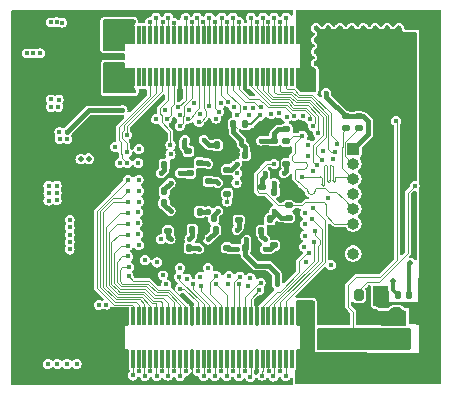
<source format=gbr>
%TF.GenerationSoftware,KiCad,Pcbnew,8.0.4-8.0.4-0~ubuntu20.04.1*%
%TF.CreationDate,2024-10-25T22:34:00+02:00*%
%TF.ProjectId,home_auto,686f6d65-5f61-4757-946f-2e6b69636164,rev?*%
%TF.SameCoordinates,Original*%
%TF.FileFunction,Copper,L6,Bot*%
%TF.FilePolarity,Positive*%
%FSLAX46Y46*%
G04 Gerber Fmt 4.6, Leading zero omitted, Abs format (unit mm)*
G04 Created by KiCad (PCBNEW 8.0.4-8.0.4-0~ubuntu20.04.1) date 2024-10-25 22:34:00*
%MOMM*%
%LPD*%
G01*
G04 APERTURE LIST*
G04 Aperture macros list*
%AMRoundRect*
0 Rectangle with rounded corners*
0 $1 Rounding radius*
0 $2 $3 $4 $5 $6 $7 $8 $9 X,Y pos of 4 corners*
0 Add a 4 corners polygon primitive as box body*
4,1,4,$2,$3,$4,$5,$6,$7,$8,$9,$2,$3,0*
0 Add four circle primitives for the rounded corners*
1,1,$1+$1,$2,$3*
1,1,$1+$1,$4,$5*
1,1,$1+$1,$6,$7*
1,1,$1+$1,$8,$9*
0 Add four rect primitives between the rounded corners*
20,1,$1+$1,$2,$3,$4,$5,0*
20,1,$1+$1,$4,$5,$6,$7,0*
20,1,$1+$1,$6,$7,$8,$9,0*
20,1,$1+$1,$8,$9,$2,$3,0*%
G04 Aperture macros list end*
%TA.AperFunction,SMDPad,CuDef*%
%ADD10RoundRect,0.140000X0.140000X0.170000X-0.140000X0.170000X-0.140000X-0.170000X0.140000X-0.170000X0*%
%TD*%
%TA.AperFunction,SMDPad,CuDef*%
%ADD11RoundRect,0.250000X0.250000X0.475000X-0.250000X0.475000X-0.250000X-0.475000X0.250000X-0.475000X0*%
%TD*%
%TA.AperFunction,SMDPad,CuDef*%
%ADD12RoundRect,0.140000X0.170000X-0.140000X0.170000X0.140000X-0.170000X0.140000X-0.170000X-0.140000X0*%
%TD*%
%TA.AperFunction,SMDPad,CuDef*%
%ADD13RoundRect,0.140000X-0.140000X-0.170000X0.140000X-0.170000X0.140000X0.170000X-0.140000X0.170000X0*%
%TD*%
%TA.AperFunction,SMDPad,CuDef*%
%ADD14RoundRect,0.135000X0.185000X-0.135000X0.185000X0.135000X-0.185000X0.135000X-0.185000X-0.135000X0*%
%TD*%
%TA.AperFunction,SMDPad,CuDef*%
%ADD15R,0.300000X1.600000*%
%TD*%
%TA.AperFunction,SMDPad,CuDef*%
%ADD16RoundRect,0.135000X-0.135000X-0.185000X0.135000X-0.185000X0.135000X0.185000X-0.135000X0.185000X0*%
%TD*%
%TA.AperFunction,SMDPad,CuDef*%
%ADD17RoundRect,0.140000X-0.170000X0.140000X-0.170000X-0.140000X0.170000X-0.140000X0.170000X0.140000X0*%
%TD*%
%TA.AperFunction,SMDPad,CuDef*%
%ADD18RoundRect,0.250000X0.475000X-0.250000X0.475000X0.250000X-0.475000X0.250000X-0.475000X-0.250000X0*%
%TD*%
%TA.AperFunction,SMDPad,CuDef*%
%ADD19RoundRect,0.135000X-0.185000X0.135000X-0.185000X-0.135000X0.185000X-0.135000X0.185000X0.135000X0*%
%TD*%
%TA.AperFunction,SMDPad,CuDef*%
%ADD20RoundRect,0.200000X0.200000X0.275000X-0.200000X0.275000X-0.200000X-0.275000X0.200000X-0.275000X0*%
%TD*%
%TA.AperFunction,ComponentPad*%
%ADD21O,1.000000X1.000000*%
%TD*%
%TA.AperFunction,ComponentPad*%
%ADD22R,1.000000X1.000000*%
%TD*%
%TA.AperFunction,ViaPad*%
%ADD23C,0.450000*%
%TD*%
%TA.AperFunction,ViaPad*%
%ADD24C,0.500000*%
%TD*%
%TA.AperFunction,Conductor*%
%ADD25C,0.400000*%
%TD*%
%TA.AperFunction,Conductor*%
%ADD26C,0.090000*%
%TD*%
%TA.AperFunction,Conductor*%
%ADD27C,0.130000*%
%TD*%
%TA.AperFunction,Conductor*%
%ADD28C,0.300000*%
%TD*%
%TA.AperFunction,Conductor*%
%ADD29C,0.200000*%
%TD*%
%TA.AperFunction,Conductor*%
%ADD30C,0.350000*%
%TD*%
G04 APERTURE END LIST*
D10*
%TO.P,C22,1*%
%TO.N,+3V3_BANK*%
X95590000Y-100630000D03*
%TO.P,C22,2*%
%TO.N,GND*%
X94630000Y-100630000D03*
%TD*%
D11*
%TO.P,C1,1*%
%TO.N,+5V*%
X108200000Y-108810000D03*
%TO.P,C1,2*%
%TO.N,GND*%
X106300000Y-108810000D03*
%TD*%
D10*
%TO.P,C30,1*%
%TO.N,+1V0*%
X89670000Y-99980000D03*
%TO.P,C30,2*%
%TO.N,GND*%
X88710000Y-99980000D03*
%TD*%
D12*
%TO.P,C41,1*%
%TO.N,+3V3_BANK*%
X96970000Y-95930000D03*
%TO.P,C41,2*%
%TO.N,GND*%
X96970000Y-94970000D03*
%TD*%
D13*
%TO.P,C21,1*%
%TO.N,+3V3_BANK*%
X86640000Y-99250000D03*
%TO.P,C21,2*%
%TO.N,GND*%
X87600000Y-99250000D03*
%TD*%
D14*
%TO.P,R186,1*%
%TO.N,+3V3_BANK*%
X97170000Y-100480000D03*
%TO.P,R186,2*%
%TO.N,/FPGA_machX05/FTDI/NX_TMS*%
X97170000Y-99460000D03*
%TD*%
D12*
%TO.P,C52,1*%
%TO.N,VCC_AUX*%
X91980000Y-98450000D03*
%TO.P,C52,2*%
%TO.N,GND*%
X91980000Y-97490000D03*
%TD*%
D15*
%TO.P,J1,1,1*%
%TO.N,+1V8*%
X83475000Y-88625000D03*
%TO.P,J1,2,2*%
%TO.N,+3V3*%
X83475000Y-85025000D03*
%TO.P,J1,3,3*%
%TO.N,+1V8*%
X83975000Y-88625000D03*
%TO.P,J1,4,4*%
%TO.N,+3V3*%
X83975000Y-85025000D03*
%TO.P,J1,5,5*%
%TO.N,unconnected-(J1-Pad5)*%
X84475000Y-88625000D03*
%TO.P,J1,6,6*%
%TO.N,unconnected-(J1-Pad6)*%
X84475000Y-85025000D03*
%TO.P,J1,7,7*%
%TO.N,unconnected-(J1-Pad7)*%
X84975000Y-88625000D03*
%TO.P,J1,8,8*%
%TO.N,unconnected-(J1-Pad8)*%
X84975000Y-85025000D03*
%TO.P,J1,9,9*%
%TO.N,/FPGA_machX05/FPGA_GPIO/PWM20*%
X85475000Y-88625000D03*
%TO.P,J1,10,10*%
%TO.N,/FPGA_machX05/FPGA_GPIO/PWM21*%
X85475000Y-85025000D03*
%TO.P,J1,11,11*%
%TO.N,/FPGA_machX05/FPGA_GPIO/PWM22*%
X85975000Y-88625000D03*
%TO.P,J1,12,12*%
%TO.N,/FPGA_machX05/FPGA_GPIO/PWM23*%
X85975000Y-85025000D03*
%TO.P,J1,13,13*%
%TO.N,/FPGA_machX05/FPGA_GPIO/PWM24*%
X86475000Y-88625000D03*
%TO.P,J1,14,14*%
%TO.N,/FPGA_machX05/FPGA_GPIO/PWM29*%
X86475000Y-85025000D03*
%TO.P,J1,15,15*%
%TO.N,/FPGA_machX05/FPGA_GPIO/PWM28*%
X86975000Y-88625000D03*
%TO.P,J1,16,16*%
%TO.N,/FPGA_machX05/FPGA_GPIO/PWM25*%
X86975000Y-85025000D03*
%TO.P,J1,17,17*%
%TO.N,/FPGA_machX05/FPGA_GPIO/PWM26*%
X87475000Y-88625000D03*
%TO.P,J1,18,18*%
%TO.N,/FPGA_machX05/FPGA_GPIO/PWM27*%
X87475000Y-85025000D03*
%TO.P,J1,19,19*%
%TO.N,GND*%
X87975000Y-88625000D03*
%TO.P,J1,20,20*%
%TO.N,unconnected-(J1-Pad20)*%
X87975000Y-85025000D03*
%TO.P,J1,21,21*%
%TO.N,/FPGA_machX05/FPGA_GPIO/PWM68*%
X88475000Y-88625000D03*
%TO.P,J1,22,22*%
%TO.N,/FPGA_machX05/FPGA_GPIO/PWM69*%
X88475000Y-85025000D03*
%TO.P,J1,23,23*%
%TO.N,/FPGA_machX05/FPGA_GPIO/PWM66*%
X88975000Y-88625000D03*
%TO.P,J1,24,24*%
%TO.N,/FPGA_machX05/FPGA_GPIO/PWM67*%
X88975000Y-85025000D03*
%TO.P,J1,25,25*%
%TO.N,/FPGA_machX05/FPGA_GPIO/PWM64*%
X89475000Y-88625000D03*
%TO.P,J1,26,26*%
%TO.N,/FPGA_machX05/FPGA_GPIO/PWM65*%
X89475000Y-85025000D03*
%TO.P,J1,27,27*%
%TO.N,/FPGA_machX05/FPGA_GPIO/PWM62*%
X89975000Y-88625000D03*
%TO.P,J1,28,28*%
%TO.N,/FPGA_machX05/FPGA_GPIO/PWM63*%
X89975000Y-85025000D03*
%TO.P,J1,29,29*%
%TO.N,/FPGA_machX05/FPGA_GPIO/PWM60*%
X90475000Y-88625000D03*
%TO.P,J1,30,30*%
%TO.N,/FPGA_machX05/FPGA_GPIO/PWM61*%
X90475000Y-85025000D03*
%TO.P,J1,31,31*%
%TO.N,/FPGA_machX05/FPGA_GPIO/PWM58*%
X90975000Y-88625000D03*
%TO.P,J1,32,32*%
%TO.N,/FPGA_machX05/FPGA_GPIO/PWM59*%
X90975000Y-85025000D03*
%TO.P,J1,33,33*%
%TO.N,/FPGA_machX05/FPGA_GPIO/PWM56*%
X91475000Y-88625000D03*
%TO.P,J1,34,34*%
%TO.N,/FPGA_machX05/FPGA_GPIO/PWM57*%
X91475000Y-85025000D03*
%TO.P,J1,35,35*%
%TO.N,/FPGA_machX05/FPGA_GPIO/PWM54*%
X91975000Y-88625000D03*
%TO.P,J1,36,36*%
%TO.N,/FPGA_machX05/FPGA_GPIO/PWM55*%
X91975000Y-85025000D03*
%TO.P,J1,37,37*%
%TO.N,/FPGA_machX05/FPGA_GPIO/PWM52*%
X92475000Y-88625000D03*
%TO.P,J1,38,38*%
%TO.N,/FPGA_machX05/FPGA_GPIO/PWM53*%
X92475000Y-85025000D03*
%TO.P,J1,39,39*%
%TO.N,/FPGA_machX05/FPGA_GPIO/PWM50*%
X92975000Y-88625000D03*
%TO.P,J1,40,40*%
%TO.N,/FPGA_machX05/FPGA_GPIO/PWM51*%
X92975000Y-85025000D03*
%TO.P,J1,41,41*%
%TO.N,GND*%
X93475000Y-88625000D03*
%TO.P,J1,42,42*%
%TO.N,unconnected-(J1-Pad42)*%
X93475000Y-85025000D03*
%TO.P,J1,43,43*%
%TO.N,/FPGA_machX05/FPGA_GPIO/PWM48*%
X93975000Y-88625000D03*
%TO.P,J1,44,44*%
%TO.N,/FPGA_machX05/FPGA_GPIO/PWM49*%
X93975000Y-85025000D03*
%TO.P,J1,45,45*%
%TO.N,/FPGA_machX05/FPGA_GPIO/PWM46*%
X94475000Y-88625000D03*
%TO.P,J1,46,46*%
%TO.N,/FPGA_machX05/FPGA_GPIO/PWM47*%
X94475000Y-85025000D03*
%TO.P,J1,47,47*%
%TO.N,/FPGA_machX05/FPGA_GPIO/PWM44*%
X94975000Y-88625000D03*
%TO.P,J1,48,48*%
%TO.N,/FPGA_machX05/FPGA_GPIO/PWM45*%
X94975000Y-85025000D03*
%TO.P,J1,49,49*%
%TO.N,/FPGA_machX05/FPGA_GPIO/PWM42*%
X95475000Y-88625000D03*
%TO.P,J1,50,50*%
%TO.N,/FPGA_machX05/FPGA_GPIO/PWM43*%
X95475000Y-85025000D03*
%TO.P,J1,51,51*%
%TO.N,/FPGA_machX05/FPGA_GPIO/PWM40*%
X95975000Y-88625000D03*
%TO.P,J1,52,52*%
%TO.N,/FPGA_machX05/FPGA_GPIO/PWM41*%
X95975000Y-85025000D03*
%TO.P,J1,53,53*%
%TO.N,/FPGA_machX05/FPGA_GPIO/PWM70*%
X96475000Y-88625000D03*
%TO.P,J1,54,54*%
%TO.N,/FPGA_machX05/FPGA_GPIO/PWM71*%
X96475000Y-85025000D03*
%TO.P,J1,55,55*%
%TO.N,/FPGA_machX05/FPGA_GPIO/PWM72*%
X96975000Y-88625000D03*
%TO.P,J1,56,56*%
%TO.N,/FPGA_machX05/FPGA_GPIO/PWM73*%
X96975000Y-85025000D03*
%TO.P,J1,57,57*%
%TO.N,unconnected-(J1-Pad57)*%
X97475000Y-88625000D03*
%TO.P,J1,58,58*%
%TO.N,unconnected-(J1-Pad58)*%
X97475000Y-85025000D03*
%TO.P,J1,59,59*%
%TO.N,+5V*%
X97975000Y-88625000D03*
%TO.P,J1,60,60*%
X97975000Y-85025000D03*
%TD*%
D12*
%TO.P,C53,1*%
%TO.N,VCC_AUX*%
X92960000Y-100720000D03*
%TO.P,C53,2*%
%TO.N,GND*%
X92960000Y-99760000D03*
%TD*%
D13*
%TO.P,C55,1*%
%TO.N,+3V3_BANK*%
X95970000Y-98290000D03*
%TO.P,C55,2*%
%TO.N,GND*%
X96930000Y-98290000D03*
%TD*%
D16*
%TO.P,R185,1*%
%TO.N,+3V3_BANK*%
X92500000Y-92580000D03*
%TO.P,R185,2*%
%TO.N,/FPGA_machX05/FTDI/PROGRAMN*%
X93520000Y-92580000D03*
%TD*%
D10*
%TO.P,C4,1*%
%TO.N,Net-(PS1-BOOT)*%
X107380000Y-107050000D03*
%TO.P,C4,2*%
%TO.N,Net-(PS1-SW)*%
X106420000Y-107050000D03*
%TD*%
%TO.P,C18,1*%
%TO.N,+1V8_BANK*%
X90990000Y-101530000D03*
%TO.P,C18,2*%
%TO.N,GND*%
X90030000Y-101530000D03*
%TD*%
D17*
%TO.P,C40,1*%
%TO.N,+3V3_BANK*%
X88690000Y-94870000D03*
%TO.P,C40,2*%
%TO.N,GND*%
X88690000Y-95830000D03*
%TD*%
D10*
%TO.P,C19,1*%
%TO.N,+1V8_BANK*%
X88780000Y-103040000D03*
%TO.P,C19,2*%
%TO.N,GND*%
X87820000Y-103040000D03*
%TD*%
D13*
%TO.P,C37,1*%
%TO.N,+3V3_BANK*%
X93500000Y-95180000D03*
%TO.P,C37,2*%
%TO.N,GND*%
X94460000Y-95180000D03*
%TD*%
D10*
%TO.P,C47,1*%
%TO.N,VCC_AUX*%
X89040000Y-101520000D03*
%TO.P,C47,2*%
%TO.N,GND*%
X88080000Y-101520000D03*
%TD*%
D17*
%TO.P,C45,1*%
%TO.N,VCC_AUXA*%
X90410000Y-97420000D03*
%TO.P,C45,2*%
%TO.N,GND*%
X90410000Y-98380000D03*
%TD*%
D10*
%TO.P,C20,1*%
%TO.N,+3V3_BANK*%
X94860000Y-101620000D03*
%TO.P,C20,2*%
%TO.N,GND*%
X93900000Y-101620000D03*
%TD*%
D13*
%TO.P,C49,1*%
%TO.N,+3V3_BANK*%
X86660000Y-98250000D03*
%TO.P,C49,2*%
%TO.N,GND*%
X87620000Y-98250000D03*
%TD*%
D18*
%TO.P,C7,1*%
%TO.N,+1V0*%
X103775000Y-110925000D03*
%TO.P,C7,2*%
%TO.N,GND*%
X103775000Y-109025000D03*
%TD*%
D13*
%TO.P,C32,1*%
%TO.N,+1V0*%
X90820000Y-100530000D03*
%TO.P,C32,2*%
%TO.N,GND*%
X91780000Y-100530000D03*
%TD*%
D17*
%TO.P,C31,1*%
%TO.N,+1V0*%
X94960000Y-97920000D03*
%TO.P,C31,2*%
%TO.N,GND*%
X94960000Y-98880000D03*
%TD*%
D19*
%TO.P,R187,1*%
%TO.N,+3V3_BANK*%
X102020000Y-91920000D03*
%TO.P,R187,2*%
%TO.N,/FPGA_machX05/FTDI/NX_TDI*%
X102020000Y-92940000D03*
%TD*%
D15*
%TO.P,J2,1,1*%
%TO.N,GND*%
X83475000Y-112425000D03*
%TO.P,J2,2,2*%
X83475000Y-108825000D03*
%TO.P,J2,3,3*%
%TO.N,/FPGA_machX05/FPGA_GPIO/PWM18*%
X83975000Y-112425000D03*
%TO.P,J2,4,4*%
%TO.N,/FPGA_machX05/FPGA_GPIO/PWM19*%
X83975000Y-108825000D03*
%TO.P,J2,5,5*%
%TO.N,/FPGA_machX05/FPGA_GPIO/PWM17*%
X84475000Y-112425000D03*
%TO.P,J2,6,6*%
%TO.N,/FPGA_machX05/FPGA_GPIO/PWM16*%
X84475000Y-108825000D03*
%TO.P,J2,7,7*%
%TO.N,/FPGA_machX05/FPGA_GPIO/PWM15*%
X84975000Y-112425000D03*
%TO.P,J2,8,8*%
%TO.N,/FPGA_machX05/FPGA_GPIO/PWM14*%
X84975000Y-108825000D03*
%TO.P,J2,9,9*%
%TO.N,/FPGA_machX05/FPGA_GPIO/PWM13*%
X85475000Y-112425000D03*
%TO.P,J2,10,10*%
%TO.N,/FPGA_machX05/FPGA_GPIO/PWM12*%
X85475000Y-108825000D03*
%TO.P,J2,11,11*%
%TO.N,/FPGA_machX05/FPGA_GPIO/PWM11*%
X85975000Y-112425000D03*
%TO.P,J2,12,12*%
%TO.N,/FPGA_machX05/FPGA_GPIO/PWM10*%
X85975000Y-108825000D03*
%TO.P,J2,13,13*%
%TO.N,/FPGA_machX05/FPGA_GPIO/PWM9*%
X86475000Y-112425000D03*
%TO.P,J2,14,14*%
%TO.N,/FPGA_machX05/FPGA_GPIO/PWM8*%
X86475000Y-108825000D03*
%TO.P,J2,15,15*%
%TO.N,/FPGA_machX05/FPGA_GPIO/PWM7*%
X86975000Y-112425000D03*
%TO.P,J2,16,16*%
%TO.N,/FPGA_machX05/FPGA_GPIO/PWM6*%
X86975000Y-108825000D03*
%TO.P,J2,17,17*%
%TO.N,/FPGA_machX05/FPGA_GPIO/PWM3*%
X87475000Y-112425000D03*
%TO.P,J2,18,18*%
%TO.N,/FPGA_machX05/FPGA_GPIO/PWM4*%
X87475000Y-108825000D03*
%TO.P,J2,19,19*%
%TO.N,/FPGA_machX05/FPGA_GPIO/PWM1*%
X87975000Y-112425000D03*
%TO.P,J2,20,20*%
%TO.N,/FPGA_machX05/FPGA_GPIO/PWM2*%
X87975000Y-108825000D03*
%TO.P,J2,21,21*%
%TO.N,/FPGA_machX05/FPGA_GPIO/PWM5*%
X88475000Y-112425000D03*
%TO.P,J2,22,22*%
%TO.N,/FPGA_machX05/FPGA_GPIO/PWM0*%
X88475000Y-108825000D03*
%TO.P,J2,23,23*%
%TO.N,GND*%
X88975000Y-112425000D03*
%TO.P,J2,24,24*%
X88975000Y-108825000D03*
%TO.P,J2,25,25*%
%TO.N,/FPGA_machX05/FPGA_GPIO/dim_sw1_P*%
X89475000Y-112425000D03*
%TO.P,J2,26,26*%
%TO.N,/FPGA_machX05/FPGA_GPIO/dim_sw1_N*%
X89475000Y-108825000D03*
%TO.P,J2,27,27*%
%TO.N,/FPGA_machX05/FPGA_GPIO/dim_sw0_P*%
X89975000Y-112425000D03*
%TO.P,J2,28,28*%
%TO.N,/FPGA_machX05/FPGA_GPIO/dim_sw0_N*%
X89975000Y-108825000D03*
%TO.P,J2,29,29*%
%TO.N,/FPGA_machX05/FPGA_GPIO/dim_sw2_P*%
X90475000Y-112425000D03*
%TO.P,J2,30,30*%
%TO.N,/FPGA_machX05/FPGA_GPIO/dim_sw3_P*%
X90475000Y-108825000D03*
%TO.P,J2,31,31*%
%TO.N,/FPGA_machX05/FPGA_GPIO/dim_sw2_N*%
X90975000Y-112425000D03*
%TO.P,J2,32,32*%
%TO.N,/FPGA_machX05/FPGA_GPIO/dim_sw3_N*%
X90975000Y-108825000D03*
%TO.P,J2,33,33*%
%TO.N,/FPGA_machX05/FPGA_GPIO/dim_sw4_P*%
X91475000Y-112425000D03*
%TO.P,J2,34,34*%
%TO.N,/FPGA_machX05/FPGA_GPIO/dim_sw5_N*%
X91475000Y-108825000D03*
%TO.P,J2,35,35*%
%TO.N,/FPGA_machX05/FPGA_GPIO/dim_sw4_N*%
X91975000Y-112425000D03*
%TO.P,J2,36,36*%
%TO.N,/FPGA_machX05/FPGA_GPIO/dim_sw5_P*%
X91975000Y-108825000D03*
%TO.P,J2,37,37*%
%TO.N,/FPGA_machX05/FPGA_GPIO/dim_sw6_P*%
X92475000Y-112425000D03*
%TO.P,J2,38,38*%
%TO.N,/FPGA_machX05/FPGA_GPIO/dim_sw7_P*%
X92475000Y-108825000D03*
%TO.P,J2,39,39*%
%TO.N,/FPGA_machX05/FPGA_GPIO/dim_sw6_N*%
X92975000Y-112425000D03*
%TO.P,J2,40,40*%
%TO.N,/FPGA_machX05/FPGA_GPIO/dim_sw7_N*%
X92975000Y-108825000D03*
%TO.P,J2,41,41*%
%TO.N,/FPGA_machX05/FPGA_GPIO/dim_sw8_N*%
X93475000Y-112425000D03*
%TO.P,J2,42,42*%
%TO.N,/FPGA_machX05/FPGA_GPIO/dim_sw9_P*%
X93475000Y-108825000D03*
%TO.P,J2,43,43*%
%TO.N,/FPGA_machX05/FPGA_GPIO/dim_sw8_P*%
X93975000Y-112425000D03*
%TO.P,J2,44,44*%
%TO.N,/FPGA_machX05/FPGA_GPIO/dim_sw9_N*%
X93975000Y-108825000D03*
%TO.P,J2,45,45*%
%TO.N,GND*%
X94475000Y-112425000D03*
%TO.P,J2,46,46*%
X94475000Y-108825000D03*
%TO.P,J2,47,47*%
%TO.N,/FPGA_machX05/FPGA_GPIO/PWM30*%
X94975000Y-112425000D03*
%TO.P,J2,48,48*%
%TO.N,/FPGA_machX05/FPGA_GPIO/PWM31*%
X94975000Y-108825000D03*
%TO.P,J2,49,49*%
%TO.N,/FPGA_machX05/FPGA_GPIO/PWM32*%
X95475000Y-112425000D03*
%TO.P,J2,50,50*%
%TO.N,/FPGA_machX05/FPGA_GPIO/PWM33*%
X95475000Y-108825000D03*
%TO.P,J2,51,51*%
%TO.N,/FPGA_machX05/FPGA_GPIO/PWM34*%
X95975000Y-112425000D03*
%TO.P,J2,52,52*%
%TO.N,/FPGA_machX05/FPGA_GPIO/PWM35*%
X95975000Y-108825000D03*
%TO.P,J2,53,53*%
%TO.N,/FPGA_machX05/FPGA_GPIO/PWM36*%
X96475000Y-112425000D03*
%TO.P,J2,54,54*%
%TO.N,/FPGA_machX05/FPGA_GPIO/PWM37*%
X96475000Y-108825000D03*
%TO.P,J2,55,55*%
%TO.N,/FPGA_machX05/FPGA_GPIO/PWM38*%
X96975000Y-112425000D03*
%TO.P,J2,56,56*%
%TO.N,/FPGA_machX05/FPGA_GPIO/PWM39*%
X96975000Y-108825000D03*
%TO.P,J2,57,57*%
%TO.N,unconnected-(J2-Pad57)*%
X97475000Y-112425000D03*
%TO.P,J2,58,58*%
%TO.N,unconnected-(J2-Pad58)*%
X97475000Y-108825000D03*
%TO.P,J2,59,59*%
%TO.N,+5V*%
X97975000Y-112425000D03*
%TO.P,J2,60,60*%
X97975000Y-108825000D03*
%TD*%
D17*
%TO.P,C34,1*%
%TO.N,VCC_ADC*%
X95940000Y-102840000D03*
%TO.P,C34,2*%
%TO.N,GND*%
X95940000Y-103800000D03*
%TD*%
%TO.P,C50,1*%
%TO.N,+3V3_BANK*%
X95950000Y-93970000D03*
%TO.P,C50,2*%
%TO.N,GND*%
X95950000Y-94930000D03*
%TD*%
D20*
%TO.P,R1,1*%
%TO.N,+5V*%
X104795000Y-107050000D03*
%TO.P,R1,2*%
%TO.N,Net-(PS1-EN)*%
X103145000Y-107050000D03*
%TD*%
D17*
%TO.P,C33,1*%
%TO.N,+1V0*%
X88830000Y-96750000D03*
%TO.P,C33,2*%
%TO.N,GND*%
X88830000Y-97710000D03*
%TD*%
D19*
%TO.P,R184,1*%
%TO.N,+3V3_BANK*%
X96990000Y-93010000D03*
%TO.P,R184,2*%
%TO.N,/FPGA_machX05/FTDI/JTAG_EN*%
X96990000Y-94030000D03*
%TD*%
D13*
%TO.P,C43,1*%
%TO.N,+3V3_BANK*%
X86660000Y-96000000D03*
%TO.P,C43,2*%
%TO.N,GND*%
X87620000Y-96000000D03*
%TD*%
D12*
%TO.P,C58,1*%
%TO.N,+1V8_BANK*%
X91950000Y-103020000D03*
%TO.P,C58,2*%
%TO.N,GND*%
X91950000Y-102060000D03*
%TD*%
D13*
%TO.P,C38,1*%
%TO.N,+3V3_BANK*%
X91110000Y-94350000D03*
%TO.P,C38,2*%
%TO.N,GND*%
X92070000Y-94350000D03*
%TD*%
%TO.P,C59,1*%
%TO.N,+1V8_BANK*%
X93510000Y-103100000D03*
%TO.P,C59,2*%
%TO.N,GND*%
X94470000Y-103100000D03*
%TD*%
D21*
%TO.P,J13,8,Pin_8*%
%TO.N,/FPGA_machX05/FTDI/NX_TCK*%
X102650000Y-103540000D03*
%TO.P,J13,7,Pin_7*%
%TO.N,GND*%
X102650000Y-102270000D03*
%TO.P,J13,6,Pin_6*%
%TO.N,/FPGA_machX05/FTDI/NX_TMS*%
X102650000Y-101000000D03*
%TO.P,J13,5,Pin_5*%
%TO.N,/FPGA_machX05/FTDI/JTAG_EN*%
X102650000Y-99730000D03*
%TO.P,J13,4,Pin_4*%
%TO.N,unconnected-(J13-Pin_4-Pad4)*%
X102650000Y-98460000D03*
%TO.P,J13,3,Pin_3*%
%TO.N,/FPGA_machX05/FTDI/NX_TDI*%
X102650000Y-97190000D03*
%TO.P,J13,2,Pin_2*%
%TO.N,/FPGA_machX05/FTDI/NX_TDO*%
X102650000Y-95920000D03*
D22*
%TO.P,J13,1,Pin_1*%
%TO.N,+3V3_BANK*%
X102650000Y-94650000D03*
%TD*%
D19*
%TO.P,R188,1*%
%TO.N,+3V3_BANK*%
X103110000Y-91920000D03*
%TO.P,R188,2*%
%TO.N,/FPGA_machX05/FTDI/NX_TDO*%
X103110000Y-92940000D03*
%TD*%
D18*
%TO.P,C6,1*%
%TO.N,+1V0*%
X101600000Y-110900000D03*
%TO.P,C6,2*%
%TO.N,GND*%
X101600000Y-109000000D03*
%TD*%
D12*
%TO.P,C48,1*%
%TO.N,+3V3_BANK*%
X86970000Y-101590000D03*
%TO.P,C48,2*%
%TO.N,GND*%
X86970000Y-100630000D03*
%TD*%
%TO.P,C46,1*%
%TO.N,VCC_AUX*%
X92000000Y-96420000D03*
%TO.P,C46,2*%
%TO.N,GND*%
X92000000Y-95460000D03*
%TD*%
%TO.P,C35,1*%
%TO.N,VCC_AUXA*%
X89660000Y-95830000D03*
%TO.P,C35,2*%
%TO.N,GND*%
X89660000Y-94870000D03*
%TD*%
D23*
%TO.N,+3V3_BANK*%
X83110000Y-91400000D03*
%TO.N,GND*%
X98670000Y-106750000D03*
X106510000Y-89430000D03*
X106510000Y-88430000D03*
X106510000Y-87430000D03*
X106510000Y-86430000D03*
X106510000Y-85430000D03*
X106510000Y-84430000D03*
X105510000Y-89430000D03*
X105510000Y-88430000D03*
X105510000Y-87430000D03*
X105510000Y-86430000D03*
X105510000Y-85430000D03*
X105510000Y-84430000D03*
X104510000Y-108430000D03*
X104510000Y-89430000D03*
X104510000Y-88430000D03*
X104510000Y-87430000D03*
X104510000Y-86430000D03*
X104510000Y-85430000D03*
X104510000Y-84430000D03*
X103510000Y-89430000D03*
X103510000Y-88430000D03*
X103510000Y-87430000D03*
X103510000Y-86430000D03*
X103510000Y-85430000D03*
X103510000Y-84430000D03*
X102510000Y-88430000D03*
X102510000Y-87430000D03*
X102510000Y-86430000D03*
X102510000Y-85430000D03*
X102510000Y-84430000D03*
X101510000Y-87430000D03*
X101510000Y-86430000D03*
X101510000Y-85430000D03*
X101510000Y-84430000D03*
X100510000Y-86430000D03*
X100510000Y-85430000D03*
X100510000Y-84430000D03*
X99510000Y-87430000D03*
X99510000Y-86430000D03*
X99510000Y-85430000D03*
X99510000Y-84430000D03*
X82510000Y-109430000D03*
X82510000Y-90430000D03*
X81510000Y-109430000D03*
X81510000Y-108430000D03*
%TO.N,+3V3_BANK*%
X100370000Y-89950000D03*
%TO.N,GND*%
X82650000Y-96660000D03*
X75350000Y-98260000D03*
X87960000Y-89660000D03*
X88930000Y-113920000D03*
%TO.N,/FPGA_machX05/FPGA_GPIO/PWM38*%
X96940000Y-113890000D03*
%TO.N,/FPGA_machX05/FPGA_GPIO/PWM32*%
X95490000Y-113460000D03*
%TO.N,/FPGA_machX05/FPGA_GPIO/PWM30*%
X94950000Y-113860000D03*
%TO.N,GND*%
X94470000Y-113450000D03*
%TO.N,+1V8*%
X82736153Y-88016743D03*
X82030000Y-89286743D03*
X82030000Y-88030000D03*
X82030000Y-88658480D03*
X82736153Y-89273486D03*
X82736153Y-88645223D03*
X78640000Y-103180667D03*
X78640000Y-102551798D03*
X78640000Y-101930000D03*
X78640000Y-101302435D03*
X78640000Y-100673564D03*
%TO.N,+3V3*%
X82090000Y-84313257D03*
X82090000Y-85570000D03*
X82090000Y-84941737D03*
X82796153Y-85556743D03*
X82796153Y-84928480D03*
X82796153Y-84300000D03*
X77698940Y-90488872D03*
X77685330Y-91110180D03*
X77056329Y-91108854D03*
X77070000Y-90480000D03*
%TO.N,+1V8_BANK*%
X76850000Y-97793236D03*
X76850000Y-99050000D03*
X76850000Y-98421618D03*
X77537928Y-99028382D03*
X77537928Y-98400000D03*
X77537928Y-97771618D03*
%TO.N,VCC_AUX*%
X81690000Y-107870000D03*
X81110000Y-107870000D03*
D24*
%TO.N,VCC_AUXA*%
X80250000Y-95510000D03*
X79590000Y-95540000D03*
D23*
%TO.N,+5V*%
X108790000Y-101550000D03*
X108790000Y-102290000D03*
X108790000Y-102940000D03*
X108790000Y-107040000D03*
X108790000Y-107600000D03*
X98830000Y-86250000D03*
X98830000Y-88470000D03*
X98830000Y-86990000D03*
X98830000Y-85510000D03*
X98830000Y-87730000D03*
X98830000Y-84770000D03*
X98730000Y-112480000D03*
X98730000Y-111740000D03*
X98730000Y-111000000D03*
X98730000Y-110260000D03*
X98730000Y-109520000D03*
X98730000Y-108780000D03*
%TO.N,+1V0*%
X106750000Y-110950000D03*
X106760000Y-110330000D03*
X106170000Y-110330000D03*
X106160000Y-110950000D03*
X105570000Y-110950000D03*
X105580000Y-110330000D03*
X100200000Y-110950000D03*
X100180000Y-110330000D03*
%TO.N,GND*%
X94000000Y-90000000D03*
X95180000Y-95140000D03*
X104975385Y-102325000D03*
X92780000Y-102340000D03*
X97579998Y-104735000D03*
X87980000Y-99930000D03*
X105900000Y-102930000D03*
X87180000Y-96730000D03*
X104975385Y-101720000D03*
X105900000Y-101720000D03*
X90380000Y-95140000D03*
X95180000Y-99930000D03*
X106824615Y-101115000D03*
X107749230Y-100510000D03*
X107749230Y-102325000D03*
X87980000Y-97530000D03*
X106824615Y-101720000D03*
X95980000Y-96740000D03*
X98015188Y-92389120D03*
X85225000Y-105250000D03*
X104975385Y-100510000D03*
X107749230Y-101115000D03*
X104050770Y-102325000D03*
X104050770Y-100510000D03*
X92780000Y-95135000D03*
X94380000Y-102330000D03*
X91180000Y-99140000D03*
X105900000Y-101115000D03*
X106824615Y-102930000D03*
X96780000Y-97530000D03*
X105900000Y-100510000D03*
X104050770Y-101720000D03*
X90380000Y-99130000D03*
X107749230Y-101720000D03*
X91180000Y-98340000D03*
X105900000Y-102325000D03*
X85075000Y-92375000D03*
X106824615Y-102325000D03*
X104050770Y-102930000D03*
X106824615Y-100510000D03*
X107749230Y-102930000D03*
X104050770Y-101115000D03*
X87980000Y-95130000D03*
X104975385Y-102930000D03*
X89580000Y-102340000D03*
X90380000Y-103130000D03*
X104975385Y-101115000D03*
X95134525Y-105256969D03*
X87980000Y-102340000D03*
%TO.N,+5V*%
X76130000Y-86580000D03*
X77050000Y-83960000D03*
X75570000Y-86580000D03*
X78010000Y-83970000D03*
X75020000Y-86580000D03*
X77530000Y-83950000D03*
X77610000Y-112869998D03*
X78420000Y-112869998D03*
X76800000Y-112869998D03*
X79230000Y-112869998D03*
D24*
%TO.N,Net-(PS1-BOOT)*%
X107474000Y-104362024D03*
%TO.N,Net-(PS1-SW)*%
X106000000Y-105825000D03*
D23*
%TO.N,+1V0*%
X106280000Y-92310000D03*
X95180000Y-96740000D03*
X91180000Y-99930000D03*
X82873860Y-95858413D03*
X82501000Y-94490000D03*
X90380000Y-99930000D03*
X87980000Y-96730000D03*
%TO.N,VCC_AUXA*%
X90380000Y-95940000D03*
X91180000Y-97530000D03*
%TO.N,VCC_AUX*%
X92780000Y-101530000D03*
X91980000Y-99130000D03*
X88780000Y-102340000D03*
X92780000Y-95930000D03*
X100550000Y-98800000D03*
%TO.N,VCC_ADC*%
X100740000Y-104500000D03*
X95180000Y-103140000D03*
%TO.N,Net-(PS1-EN)*%
X107850000Y-97800000D03*
%TO.N,/FPGA_machX05/FPGA_GPIO/PWM73*%
X96975000Y-83550000D03*
X100958608Y-95526399D03*
%TO.N,/FPGA_machX05/FPGA_GPIO/PWM22*%
X83490000Y-94950000D03*
%TO.N,/FPGA_machX05/FPGA_GPIO/PWM7*%
X86945122Y-113867887D03*
X84500000Y-102810000D03*
%TO.N,/FPGA_machX05/FPGA_GPIO/PWM35*%
X99400000Y-101600000D03*
%TO.N,/FPGA_machX05/FPGA_GPIO/PWM50*%
X97660000Y-91870000D03*
%TO.N,/FPGA_machX05/FPGA_GPIO/PWM48*%
X98981000Y-92133843D03*
%TO.N,/FPGA_machX05/FPGA_GPIO/PWM64*%
X88700000Y-92100000D03*
%TO.N,/FPGA_machX05/FPGA_GPIO/PWM30*%
X98650000Y-104220000D03*
%TO.N,/FPGA_machX05/FPGA_GPIO/PWM28*%
X87175000Y-94325000D03*
%TO.N,/FPGA_machX05/FPGA_GPIO/PWM58*%
X91310736Y-91523861D03*
%TO.N,/FPGA_machX05/FPGA_GPIO/PWM54*%
X92777033Y-91822015D03*
%TO.N,/FPGA_machX05/FPGA_GPIO/PWM0*%
X83625000Y-105450000D03*
%TO.N,/FPGA_machX05/FPGA_GPIO/PWM29*%
X86525000Y-83950000D03*
X87180000Y-95135000D03*
%TO.N,/FPGA_machX05/FPGA_GPIO/PWM6*%
X83590000Y-102860000D03*
%TO.N,/FPGA_machX05/FPGA_GPIO/PWM55*%
X93479892Y-91178240D03*
X91975000Y-83950000D03*
%TO.N,/FPGA_machX05/FPGA_GPIO/PWM53*%
X94175000Y-91250000D03*
X92442769Y-83550000D03*
%TO.N,/FPGA_machX05/FPGA_GPIO/PWM37*%
X99180000Y-100580000D03*
%TO.N,/FPGA_machX05/FPGA_GPIO/PWM66*%
X87975000Y-92725000D03*
%TO.N,/FPGA_machX05/FPGA_GPIO/PWM32*%
X98490000Y-102970000D03*
%TO.N,/FPGA_machX05/FPGA_GPIO/PWM39*%
X99234871Y-99681178D03*
%TO.N,/FPGA_machX05/FPGA_GPIO/PWM5*%
X88475006Y-113475000D03*
X86370000Y-102330000D03*
%TO.N,/FPGA_machX05/FPGA_GPIO/PWM20*%
X83502755Y-95870000D03*
%TO.N,/FPGA_machX05/FPGA_GPIO/PWM67*%
X88975000Y-83950000D03*
X89130415Y-90825247D03*
%TO.N,/FPGA_machX05/FPGA_GPIO/PWM3*%
X87475000Y-113500002D03*
X85024000Y-104080539D03*
%TO.N,/FPGA_machX05/FPGA_GPIO/PWM43*%
X95475000Y-83950000D03*
X98828237Y-95236495D03*
%TO.N,/FPGA_machX05/FPGA_GPIO/PWM27*%
X86738241Y-91397193D03*
X87475000Y-84010000D03*
%TO.N,/FPGA_machX05/FPGA_GPIO/PWM21*%
X84460000Y-95870000D03*
X85450000Y-83950000D03*
%TO.N,/FPGA_machX05/FPGA_GPIO/PWM8*%
X83550000Y-101920000D03*
%TO.N,/FPGA_machX05/FPGA_GPIO/PWM47*%
X98366642Y-91849944D03*
X94500000Y-83950000D03*
%TO.N,/FPGA_machX05/FPGA_GPIO/PWM25*%
X87000000Y-83550000D03*
X85975000Y-92150000D03*
%TO.N,/FPGA_machX05/FPGA_GPIO/PWM24*%
X83492410Y-93457402D03*
%TO.N,/FPGA_machX05/FPGA_GPIO/PWM26*%
X86908673Y-92115266D03*
%TO.N,/FPGA_machX05/FPGA_GPIO/PWM60*%
X90475000Y-91000000D03*
%TO.N,/FPGA_machX05/FPGA_GPIO/PWM61*%
X91014789Y-92100630D03*
X90475000Y-83550000D03*
%TO.N,/FPGA_machX05/FPGA_GPIO/PWM68*%
X87825000Y-91150000D03*
%TO.N,/FPGA_machX05/FPGA_GPIO/PWM33*%
X99350000Y-102530000D03*
%TO.N,/FPGA_machX05/FPGA_GPIO/PWM70*%
X101130818Y-94904183D03*
%TO.N,/FPGA_machX05/FPGA_GPIO/PWM23*%
X84488295Y-94682784D03*
X85975000Y-83550000D03*
%TO.N,/FPGA_machX05/FPGA_GPIO/PWM49*%
X93981676Y-83550000D03*
X97020916Y-91960334D03*
%TO.N,/FPGA_machX05/FPGA_GPIO/PWM40*%
X99977577Y-95572179D03*
%TO.N,/FPGA_machX05/FPGA_GPIO/PWM69*%
X88450001Y-83599998D03*
X87952216Y-91830019D03*
%TO.N,/FPGA_machX05/FPGA_GPIO/PWM51*%
X96368785Y-91657535D03*
X92950000Y-83950000D03*
%TO.N,/FPGA_machX05/FPGA_GPIO/PWM11*%
X84387504Y-100970000D03*
X86000000Y-113875000D03*
%TO.N,/FPGA_machX05/FTDI/NX_TDO*%
X92790000Y-96730000D03*
%TO.N,/FPGA_machX05/FPGA_GPIO/PWM9*%
X84438230Y-101890000D03*
X86475002Y-113449998D03*
%TO.N,/FPGA_machX05/FPGA_GPIO/PWM36*%
X96470000Y-113470000D03*
X98584127Y-101044021D03*
%TO.N,/FPGA_machX05/FTDI/NX_TCK*%
X92770000Y-97530000D03*
%TO.N,/FPGA_machX05/FPGA_GPIO/PWM31*%
X98870000Y-103490000D03*
%TO.N,/FPGA_machX05/FPGA_GPIO/PWM65*%
X89450000Y-83550000D03*
X88749000Y-91416976D03*
%TO.N,/FPGA_machX05/FPGA_GPIO/PWM45*%
X95000000Y-83550000D03*
X98824996Y-94335000D03*
%TO.N,/FPGA_machX05/FPGA_GPIO/PWM52*%
X94800000Y-91150000D03*
%TO.N,/FPGA_machX05/FPGA_GPIO/PWM44*%
X99650000Y-93300000D03*
%TO.N,/FPGA_machX05/FPGA_GPIO/PWM57*%
X92534779Y-91161006D03*
X91500000Y-83550000D03*
%TO.N,/FPGA_machX05/FPGA_GPIO/PWM46*%
X99225000Y-92725000D03*
%TO.N,/FPGA_machX05/FPGA_GPIO/PWM62*%
X89605292Y-92398296D03*
%TO.N,/FPGA_machX05/FPGA_GPIO/PWM34*%
X98580000Y-102010000D03*
X95896767Y-113939776D03*
%TO.N,/FPGA_machX05/FPGA_GPIO/PWM56*%
X92060369Y-90682088D03*
%TO.N,/FPGA_machX05/FPGA_GPIO/PWM63*%
X89938284Y-83950000D03*
X89683452Y-91698645D03*
%TO.N,/FPGA_machX05/FPGA_GPIO/PWM59*%
X91421864Y-90773459D03*
X90975000Y-83950000D03*
%TO.N,/FPGA_machX05/FPGA_GPIO/PWM38*%
X98560000Y-100110000D03*
%TO.N,/FPGA_machX05/FPGA_GPIO/PWM12*%
X83570000Y-100080000D03*
%TO.N,/FPGA_machX05/FPGA_GPIO/PWM42*%
X99553371Y-96036607D03*
%TO.N,/FPGA_machX05/FPGA_GPIO/PWM4*%
X83580000Y-103780000D03*
%TO.N,/FPGA_machX05/FPGA_GPIO/PWM41*%
X95950000Y-83550000D03*
X99220000Y-96570000D03*
%TO.N,/FPGA_machX05/FPGA_GPIO/PWM1*%
X86032495Y-104282505D03*
X87978808Y-113876595D03*
%TO.N,/FPGA_machX05/FPGA_GPIO/PWM2*%
X83650000Y-104705270D03*
%TO.N,/FPGA_machX05/FPGA_GPIO/PWM15*%
X84490000Y-99130000D03*
X85000000Y-113875000D03*
%TO.N,/FPGA_machX05/FPGA_GPIO/PWM16*%
X83599404Y-98235000D03*
%TO.N,/FPGA_machX05/FPGA_GPIO/PWM17*%
X84500000Y-113475000D03*
X84529277Y-98210000D03*
%TO.N,+1V8_BANK*%
X93580000Y-102340000D03*
X92780000Y-103140000D03*
X89580000Y-103140000D03*
X90380000Y-102340000D03*
X96190000Y-106150000D03*
%TO.N,/FPGA_machX05/FPGA_GPIO/PWM18*%
X83975000Y-113850000D03*
X84470000Y-97290000D03*
%TO.N,/FPGA_machX05/FPGA_GPIO/PWM19*%
X83571256Y-97284448D03*
%TO.N,/FPGA_machX05/FPGA_GPIO/PWM13*%
X85475000Y-113450000D03*
X84419463Y-100050000D03*
%TO.N,/FPGA_machX05/FPGA_GPIO/PWM14*%
X83540000Y-99155000D03*
%TO.N,/FPGA_machX05/FPGA_GPIO/PWM10*%
X83610000Y-101000000D03*
%TO.N,+3V3_BANK*%
X89980000Y-93940000D03*
X95180000Y-102330000D03*
X95980000Y-99930000D03*
X94810000Y-93970000D03*
X77780000Y-93220000D03*
X87180000Y-102330000D03*
X95980000Y-97540000D03*
X87180000Y-97540000D03*
X78440000Y-93860000D03*
X86380000Y-96740000D03*
X96780000Y-96740000D03*
X78440000Y-93210000D03*
X88380000Y-93940000D03*
X87180000Y-99930000D03*
X77790000Y-93850000D03*
X93170000Y-93950000D03*
%TO.N,/FPGA_machX05/FPGA_GPIO/PWM72*%
X101296169Y-94297303D03*
%TO.N,/FPGA_machX05/FPGA_GPIO/dim_sw8_P*%
X93950000Y-105575000D03*
X93950000Y-113975000D03*
%TO.N,/FPGA_machX05/FPGA_GPIO/dim_sw5_N*%
X91068000Y-105431332D03*
%TO.N,/FPGA_machX05/FPGA_GPIO/dim_sw7_N*%
X93000000Y-106125000D03*
%TO.N,/FPGA_machX05/FPGA_GPIO/dim_sw6_N*%
X92975000Y-113900000D03*
X92070308Y-106072676D03*
%TO.N,/FPGA_machX05/FPGA_GPIO/dim_sw8_N*%
X93475000Y-113500000D03*
X93752879Y-106250843D03*
%TO.N,/FPGA_machX05/FPGA_GPIO/dim_sw9_N*%
X94700000Y-106625000D03*
%TO.N,/FPGA_machX05/FPGA_GPIO/dim_sw4_N*%
X91925000Y-113900000D03*
X90375000Y-104725000D03*
%TO.N,/FPGA_machX05/FPGA_GPIO/dim_sw7_P*%
X93025000Y-105475000D03*
%TO.N,/FPGA_machX05/FPGA_GPIO/dim_sw9_P*%
X94800000Y-106000000D03*
%TO.N,/FPGA_machX05/FPGA_GPIO/dim_sw6_P*%
X92500000Y-113475000D03*
X92120911Y-105440835D03*
%TO.N,/FPGA_machX05/FPGA_GPIO/dim_sw1_N*%
X88000000Y-106500000D03*
%TO.N,/FPGA_machX05/FPGA_GPIO/dim_sw0_P*%
X86523560Y-105333567D03*
X89975000Y-113875000D03*
%TO.N,/FPGA_machX05/FPGA_GPIO/dim_sw0_N*%
X87875000Y-105500000D03*
%TO.N,/FPGA_machX05/FPGA_GPIO/dim_sw3_N*%
X89786262Y-106302312D03*
%TO.N,/FPGA_machX05/FPGA_GPIO/dim_sw3_P*%
X89101298Y-106139697D03*
%TO.N,/FPGA_machX05/FPGA_GPIO/dim_sw2_P*%
X90475000Y-113450000D03*
X87980009Y-104735018D03*
%TO.N,/FPGA_machX05/FPGA_GPIO/dim_sw1_P*%
X86775000Y-106149998D03*
X89475000Y-113475000D03*
%TO.N,/FPGA_machX05/FPGA_GPIO/dim_sw2_N*%
X88592474Y-105653160D03*
X90925000Y-113900000D03*
%TO.N,/FPGA_machX05/FPGA_GPIO/dim_sw5_P*%
X91050000Y-106100000D03*
%TO.N,/FPGA_machX05/FPGA_GPIO/dim_sw4_P*%
X89700928Y-105508024D03*
X91475000Y-113450000D03*
%TO.N,/FPGA_machX05/FPGA_GPIO/PWM71*%
X96475000Y-83950000D03*
X100050000Y-94875000D03*
%TO.N,/FPGA_machX05/FTDI/NX_TDI*%
X98310000Y-97060000D03*
%TO.N,/FPGA_machX05/FTDI/JTAG_EN*%
X98350000Y-93540000D03*
%TO.N,/FPGA_machX05/FTDI/NX_TMS*%
X95980000Y-95935000D03*
%TO.N,/FPGA_machX05/FTDI/PROGRAMN*%
X94765973Y-91841368D03*
%TO.N,/FPGA_machX05/FTDI/DONE*%
X93825033Y-91805948D03*
%TO.N,/FPGA_machX05/FTDI/INIT*%
X95698360Y-91693096D03*
%TD*%
D25*
%TO.N,+3V3_BANK*%
X80250000Y-91400000D02*
X78440000Y-93210000D01*
X83110000Y-91400000D02*
X80250000Y-91400000D01*
D26*
%TO.N,/FPGA_machX05/FPGA_GPIO/PWM50*%
X94985982Y-90701000D02*
X95429982Y-91145000D01*
X92975000Y-88625000D02*
X92975000Y-89609982D01*
X93814018Y-90449000D02*
X94669000Y-90449000D01*
X97636621Y-91870000D02*
X97660000Y-91870000D01*
X94669000Y-90449000D02*
X94921000Y-90701000D01*
X95429982Y-91145000D02*
X96911621Y-91145000D01*
X96911621Y-91145000D02*
X97636621Y-91870000D01*
X92975000Y-89609982D02*
X93814018Y-90449000D01*
D25*
%TO.N,+3V3_BANK*%
X102650000Y-94650000D02*
X103910000Y-93390000D01*
X103910000Y-93390000D02*
X103910000Y-92330000D01*
X103910000Y-92330000D02*
X103500000Y-91920000D01*
X100370000Y-89950000D02*
X100370000Y-90270000D01*
X100370000Y-90270000D02*
X102020000Y-91920000D01*
D26*
%TO.N,/FPGA_machX05/FPGA_GPIO/PWM27*%
X87475000Y-84010000D02*
X87475000Y-85025000D01*
%TO.N,GND*%
X87975000Y-88625000D02*
X87975000Y-89105000D01*
X87960000Y-89120000D02*
X87960000Y-89660000D01*
X88975000Y-108825000D02*
X88975000Y-107835000D01*
X88975000Y-107835000D02*
X88680000Y-107540000D01*
X88405018Y-107540000D02*
X87320000Y-106454982D01*
X87320000Y-106454982D02*
X87320000Y-105495025D01*
X86709542Y-104884567D02*
X85590433Y-104884567D01*
X85590433Y-104884567D02*
X85225000Y-105250000D01*
%TO.N,/FPGA_machX05/FPGA_GPIO/dim_sw1_N*%
X88000000Y-106500000D02*
X88320000Y-106500000D01*
X88320000Y-106500000D02*
X89475000Y-107655000D01*
X89475000Y-107655000D02*
X89475000Y-108825000D01*
%TO.N,/FPGA_machX05/FPGA_GPIO/PWM0*%
X83625000Y-105450000D02*
X84030000Y-105855000D01*
X84030000Y-105855000D02*
X85380000Y-105855000D01*
X85380000Y-105855000D02*
X86125000Y-106600000D01*
X87060000Y-106600000D02*
X88475000Y-108015000D01*
X88475000Y-108015000D02*
X88475000Y-108825000D01*
%TO.N,/FPGA_machX05/FPGA_GPIO/PWM2*%
X83650000Y-104705270D02*
X83094730Y-104705270D01*
X83097252Y-106075000D02*
X85288874Y-106075000D01*
X82875000Y-104925000D02*
X82875000Y-105852748D01*
X86945000Y-106825000D02*
X87975000Y-107855000D01*
X85288874Y-106075000D02*
X86038874Y-106825000D01*
X87975000Y-107855000D02*
X87975000Y-108825000D01*
%TO.N,GND*%
X95134525Y-105256969D02*
X95249000Y-105371444D01*
X95249000Y-105371444D02*
X95249000Y-107221000D01*
X95249000Y-107221000D02*
X94475000Y-107995000D01*
X94475000Y-107995000D02*
X94475000Y-108825000D01*
X88975000Y-112425000D02*
X88975000Y-113875000D01*
X88975000Y-113875000D02*
X88930000Y-113920000D01*
%TO.N,/FPGA_machX05/FPGA_GPIO/PWM36*%
X96470000Y-113470000D02*
X96475000Y-113465000D01*
X96475000Y-113465000D02*
X96475000Y-112425000D01*
%TO.N,/FPGA_machX05/FPGA_GPIO/PWM34*%
X95896767Y-113939776D02*
X95975000Y-113861543D01*
X95975000Y-113861543D02*
X95975000Y-112425000D01*
%TO.N,/FPGA_machX05/FPGA_GPIO/PWM38*%
X96940000Y-113890000D02*
X96975000Y-113855000D01*
X96975000Y-113855000D02*
X96975000Y-112425000D01*
%TO.N,/FPGA_machX05/FPGA_GPIO/PWM32*%
X95475000Y-112425000D02*
X95475000Y-113445000D01*
X95475000Y-113445000D02*
X95490000Y-113460000D01*
%TO.N,/FPGA_machX05/FPGA_GPIO/PWM30*%
X94950000Y-113500000D02*
X94950000Y-113860000D01*
%TO.N,GND*%
X94475000Y-112425000D02*
X94475000Y-113445000D01*
X94475000Y-113445000D02*
X94470000Y-113450000D01*
D25*
%TO.N,+1V8_BANK*%
X96190000Y-106150000D02*
X96190000Y-105240000D01*
X94390000Y-104550000D02*
X93510000Y-103670000D01*
X96190000Y-105240000D02*
X95500000Y-104550000D01*
X95500000Y-104550000D02*
X94390000Y-104550000D01*
X93510000Y-103670000D02*
X93510000Y-103100000D01*
D27*
%TO.N,GND*%
X96485000Y-96285000D02*
X96450000Y-96250000D01*
X96450000Y-96250000D02*
X96450000Y-95490000D01*
D26*
%TO.N,/FPGA_machX05/FPGA_GPIO/PWM31*%
X98075000Y-105086048D02*
X96407048Y-106754000D01*
X98745018Y-103490000D02*
X98075000Y-104160018D01*
X98870000Y-103490000D02*
X98745018Y-103490000D01*
X96156000Y-106754000D02*
X94975000Y-107935000D01*
X94975000Y-107935000D02*
X94975000Y-108825000D01*
%TO.N,Net-(PS1-EN)*%
X107273615Y-98376385D02*
X107850000Y-97800000D01*
X106919870Y-103849870D02*
X107273615Y-103496125D01*
X107273615Y-103496125D02*
X107273615Y-98376385D01*
D25*
%TO.N,+3V3_BANK*%
X96970000Y-95930000D02*
X96970000Y-96550000D01*
X96970000Y-96550000D02*
X96780000Y-96740000D01*
X93500000Y-95180000D02*
X93470000Y-95150000D01*
X93470000Y-95150000D02*
X93470000Y-94530000D01*
X93470000Y-94530000D02*
X93170000Y-94230000D01*
X93170000Y-94230000D02*
X93170000Y-93950000D01*
%TO.N,GND*%
X87620000Y-98250000D02*
X87620000Y-99230000D01*
X87620000Y-99230000D02*
X87600000Y-99250000D01*
X89580000Y-102340000D02*
X89610000Y-102340000D01*
X89810000Y-102140000D02*
X89810000Y-101749998D01*
X89610000Y-102340000D02*
X89810000Y-102140000D01*
X89810000Y-101749998D02*
X90030000Y-101529998D01*
%TO.N,+1V0*%
X90330000Y-99980000D02*
X90380001Y-99929999D01*
D26*
X90380000Y-99930000D02*
X90380001Y-99929999D01*
D25*
X89670000Y-99980000D02*
X90330000Y-99980000D01*
%TO.N,+1V8_BANK*%
X92780000Y-103140000D02*
X92070000Y-103140000D01*
X92070000Y-103140000D02*
X91950000Y-103020000D01*
%TO.N,GND*%
X91780000Y-100530000D02*
X91780000Y-101230000D01*
X91990000Y-101440000D02*
X91990000Y-102100000D01*
X92230000Y-102340000D02*
X92780000Y-102340000D01*
X95940000Y-103800000D02*
X94730000Y-103800000D01*
X94470000Y-103540000D02*
X94470000Y-103100000D01*
%TO.N,VCC_ADC*%
X95180000Y-103140000D02*
X95640000Y-103140000D01*
X95640000Y-103140000D02*
X95940000Y-102840000D01*
%TO.N,GND*%
X96780000Y-98140000D02*
X96930001Y-98290001D01*
X96780000Y-97530000D02*
X96780000Y-98140000D01*
D28*
X91940000Y-97560000D02*
X91180000Y-98320000D01*
X91180000Y-98320000D02*
X91180000Y-98340000D01*
D25*
%TO.N,VCC_AUXA*%
X89660000Y-95830000D02*
X90270000Y-95830000D01*
X90270000Y-95830000D02*
X90380000Y-95940000D01*
%TO.N,GND*%
X88690000Y-95830000D02*
X88470000Y-95830000D01*
X88470000Y-95830000D02*
X87980000Y-95340000D01*
X87980000Y-95340000D02*
X87980000Y-95130000D01*
X87620000Y-96000000D02*
X87270000Y-96350000D01*
X87270000Y-96350000D02*
X87270000Y-96640002D01*
D26*
X87180000Y-96730000D02*
X87180000Y-96730002D01*
D25*
X87270000Y-96640002D02*
X87180000Y-96730002D01*
%TO.N,+1V8_BANK*%
X90380000Y-102340000D02*
X90990000Y-101730000D01*
X90990000Y-101730000D02*
X90990000Y-101530000D01*
X88780000Y-103040000D02*
X89480000Y-103040000D01*
X89480000Y-103040000D02*
X89580000Y-103140000D01*
X93580000Y-102340000D02*
X93580000Y-103030000D01*
D26*
%TO.N,Net-(PS1-EN)*%
X103145000Y-107050000D02*
X103145000Y-106625000D01*
X103145000Y-106625000D02*
X103810000Y-105960000D01*
X103810000Y-105960000D02*
X104809741Y-105960000D01*
X104809741Y-105960000D02*
X106955000Y-103814741D01*
%TO.N,+1V0*%
X106280000Y-92310000D02*
X106375615Y-92405615D01*
X106375615Y-92405615D02*
X106375615Y-104082999D01*
X102220000Y-106200000D02*
X102220000Y-108030000D01*
X102650000Y-109850000D02*
X101600000Y-110900000D01*
X106375615Y-104082999D02*
X104918614Y-105540000D01*
X104918614Y-105540000D02*
X102880000Y-105540000D01*
X102650000Y-108460000D02*
X102650000Y-109850000D01*
%TO.N,/FPGA_machX05/FPGA_GPIO/PWM70*%
X96475000Y-88625000D02*
X96475000Y-89775000D01*
X100539000Y-91767873D02*
X100539000Y-94689000D01*
X96525000Y-89825000D02*
X97505204Y-89825000D01*
X97980204Y-90300000D02*
X99071127Y-90300000D01*
X99071127Y-90300000D02*
X100539000Y-91767873D01*
X100754183Y-94904183D02*
X101130818Y-94904183D01*
%TO.N,/FPGA_machX05/FPGA_GPIO/PWM40*%
X95975000Y-88625000D02*
X95975000Y-89865000D01*
X100319000Y-91866747D02*
X100319000Y-93676000D01*
X96155000Y-90045000D02*
X97414078Y-90045000D01*
X99500000Y-95094602D02*
X99977577Y-95572179D01*
X97889078Y-90520000D02*
X98980000Y-90520000D01*
X98980000Y-90520000D02*
X99140000Y-90680000D01*
X99140000Y-90687747D02*
X100319000Y-91866747D01*
X100319000Y-93676000D02*
X99500000Y-94495000D01*
%TO.N,/FPGA_machX05/FPGA_GPIO/PWM42*%
X95475000Y-88625000D02*
X95475000Y-89845000D01*
X100099000Y-93485982D02*
X99273996Y-94310986D01*
X95895000Y-90265000D02*
X97322952Y-90265000D01*
X97797952Y-90740000D02*
X98881127Y-90740000D01*
X98881127Y-90740000D02*
X100099000Y-91957873D01*
X100099000Y-91957873D02*
X100099000Y-93485982D01*
X99277237Y-94314227D02*
X99277237Y-95760473D01*
X99277237Y-95760473D02*
X99553371Y-96036607D01*
%TO.N,/FPGA_machX05/FPGA_GPIO/PWM44*%
X94975000Y-88625000D02*
X94975000Y-89685000D01*
X94975000Y-89685000D02*
X95775000Y-90485000D01*
X95775000Y-90485000D02*
X97185000Y-90485000D01*
X97660000Y-90960000D02*
X98790000Y-90960000D01*
X98790000Y-90960000D02*
X99674000Y-91844000D01*
X99674000Y-91844000D02*
X99674000Y-93276000D01*
X99674000Y-93276000D02*
X99650000Y-93300000D01*
%TO.N,/FPGA_machX05/FPGA_GPIO/PWM72*%
X101296169Y-94297303D02*
X101296169Y-94021169D01*
X101296169Y-94021169D02*
X100775000Y-93500000D01*
X100775000Y-93500000D02*
X100775000Y-91645000D01*
X100775000Y-91645000D02*
X99200000Y-90070000D01*
X99200000Y-90070000D02*
X98061331Y-90070000D01*
X98061331Y-90070000D02*
X97596331Y-89605000D01*
X97596331Y-89605000D02*
X97065000Y-89605000D01*
X96975000Y-89515000D02*
X96975000Y-88625000D01*
%TO.N,/FPGA_machX05/FPGA_GPIO/PWM52*%
X94800000Y-91150000D02*
X94710000Y-91150000D01*
X94710000Y-91150000D02*
X94235000Y-90675000D01*
X94235000Y-90675000D02*
X93450000Y-90675000D01*
X93450000Y-90675000D02*
X92475000Y-89700000D01*
X92475000Y-89700000D02*
X92475000Y-88625000D01*
%TO.N,/FPGA_machX05/FPGA_GPIO/PWM46*%
X94475000Y-88625000D02*
X94475000Y-89515000D01*
X94475000Y-89515000D02*
X95665000Y-90705000D01*
X95665000Y-90705000D02*
X97093873Y-90705000D01*
X97568873Y-91180000D02*
X98672874Y-91180000D01*
X98672874Y-91180000D02*
X99430000Y-91937126D01*
X99430000Y-91937126D02*
X99430000Y-92520000D01*
X99430000Y-92520000D02*
X99225000Y-92725000D01*
%TO.N,/FPGA_machX05/FPGA_GPIO/PWM48*%
X93975000Y-88625000D02*
X93975000Y-89326127D01*
X93975000Y-89326127D02*
X95573873Y-90925000D01*
X95573873Y-90925000D02*
X97002747Y-90925000D01*
X97477747Y-91400000D02*
X98581748Y-91400000D01*
X98581748Y-91400000D02*
X98981000Y-91799252D01*
X98981000Y-91799252D02*
X98981000Y-92133843D01*
D25*
%TO.N,GND*%
X92070000Y-94425000D02*
X92070000Y-94350000D01*
X95390000Y-94930000D02*
X95180000Y-95140000D01*
X95950000Y-94930000D02*
X95390000Y-94930000D01*
X87980000Y-97890000D02*
X87620000Y-98250000D01*
X90410000Y-99100000D02*
X90380000Y-99130000D01*
X88160000Y-97710000D02*
X88830000Y-97710000D01*
X87620000Y-95490000D02*
X87980000Y-95130000D01*
X95140000Y-95180000D02*
X95180000Y-95140000D01*
X87820000Y-103040000D02*
X87820000Y-102500000D01*
X87820000Y-102500000D02*
X87980000Y-102340000D01*
D29*
X96500000Y-96310000D02*
X96070000Y-96740000D01*
D25*
X86970000Y-100630000D02*
X87280000Y-100630000D01*
X92780000Y-95135000D02*
X92455000Y-95460000D01*
X87980000Y-97530000D02*
X87980000Y-97890000D01*
D26*
X94380000Y-103010000D02*
X94470000Y-103100000D01*
X94470000Y-102420000D02*
X94380000Y-102330000D01*
D25*
X87980000Y-97530000D02*
X88160000Y-97710000D01*
X88710000Y-99980000D02*
X88030000Y-99980000D01*
X90410000Y-98380000D02*
X90410000Y-99100000D01*
X88030000Y-99980000D02*
X87980000Y-99930000D01*
D26*
X93475000Y-88625000D02*
X93475000Y-89475000D01*
D29*
X96500000Y-96300000D02*
X96485000Y-96285000D01*
D25*
X94960000Y-99710000D02*
X95180000Y-99930000D01*
X92455000Y-95460000D02*
X92000000Y-95460000D01*
X88080000Y-102240000D02*
X87980000Y-102340000D01*
X90410000Y-98380000D02*
X91140000Y-98380000D01*
X90110000Y-94870000D02*
X90380000Y-95140000D01*
X94630000Y-100480000D02*
X95180000Y-99930000D01*
X91960000Y-97390000D02*
X91960000Y-97560000D01*
X88080000Y-101520000D02*
X88080000Y-102240000D01*
X94630000Y-100630000D02*
X94630000Y-100480000D01*
D26*
X93475000Y-89475000D02*
X94000000Y-90000000D01*
D29*
X96070000Y-96740000D02*
X95980000Y-96740000D01*
D25*
X94960000Y-98880000D02*
X94960000Y-99710000D01*
D26*
X94470000Y-103100000D02*
X94470000Y-102420000D01*
D29*
X96485000Y-95455000D02*
X96970000Y-94970000D01*
D25*
X87280000Y-100630000D02*
X87980000Y-99930000D01*
X87620000Y-96000000D02*
X87620000Y-95490000D01*
X94460000Y-95180000D02*
X95140000Y-95180000D01*
X92780000Y-95135000D02*
X92070000Y-94425000D01*
X93500000Y-101620000D02*
X92780000Y-102340000D01*
X91140000Y-98380000D02*
X91180000Y-98340000D01*
X93900000Y-101620000D02*
X93500000Y-101620000D01*
X89660000Y-94870000D02*
X90110000Y-94870000D01*
D30*
%TO.N,Net-(PS1-BOOT)*%
X107380000Y-107050000D02*
X107380000Y-104456024D01*
X107380000Y-104456024D02*
X107474000Y-104362024D01*
%TO.N,Net-(PS1-SW)*%
X106000000Y-106630000D02*
X106420000Y-107050000D01*
X106000000Y-105825000D02*
X106000000Y-106630000D01*
D25*
%TO.N,+1V0*%
X90820000Y-100290000D02*
X91180000Y-99930000D01*
X95180000Y-96990000D02*
X94960000Y-97210000D01*
X90820000Y-100530000D02*
X90820000Y-100290000D01*
X87980000Y-96730000D02*
X88810000Y-96730000D01*
X95180000Y-96740000D02*
X95180000Y-96990000D01*
X94960000Y-97210000D02*
X94960000Y-97920000D01*
D26*
X88810000Y-96730000D02*
X88830000Y-96750000D01*
D25*
%TO.N,VCC_AUXA*%
X90410000Y-97420000D02*
X91070000Y-97420000D01*
X91070000Y-97420000D02*
X91180000Y-97530000D01*
D26*
%TO.N,VCC_AUX*%
X91960000Y-98350000D02*
X91960000Y-99110000D01*
D25*
X92000000Y-96420000D02*
X92290000Y-96420000D01*
X92960000Y-100720000D02*
X92960000Y-101350000D01*
D26*
X91960000Y-99110000D02*
X91980000Y-99130000D01*
D25*
X89040000Y-102080000D02*
X88780000Y-102340000D01*
X92290000Y-96420000D02*
X92780000Y-95930000D01*
X89040000Y-101520000D02*
X89040000Y-102080000D01*
X92960000Y-101350000D02*
X92780000Y-101530000D01*
D26*
%TO.N,/FPGA_machX05/FPGA_GPIO/PWM73*%
X96975000Y-83550000D02*
X96975000Y-85025000D01*
%TO.N,/FPGA_machX05/FPGA_GPIO/PWM22*%
X83272410Y-92677590D02*
X83272410Y-93042420D01*
X83043410Y-93768410D02*
X83475000Y-94200000D01*
X85975000Y-89975000D02*
X83272410Y-92677590D01*
X85975000Y-88625000D02*
X85975000Y-89975000D01*
X83475000Y-94200000D02*
X83475000Y-94935000D01*
X83043410Y-93271420D02*
X83043410Y-93768410D01*
X83475000Y-94935000D02*
X83490000Y-94950000D01*
%TO.N,/FPGA_machX05/FPGA_GPIO/PWM7*%
X86975000Y-113838009D02*
X86975000Y-112425000D01*
X86945122Y-113867887D02*
X86975000Y-113838009D01*
%TO.N,/FPGA_machX05/FPGA_GPIO/PWM35*%
X99799000Y-102344018D02*
X99799000Y-102715982D01*
X99625000Y-104191108D02*
X95975000Y-107841108D01*
X99400000Y-101945018D02*
X99799000Y-102344018D01*
X95975000Y-107841108D02*
X95975000Y-108825000D01*
X99400000Y-101600000D02*
X99400000Y-101945018D01*
X99625000Y-102889982D02*
X99625000Y-104191108D01*
%TO.N,/FPGA_machX05/FPGA_GPIO/PWM64*%
X89579415Y-91167700D02*
X89234452Y-91512663D01*
X88807024Y-92100000D02*
X88700000Y-92100000D01*
X89579415Y-88729415D02*
X89579415Y-91167700D01*
X89234452Y-91672572D02*
X88807024Y-92100000D01*
X89475000Y-88625000D02*
X89579415Y-88729415D01*
%TO.N,/FPGA_machX05/FPGA_GPIO/PWM30*%
X94975000Y-113475000D02*
X94975000Y-112425000D01*
%TO.N,/FPGA_machX05/FPGA_GPIO/PWM28*%
X87175000Y-94325000D02*
X87175000Y-93175000D01*
X86424000Y-92424000D02*
X86424000Y-91824000D01*
X87175000Y-93175000D02*
X86424000Y-92424000D01*
X86975000Y-90525452D02*
X86975000Y-88625000D01*
X86275000Y-91225452D02*
X86975000Y-90525452D01*
X86275000Y-91675000D02*
X86275000Y-91225452D01*
%TO.N,/FPGA_machX05/FPGA_GPIO/PWM58*%
X90972864Y-88627136D02*
X90972864Y-91185989D01*
X90972864Y-91185989D02*
X91310736Y-91523861D01*
X90975000Y-88625000D02*
X90972864Y-88627136D01*
%TO.N,/FPGA_machX05/FPGA_GPIO/PWM54*%
X93030892Y-91568156D02*
X92777033Y-91822015D01*
X91975000Y-88625000D02*
X91975000Y-89936366D01*
X91975000Y-89936366D02*
X93030892Y-90992258D01*
X93030892Y-90992258D02*
X93030892Y-91568156D01*
%TO.N,/FPGA_machX05/FPGA_GPIO/PWM29*%
X86475000Y-85025000D02*
X86475000Y-84000000D01*
X86475000Y-84000000D02*
X86525000Y-83950000D01*
%TO.N,/FPGA_machX05/FPGA_GPIO/PWM6*%
X85003380Y-106530000D02*
X85773380Y-107300000D01*
X82990000Y-102860000D02*
X82400000Y-103450000D01*
X85773380Y-107300000D02*
X86575000Y-107300000D01*
X82930000Y-106530000D02*
X85003380Y-106530000D01*
X82400000Y-103450000D02*
X82400000Y-106000000D01*
X86975000Y-107700000D02*
X86975000Y-108825000D01*
X83590000Y-102860000D02*
X82990000Y-102860000D01*
%TO.N,/FPGA_machX05/FPGA_GPIO/PWM55*%
X91975000Y-84000000D02*
X91975000Y-85025000D01*
%TO.N,/FPGA_machX05/FPGA_GPIO/PWM53*%
X92475000Y-83585262D02*
X92475000Y-85025000D01*
X92442769Y-83553031D02*
X92475000Y-83585262D01*
%TO.N,/FPGA_machX05/FPGA_GPIO/PWM37*%
X100025000Y-101425000D02*
X100025000Y-104125000D01*
X99180000Y-100580000D02*
X100025000Y-101425000D01*
X100025000Y-104125000D02*
X96475000Y-107675000D01*
X96475000Y-107675000D02*
X96475000Y-108825000D01*
%TO.N,/FPGA_machX05/FPGA_GPIO/PWM66*%
X88300000Y-91020680D02*
X88975000Y-90345680D01*
X87975000Y-92725000D02*
X88251000Y-92449000D01*
X88300000Y-91865018D02*
X88300000Y-91020680D01*
X88251000Y-92449000D02*
X88251000Y-91914018D01*
X88975000Y-90345680D02*
X88975000Y-88625000D01*
%TO.N,/FPGA_machX05/FPGA_GPIO/PWM39*%
X100250000Y-104275000D02*
X96975000Y-107550000D01*
X100250000Y-100696307D02*
X100250000Y-104275000D01*
X99234871Y-99681178D02*
X100250000Y-100696307D01*
X96975000Y-107550000D02*
X96975000Y-108825000D01*
%TO.N,/FPGA_machX05/FPGA_GPIO/PWM5*%
X88475000Y-112425000D02*
X88475000Y-113474994D01*
X88475000Y-113474994D02*
X88475006Y-113475000D01*
%TO.N,/FPGA_machX05/FPGA_GPIO/PWM20*%
X83075000Y-95424571D02*
X83075000Y-95125000D01*
X83502755Y-95852326D02*
X83075000Y-95424571D01*
X82823410Y-93898410D02*
X82823410Y-92801590D01*
X82823410Y-92801590D02*
X85475000Y-90150000D01*
X83502755Y-95870000D02*
X83502755Y-95852326D01*
X85475000Y-90150000D02*
X85475000Y-88625000D01*
X83025000Y-95075000D02*
X83025000Y-94100000D01*
%TO.N,/FPGA_machX05/FPGA_GPIO/PWM67*%
X88975000Y-83950000D02*
X88975000Y-85025000D01*
%TO.N,/FPGA_machX05/FPGA_GPIO/PWM3*%
X87475000Y-112425000D02*
X87475000Y-113500002D01*
%TO.N,/FPGA_machX05/FPGA_GPIO/PWM43*%
X95475000Y-83925000D02*
X95475000Y-85025000D01*
%TO.N,/FPGA_machX05/FPGA_GPIO/PWM21*%
X85450000Y-83950000D02*
X85475000Y-83975000D01*
X85475000Y-83975000D02*
X85475000Y-85025000D01*
%TO.N,/FPGA_machX05/FPGA_GPIO/PWM8*%
X82830630Y-106750000D02*
X82715315Y-106634685D01*
X85687254Y-107525000D02*
X84912254Y-106750000D01*
X82830000Y-101920000D02*
X82175000Y-102575000D01*
X83550000Y-101920000D02*
X82830000Y-101920000D01*
X86475000Y-108825000D02*
X86475000Y-107675000D01*
X82175000Y-102575000D02*
X82175000Y-106094370D01*
X82175000Y-106094370D02*
X82700630Y-106620000D01*
X84912254Y-106750000D02*
X82830630Y-106750000D01*
X86325000Y-107525000D02*
X85687254Y-107525000D01*
%TO.N,/FPGA_machX05/FPGA_GPIO/PWM47*%
X94475000Y-83925000D02*
X94475000Y-85025000D01*
X94500000Y-83900000D02*
X94475000Y-83925000D01*
%TO.N,/FPGA_machX05/FPGA_GPIO/PWM25*%
X86975000Y-83550000D02*
X86975000Y-85025000D01*
X87000000Y-83525000D02*
X86975000Y-83550000D01*
%TO.N,/FPGA_machX05/FPGA_GPIO/PWM24*%
X86475000Y-88625000D02*
X86475000Y-89786126D01*
X83492410Y-92768716D02*
X83492410Y-93457402D01*
X86475000Y-89786126D02*
X83492410Y-92768716D01*
%TO.N,/FPGA_machX05/FPGA_GPIO/PWM26*%
X87211057Y-91128961D02*
X87211057Y-91812882D01*
X87475000Y-88625000D02*
X87475000Y-90865018D01*
X87211057Y-91812882D02*
X86908673Y-92115266D01*
%TO.N,/FPGA_machX05/FPGA_GPIO/PWM60*%
X90475000Y-88625000D02*
X90475000Y-91000000D01*
%TO.N,/FPGA_machX05/FPGA_GPIO/PWM61*%
X90475000Y-83575000D02*
X90475000Y-85025000D01*
%TO.N,/FPGA_machX05/FPGA_GPIO/PWM68*%
X87825000Y-91150000D02*
X88475000Y-90500000D01*
X88475000Y-90500000D02*
X88475000Y-88625000D01*
%TO.N,/FPGA_machX05/FPGA_GPIO/PWM33*%
X99350000Y-102530000D02*
X99350000Y-104154982D01*
X95475000Y-108029982D02*
X95475000Y-108825000D01*
X99350000Y-104154982D02*
X95475000Y-108029982D01*
%TO.N,/FPGA_machX05/FPGA_GPIO/PWM23*%
X85975000Y-83600000D02*
X85975000Y-85025000D01*
%TO.N,/FPGA_machX05/FPGA_GPIO/PWM49*%
X93981676Y-83543652D02*
X93975000Y-83550328D01*
X93975000Y-83550328D02*
X93975000Y-85025000D01*
%TO.N,/FPGA_machX05/FPGA_GPIO/PWM69*%
X88450000Y-83600000D02*
X88475000Y-83625000D01*
X88475000Y-83625000D02*
X88475000Y-85025000D01*
%TO.N,/FPGA_machX05/FPGA_GPIO/PWM51*%
X92975000Y-83950000D02*
X92975000Y-85025000D01*
X92950000Y-83925000D02*
X92975000Y-83950000D01*
%TO.N,/FPGA_machX05/FPGA_GPIO/PWM11*%
X85975000Y-113850000D02*
X85975000Y-112425000D01*
X86000000Y-113875000D02*
X85975000Y-113850000D01*
%TO.N,/FPGA_machX05/FTDI/NX_TDO*%
X103110000Y-92940000D02*
X101965169Y-94084831D01*
X101965169Y-94084831D02*
X101965169Y-95235169D01*
X101965169Y-95235169D02*
X102650000Y-95920000D01*
%TO.N,/FPGA_machX05/FPGA_GPIO/PWM9*%
X86475000Y-113450000D02*
X86475002Y-113449998D01*
X86475000Y-112425000D02*
X86475000Y-113450000D01*
%TO.N,/FPGA_machX05/FPGA_GPIO/PWM65*%
X89450000Y-83500000D02*
X89475000Y-83525000D01*
X89475000Y-83525000D02*
X89475000Y-85025000D01*
%TO.N,/FPGA_machX05/FPGA_GPIO/PWM45*%
X94975000Y-83475000D02*
X95000000Y-83450000D01*
X94975000Y-85025000D02*
X94975000Y-83475000D01*
%TO.N,/FPGA_machX05/FPGA_GPIO/PWM57*%
X91475000Y-83600000D02*
X91475000Y-85025000D01*
X91500000Y-83575000D02*
X91475000Y-83600000D01*
%TO.N,/FPGA_machX05/FPGA_GPIO/PWM62*%
X89975000Y-88625000D02*
X89975000Y-91249145D01*
X90207452Y-91481597D02*
X90207452Y-91915693D01*
X89724849Y-92398296D02*
X89605292Y-92398296D01*
X90207452Y-91915693D02*
X89724849Y-92398296D01*
%TO.N,/FPGA_machX05/FPGA_GPIO/PWM56*%
X91475000Y-88625000D02*
X91475000Y-90096719D01*
X91475000Y-90096719D02*
X92060369Y-90682088D01*
%TO.N,/FPGA_machX05/FPGA_GPIO/PWM63*%
X89938284Y-83902993D02*
X89975000Y-83939709D01*
X89975000Y-83939709D02*
X89975000Y-85025000D01*
%TO.N,/FPGA_machX05/FPGA_GPIO/PWM59*%
X90975000Y-83975000D02*
X90975000Y-85025000D01*
%TO.N,/FPGA_machX05/FPGA_GPIO/PWM12*%
X81700000Y-101300000D02*
X81700000Y-106241622D01*
X82920000Y-100080000D02*
X81700000Y-101300000D01*
X82648378Y-107190000D02*
X84730000Y-107190000D01*
X84730000Y-107190000D02*
X85475000Y-107935000D01*
X83570000Y-100080000D02*
X82920000Y-100080000D01*
X85475000Y-107935000D02*
X85475000Y-108825000D01*
%TO.N,/FPGA_machX05/FPGA_GPIO/PWM4*%
X87475000Y-107675000D02*
X87475000Y-108825000D01*
X83011126Y-106300000D02*
X85084506Y-106300000D01*
X85084506Y-106300000D02*
X85834506Y-107050000D01*
X83580000Y-103780000D02*
X83095000Y-103780000D01*
X85834506Y-107050000D02*
X86850000Y-107050000D01*
X83095000Y-103780000D02*
X82650000Y-104225000D01*
X82650000Y-104225000D02*
X82650000Y-105938874D01*
%TO.N,/FPGA_machX05/FPGA_GPIO/PWM41*%
X95950000Y-83500000D02*
X95975000Y-83525000D01*
X95975000Y-83525000D02*
X95975000Y-85025000D01*
%TO.N,/FPGA_machX05/FPGA_GPIO/PWM1*%
X87975000Y-113872787D02*
X87975000Y-112425000D01*
X87978808Y-113876595D02*
X87975000Y-113872787D01*
%TO.N,/FPGA_machX05/FPGA_GPIO/PWM15*%
X84975000Y-113850000D02*
X84975000Y-112425000D01*
X85000000Y-113875000D02*
X84975000Y-113850000D01*
%TO.N,/FPGA_machX05/FPGA_GPIO/PWM16*%
X81225000Y-99961126D02*
X82337126Y-98849000D01*
X84475000Y-108825000D02*
X84475000Y-107875000D01*
X84230000Y-107630000D02*
X82466126Y-107630000D01*
X81225000Y-106388874D02*
X81225000Y-99961126D01*
X82985404Y-98849000D02*
X83599404Y-98235000D01*
%TO.N,/FPGA_machX05/FPGA_GPIO/PWM17*%
X84475000Y-113450000D02*
X84475000Y-112425000D01*
X84500000Y-113475000D02*
X84475000Y-113450000D01*
%TO.N,/FPGA_machX05/FPGA_GPIO/PWM18*%
X83975000Y-113850000D02*
X83975000Y-112425000D01*
%TO.N,/FPGA_machX05/FPGA_GPIO/PWM19*%
X83975000Y-108825000D02*
X83975000Y-107935000D01*
X83890000Y-107850000D02*
X82375000Y-107850000D01*
X82375000Y-98480704D02*
X83571256Y-97284448D01*
X80975000Y-99900000D02*
X82375000Y-98500000D01*
X80975000Y-106450000D02*
X80975000Y-99900000D01*
X82375000Y-107850000D02*
X80975000Y-106450000D01*
%TO.N,/FPGA_machX05/FPGA_GPIO/PWM13*%
X85475000Y-113450000D02*
X85475000Y-112425000D01*
%TO.N,/FPGA_machX05/FPGA_GPIO/PWM14*%
X84975000Y-107775000D02*
X84975000Y-108825000D01*
X82557252Y-107410000D02*
X84610000Y-107410000D01*
X81475000Y-100022252D02*
X81475000Y-106327748D01*
X83540000Y-99155000D02*
X82342252Y-99155000D01*
X82342252Y-99155000D02*
X81475000Y-100022252D01*
%TO.N,/FPGA_machX05/FPGA_GPIO/PWM10*%
X81950000Y-101725000D02*
X81950000Y-106180496D01*
X85975000Y-107800000D02*
X85975000Y-108825000D01*
X82739504Y-106970000D02*
X84821128Y-106970000D01*
X83610000Y-101000000D02*
X82675000Y-101000000D01*
X85596128Y-107745000D02*
X85920000Y-107745000D01*
X82675000Y-101000000D02*
X81950000Y-101725000D01*
X84821128Y-106970000D02*
X85596128Y-107745000D01*
D25*
%TO.N,+3V3_BANK*%
X88330000Y-94510000D02*
X88690000Y-94870000D01*
X94860000Y-102010000D02*
X95180000Y-102330000D01*
X88330000Y-93980000D02*
X88330000Y-94510000D01*
X86660000Y-96460000D02*
X86380000Y-96740000D01*
X90410000Y-94350000D02*
X91110000Y-94350000D01*
X92500000Y-92580000D02*
X92500000Y-93280000D01*
X86660000Y-98060000D02*
X87180000Y-97540000D01*
D26*
X86640000Y-99250000D02*
X86640000Y-99390000D01*
D25*
X95970000Y-98290000D02*
X95970000Y-97550000D01*
X96990000Y-93010000D02*
X96300000Y-93010000D01*
X95950000Y-93360000D02*
X95950000Y-93970000D01*
D26*
X95970000Y-97550000D02*
X95980000Y-97540000D01*
D25*
X92500000Y-93280000D02*
X93170000Y-93950000D01*
X86970000Y-102120000D02*
X87180000Y-102330000D01*
X96530000Y-100480000D02*
X95980000Y-99930000D01*
X95980000Y-100240000D02*
X95590000Y-100630000D01*
X90060000Y-94000000D02*
X90410000Y-94350000D01*
X95950000Y-93970000D02*
X94810000Y-93970000D01*
X97170000Y-100480000D02*
X96530000Y-100480000D01*
X95980000Y-99930000D02*
X95980000Y-100240000D01*
D26*
X92500000Y-92580000D02*
X92780000Y-92860000D01*
D25*
X86660000Y-96000000D02*
X86660000Y-96460000D01*
X94860000Y-101620000D02*
X94860000Y-102010000D01*
X102020000Y-91920000D02*
X103110000Y-91920000D01*
X86970000Y-101590000D02*
X86970000Y-102120000D01*
X86640000Y-99390000D02*
X87180000Y-99930000D01*
D26*
X86660000Y-98250000D02*
X86660000Y-98060000D01*
%TO.N,/FPGA_machX05/FPGA_GPIO/dim_sw8_P*%
X93950000Y-113975000D02*
X93975000Y-113950000D01*
X93975000Y-113950000D02*
X93975000Y-112425000D01*
%TO.N,/FPGA_machX05/FPGA_GPIO/dim_sw5_N*%
X90525000Y-106950000D02*
X91475000Y-107900000D01*
X91068000Y-105431332D02*
X90525000Y-105974332D01*
X90525000Y-105974332D02*
X90525000Y-106950000D01*
X91475000Y-107900000D02*
X91475000Y-108825000D01*
%TO.N,/FPGA_machX05/FPGA_GPIO/dim_sw7_N*%
X93000000Y-106125000D02*
X92975000Y-106150000D01*
X92975000Y-106150000D02*
X92975000Y-108825000D01*
%TO.N,/FPGA_machX05/FPGA_GPIO/dim_sw6_N*%
X92975000Y-113900000D02*
X92975000Y-112425000D01*
%TO.N,/FPGA_machX05/FPGA_GPIO/dim_sw8_N*%
X93475000Y-113500000D02*
X93475000Y-112425000D01*
%TO.N,/FPGA_machX05/FPGA_GPIO/dim_sw9_N*%
X94700000Y-106625000D02*
X93975000Y-107350000D01*
X93975000Y-107350000D02*
X93975000Y-108825000D01*
%TO.N,/FPGA_machX05/FPGA_GPIO/dim_sw4_N*%
X91925000Y-113900000D02*
X91975000Y-113850000D01*
X91975000Y-113850000D02*
X91975000Y-112425000D01*
%TO.N,/FPGA_machX05/FPGA_GPIO/dim_sw7_P*%
X93000000Y-105475000D02*
X92525000Y-105950000D01*
X93025000Y-105475000D02*
X93000000Y-105475000D01*
X92525000Y-108775000D02*
X92475000Y-108825000D01*
X92525000Y-105950000D02*
X92525000Y-108775000D01*
%TO.N,/FPGA_machX05/FPGA_GPIO/dim_sw9_P*%
X94690018Y-106000000D02*
X93475000Y-107215018D01*
X93475000Y-107215018D02*
X93475000Y-108825000D01*
X94800000Y-106000000D02*
X94690018Y-106000000D01*
%TO.N,/FPGA_machX05/FPGA_GPIO/dim_sw6_P*%
X92475000Y-113450000D02*
X92475000Y-112425000D01*
X92500000Y-113475000D02*
X92475000Y-113450000D01*
%TO.N,/FPGA_machX05/FPGA_GPIO/dim_sw0_P*%
X89975000Y-113875000D02*
X89975000Y-112425000D01*
%TO.N,/FPGA_machX05/FPGA_GPIO/dim_sw0_N*%
X87875000Y-105740018D02*
X89975000Y-107840018D01*
X87875000Y-105500000D02*
X87875000Y-105740018D01*
X89975000Y-107840018D02*
X89975000Y-108825000D01*
%TO.N,/FPGA_machX05/FPGA_GPIO/dim_sw3_N*%
X89786262Y-106711262D02*
X89786262Y-106302312D01*
X90975000Y-108825000D02*
X90975000Y-107900000D01*
X90975000Y-107900000D02*
X89786262Y-106711262D01*
%TO.N,/FPGA_machX05/FPGA_GPIO/dim_sw3_P*%
X89101298Y-106512424D02*
X89101298Y-106139697D01*
X90475000Y-107886126D02*
X89101298Y-106512424D01*
X90475000Y-108825000D02*
X90475000Y-107886126D01*
%TO.N,/FPGA_machX05/FPGA_GPIO/dim_sw2_P*%
X90475000Y-113450000D02*
X90475000Y-112425000D01*
%TO.N,/FPGA_machX05/FPGA_GPIO/dim_sw1_P*%
X89475000Y-113475000D02*
X89475000Y-112425000D01*
%TO.N,/FPGA_machX05/FPGA_GPIO/dim_sw2_N*%
X90975000Y-113850000D02*
X90975000Y-112425000D01*
X90925000Y-113900000D02*
X90975000Y-113850000D01*
%TO.N,/FPGA_machX05/FPGA_GPIO/dim_sw5_P*%
X91975000Y-107025000D02*
X91050000Y-106100000D01*
X91975000Y-108825000D02*
X91975000Y-107025000D01*
%TO.N,/FPGA_machX05/FPGA_GPIO/dim_sw4_P*%
X91475000Y-113450000D02*
X91475000Y-112425000D01*
%TO.N,/FPGA_machX05/FPGA_GPIO/PWM71*%
X96475000Y-83950000D02*
X96475000Y-85025000D01*
%TO.N,/FPGA_machX05/FTDI/NX_TDI*%
X100438000Y-97040000D02*
X100438000Y-96132000D01*
X101745169Y-93214831D02*
X101745169Y-94483285D01*
X100898000Y-97040000D02*
X100898000Y-96132000D01*
X101128000Y-97132000D02*
X101128000Y-97348000D01*
X100668000Y-96132000D02*
X100668000Y-97040000D01*
X100806000Y-96040000D02*
X100760000Y-96040000D01*
X100576000Y-97440000D02*
X100530000Y-97440000D01*
X102500000Y-97040000D02*
X101220000Y-97040000D01*
X100668000Y-97040000D02*
X100668000Y-97348000D01*
X100346000Y-96040000D02*
X100300000Y-96040000D01*
X101036000Y-97440000D02*
X100990000Y-97440000D01*
X100898000Y-97348000D02*
X100898000Y-97132000D01*
X101730000Y-96270000D02*
X102650000Y-97190000D01*
X102020000Y-92940000D02*
X101745169Y-93214831D01*
X100208000Y-96132000D02*
X100208000Y-97040000D01*
X100208000Y-97132000D02*
X100208000Y-97698000D01*
X101730000Y-94498454D02*
X101730000Y-96270000D01*
X99978000Y-97698000D02*
X99978000Y-97132000D01*
X100438000Y-97348000D02*
X100438000Y-97040000D01*
X98330000Y-97040000D02*
X98310000Y-97060000D01*
X99591920Y-97040000D02*
X98330000Y-97040000D01*
X99886000Y-97040000D02*
X99840000Y-97040000D01*
X100116000Y-97790000D02*
X100070000Y-97790000D01*
X99840000Y-97040000D02*
X99591920Y-97040000D01*
X100070000Y-97790000D02*
G75*
G02*
X99978000Y-97698000I0J92000D01*
G01*
X100300000Y-96040000D02*
G75*
G03*
X100208000Y-96132000I0J-92000D01*
G01*
X100990000Y-97440000D02*
G75*
G02*
X100898000Y-97348000I0J92000D01*
G01*
X99978000Y-97132000D02*
G75*
G03*
X99886000Y-97040000I-92000J0D01*
G01*
X101128000Y-97348000D02*
G75*
G02*
X101036000Y-97440000I-92000J0D01*
G01*
X100760000Y-96040000D02*
G75*
G03*
X100668000Y-96132000I0J-92000D01*
G01*
X100668000Y-97348000D02*
G75*
G02*
X100576000Y-97440000I-92000J0D01*
G01*
X100530000Y-97440000D02*
G75*
G02*
X100438000Y-97348000I0J92000D01*
G01*
X100208000Y-97698000D02*
G75*
G02*
X100116000Y-97790000I-92000J0D01*
G01*
X100898000Y-96132000D02*
G75*
G03*
X100806000Y-96040000I-92000J0D01*
G01*
X100438000Y-96132000D02*
G75*
G03*
X100346000Y-96040000I-92000J0D01*
G01*
X101220000Y-97040000D02*
G75*
G03*
X101128000Y-97132000I0J-92000D01*
G01*
%TO.N,/FPGA_machX05/FTDI/JTAG_EN*%
X97751000Y-97195982D02*
X98210619Y-97655601D01*
X99045018Y-98510000D02*
X99165018Y-98510000D01*
X98751000Y-96020000D02*
X98751000Y-96140000D01*
X97660000Y-93540000D02*
X98350000Y-93540000D01*
X98511000Y-96380000D02*
X97991000Y-96380000D01*
X98350000Y-93540000D02*
X97751000Y-94139000D01*
X97100000Y-94030000D02*
X97580000Y-93550000D01*
X97451000Y-95330000D02*
X97451000Y-95630000D01*
X99645018Y-98010000D02*
X99765018Y-98010000D01*
X97751000Y-96620000D02*
X97751000Y-96740000D01*
X97751000Y-94139000D02*
X97751000Y-95030000D01*
X101229000Y-98309000D02*
X101845122Y-98925122D01*
X97601000Y-95780000D02*
X97751000Y-95780000D01*
X100594018Y-98309000D02*
X101229000Y-98309000D01*
X99765018Y-98010000D02*
X100295018Y-98010000D01*
X97751000Y-96740000D02*
X97751000Y-97195982D01*
X96990000Y-94030000D02*
X97100000Y-94030000D01*
X98805018Y-98250000D02*
X98805018Y-98270000D01*
X98210619Y-97655601D02*
X98565018Y-98010000D01*
X97580000Y-93550000D02*
X97650000Y-93550000D01*
X99405018Y-98270000D02*
X99405018Y-98250000D01*
X101845122Y-98925122D02*
X102650000Y-99730000D01*
X97751000Y-95780000D02*
X97991000Y-95780000D01*
X97991000Y-95780000D02*
X98511000Y-95780000D01*
X97451000Y-95630000D02*
G75*
G03*
X97601000Y-95780000I150000J0D01*
G01*
X98751000Y-96140000D02*
G75*
G02*
X98511000Y-96380000I-240000J0D01*
G01*
X99405018Y-98250000D02*
G75*
G02*
X99645018Y-98010018I239982J0D01*
G01*
X98511000Y-95780000D02*
G75*
G02*
X98751000Y-96020000I0J-240000D01*
G01*
X98805018Y-98270000D02*
G75*
G03*
X99045018Y-98509982I239982J0D01*
G01*
X99165018Y-98510000D02*
G75*
G03*
X99405000Y-98270000I-18J240000D01*
G01*
X97991000Y-96380000D02*
G75*
G03*
X97751000Y-96620000I0J-240000D01*
G01*
X97751000Y-95030000D02*
G75*
G02*
X97601000Y-95180000I-150000J0D01*
G01*
X98565018Y-98010000D02*
G75*
G02*
X98805000Y-98250000I-18J-240000D01*
G01*
X97601000Y-95180000D02*
G75*
G03*
X97451000Y-95330000I0J-150000D01*
G01*
%TO.N,/FPGA_machX05/FTDI/NX_TMS*%
X101050000Y-101000000D02*
X100332952Y-100282952D01*
X97170000Y-99460000D02*
X98340000Y-99460000D01*
X95335000Y-95935000D02*
X94460000Y-96810000D01*
X95239358Y-98400000D02*
X96299358Y-99460000D01*
X96299358Y-99460000D02*
X97170000Y-99460000D01*
X94680642Y-98400000D02*
X95239358Y-98400000D01*
X98600000Y-99200000D02*
X100152952Y-99200000D01*
X100152952Y-99200000D02*
X100332952Y-99380000D01*
X102650000Y-101000000D02*
X101050000Y-101000000D01*
X100332952Y-100282952D02*
X100332952Y-99380000D01*
X100332952Y-99380000D02*
X100332952Y-99324000D01*
X95980000Y-95935000D02*
X95335000Y-95935000D01*
X94460000Y-96810000D02*
X94460000Y-98179358D01*
D29*
%TO.N,/FPGA_machX05/FTDI/PROGRAMN*%
X93520000Y-92580000D02*
X94027341Y-92580000D01*
X94027341Y-92580000D02*
X94765973Y-91841368D01*
D26*
%TO.N,/FPGA_machX05/FTDI/NX_TMS*%
X98340000Y-99460000D02*
X98600000Y-99200000D01*
X94460000Y-98179358D02*
X94680642Y-98400000D01*
%TO.N,/FPGA_machX05/FTDI/JTAG_EN*%
X97650000Y-93550000D02*
X97660000Y-93540000D01*
X100295018Y-98010000D02*
X100594018Y-98309000D01*
%TO.N,/FPGA_machX05/FTDI/NX_TDI*%
X101745169Y-94483285D02*
X101730000Y-94498454D01*
X100898000Y-97132000D02*
X100898000Y-97040000D01*
X100208000Y-97040000D02*
X100208000Y-97132000D01*
X102650000Y-97190000D02*
X102500000Y-97040000D01*
D25*
%TO.N,+3V3_BANK*%
X96300000Y-93010000D02*
X95950000Y-93360000D01*
D26*
%TO.N,/FPGA_machX05/FPGA_GPIO/PWM10*%
X85920000Y-107745000D02*
X85975000Y-107800000D01*
X81950000Y-106180496D02*
X82739504Y-106970000D01*
%TO.N,/FPGA_machX05/FPGA_GPIO/PWM14*%
X81475000Y-106327748D02*
X82557252Y-107410000D01*
X84610000Y-107410000D02*
X84975000Y-107775000D01*
%TO.N,/FPGA_machX05/FPGA_GPIO/PWM19*%
X83975000Y-107935000D02*
X83890000Y-107850000D01*
X82375000Y-98500000D02*
X82375000Y-98480704D01*
%TO.N,/FPGA_machX05/FPGA_GPIO/PWM16*%
X84475000Y-107875000D02*
X84230000Y-107630000D01*
X82337126Y-98849000D02*
X82985404Y-98849000D01*
X82466126Y-107630000D02*
X81225000Y-106388874D01*
%TO.N,/FPGA_machX05/FPGA_GPIO/PWM4*%
X82650000Y-105938874D02*
X83011126Y-106300000D01*
X86850000Y-107050000D02*
X87475000Y-107675000D01*
%TO.N,/FPGA_machX05/FPGA_GPIO/PWM12*%
X81700000Y-106241622D02*
X82648378Y-107190000D01*
%TO.N,/FPGA_machX05/FPGA_GPIO/PWM62*%
X89975000Y-91249145D02*
X90207452Y-91481597D01*
%TO.N,/FPGA_machX05/FPGA_GPIO/PWM26*%
X87475000Y-90865018D02*
X87211057Y-91128961D01*
%TO.N,/FPGA_machX05/FPGA_GPIO/PWM8*%
X86475000Y-107675000D02*
X86325000Y-107525000D01*
%TO.N,/FPGA_machX05/FPGA_GPIO/PWM20*%
X83025000Y-94100000D02*
X82823410Y-93898410D01*
X83075000Y-95125000D02*
X83025000Y-95075000D01*
%TO.N,/FPGA_machX05/FPGA_GPIO/PWM66*%
X88251000Y-91914018D02*
X88300000Y-91865018D01*
%TO.N,/FPGA_machX05/FPGA_GPIO/PWM6*%
X82400000Y-106000000D02*
X82930000Y-106530000D01*
X86575000Y-107300000D02*
X86975000Y-107700000D01*
%TO.N,/FPGA_machX05/FPGA_GPIO/PWM28*%
X86424000Y-91824000D02*
X86275000Y-91675000D01*
%TO.N,/FPGA_machX05/FPGA_GPIO/PWM64*%
X89234452Y-91512663D02*
X89234452Y-91672572D01*
%TO.N,/FPGA_machX05/FPGA_GPIO/PWM35*%
X99799000Y-102715982D02*
X99625000Y-102889982D01*
%TO.N,/FPGA_machX05/FPGA_GPIO/PWM22*%
X83272410Y-93042420D02*
X83043410Y-93271420D01*
D29*
%TO.N,GND*%
X96500000Y-96310000D02*
X96500000Y-96300000D01*
D26*
%TO.N,/FPGA_machX05/FPGA_GPIO/PWM48*%
X97002747Y-90925000D02*
X97477747Y-91400000D01*
%TO.N,/FPGA_machX05/FPGA_GPIO/PWM46*%
X97093873Y-90705000D02*
X97568873Y-91180000D01*
%TO.N,/FPGA_machX05/FPGA_GPIO/PWM72*%
X97065000Y-89605000D02*
X96975000Y-89515000D01*
%TO.N,/FPGA_machX05/FPGA_GPIO/PWM44*%
X97185000Y-90485000D02*
X97660000Y-90960000D01*
%TO.N,/FPGA_machX05/FPGA_GPIO/PWM42*%
X97322952Y-90265000D02*
X97797952Y-90740000D01*
X99273996Y-94310986D02*
X99277237Y-94314227D01*
X95475000Y-89845000D02*
X95895000Y-90265000D01*
%TO.N,/FPGA_machX05/FPGA_GPIO/PWM40*%
X99140000Y-90680000D02*
X99140000Y-90687747D01*
X97414078Y-90045000D02*
X97889078Y-90520000D01*
X99500000Y-94495000D02*
X99500000Y-95094602D01*
X95975000Y-89865000D02*
X96155000Y-90045000D01*
%TO.N,/FPGA_machX05/FPGA_GPIO/PWM70*%
X100539000Y-94689000D02*
X100754183Y-94904183D01*
X97505204Y-89825000D02*
X97980204Y-90300000D01*
X96475000Y-89775000D02*
X96525000Y-89825000D01*
%TO.N,+1V0*%
X102220000Y-108030000D02*
X102650000Y-108460000D01*
X102880000Y-105540000D02*
X102220000Y-106200000D01*
D25*
%TO.N,+1V8_BANK*%
X93580000Y-103030000D02*
X93510000Y-103100000D01*
D28*
%TO.N,GND*%
X91960000Y-97560000D02*
X91940000Y-97560000D01*
D26*
X96930000Y-98290000D02*
X96930001Y-98290001D01*
D25*
X94730000Y-103800000D02*
X94470000Y-103540000D01*
X91990000Y-102100000D02*
X92230000Y-102340000D01*
X91780000Y-101230000D02*
X91990000Y-101440000D01*
D26*
X90030000Y-101530000D02*
X90030000Y-101529998D01*
%TO.N,/FPGA_machX05/FPGA_GPIO/PWM31*%
X98075000Y-104160018D02*
X98075000Y-105086048D01*
X96407048Y-106754000D02*
X96156000Y-106754000D01*
D27*
%TO.N,GND*%
X96450000Y-95490000D02*
X96485000Y-95455000D01*
D26*
%TO.N,/FPGA_machX05/FPGA_GPIO/PWM30*%
X94975000Y-113475000D02*
X94950000Y-113500000D01*
%TO.N,/FPGA_machX05/FPGA_GPIO/PWM2*%
X82875000Y-105852748D02*
X83097252Y-106075000D01*
X86038874Y-106825000D02*
X86945000Y-106825000D01*
X83094730Y-104705270D02*
X82875000Y-104925000D01*
%TO.N,/FPGA_machX05/FPGA_GPIO/PWM0*%
X86125000Y-106600000D02*
X87060000Y-106600000D01*
%TO.N,GND*%
X87320000Y-105495025D02*
X86709542Y-104884567D01*
X88680000Y-107540000D02*
X88405018Y-107540000D01*
X87975000Y-89105000D02*
X87960000Y-89120000D01*
D25*
%TO.N,+3V3_BANK*%
X103500000Y-91920000D02*
X103110000Y-91920000D01*
D26*
%TO.N,/FPGA_machX05/FPGA_GPIO/PWM50*%
X94921000Y-90701000D02*
X94985982Y-90701000D01*
%TD*%
%TA.AperFunction,Conductor*%
%TO.N,+1V0*%
G36*
X107376156Y-109829845D02*
G01*
X107443169Y-109849613D01*
X107488859Y-109902474D01*
X107500000Y-109953845D01*
X107500000Y-111579543D01*
X107480315Y-111646582D01*
X107427511Y-111692337D01*
X107375860Y-111703543D01*
X99719360Y-111694872D01*
X99652342Y-111675111D01*
X99606647Y-111622256D01*
X99595500Y-111570872D01*
X99595500Y-109944298D01*
X99615185Y-109877259D01*
X99667989Y-109831504D01*
X99719651Y-109820298D01*
X107376156Y-109829845D01*
G37*
%TD.AperFunction*%
%TD*%
%TA.AperFunction,Conductor*%
%TO.N,+5V*%
G36*
X108222623Y-109520000D02*
G01*
X107454000Y-109520000D01*
X107386961Y-109500315D01*
X107341206Y-109447511D01*
X107330000Y-109396000D01*
X107330000Y-108170000D01*
X107050729Y-108170000D01*
X106983690Y-108150315D01*
X106950959Y-108119633D01*
X106872151Y-108012851D01*
X106762882Y-107932207D01*
X106762880Y-107932206D01*
X106634700Y-107887353D01*
X106604270Y-107884500D01*
X106604266Y-107884500D01*
X105995734Y-107884500D01*
X105995730Y-107884500D01*
X105965300Y-107887353D01*
X105965298Y-107887353D01*
X105837119Y-107932206D01*
X105837117Y-107932207D01*
X105727848Y-108012851D01*
X105649041Y-108119633D01*
X105593394Y-108161884D01*
X105549271Y-108170000D01*
X104903110Y-108170000D01*
X104836071Y-108150315D01*
X104815428Y-108133680D01*
X104763221Y-108081473D01*
X104763220Y-108081472D01*
X104643126Y-108020281D01*
X104643124Y-108020280D01*
X104643121Y-108020279D01*
X104510002Y-107999196D01*
X104510000Y-107999196D01*
X104483395Y-108003409D01*
X104414101Y-107994452D01*
X104360651Y-107949454D01*
X104340013Y-107882702D01*
X104340000Y-107880935D01*
X104340000Y-106364000D01*
X104359685Y-106296961D01*
X104412489Y-106251206D01*
X104464000Y-106240000D01*
X105500500Y-106240000D01*
X105567539Y-106259685D01*
X105613294Y-106312489D01*
X105624500Y-106364000D01*
X105624500Y-106679436D01*
X105637277Y-106727123D01*
X105637295Y-106727185D01*
X105650091Y-106774941D01*
X105663386Y-106797967D01*
X105680000Y-106859969D01*
X105680000Y-107600000D01*
X108110000Y-107600000D01*
X108110000Y-107599999D01*
X108100614Y-105694611D01*
X108119968Y-105627475D01*
X108172546Y-105581461D01*
X108224612Y-105570000D01*
X108226957Y-105570000D01*
X108222623Y-109520000D01*
G37*
%TD.AperFunction*%
%TD*%
%TA.AperFunction,Conductor*%
%TO.N,+5V*%
G36*
X109975603Y-82909891D02*
G01*
X110042624Y-82929629D01*
X110088336Y-82982470D01*
X110099500Y-83033890D01*
X110099500Y-114426147D01*
X110079815Y-114493186D01*
X110027011Y-114538941D01*
X109975600Y-114550147D01*
X97874452Y-114559899D01*
X97807397Y-114540268D01*
X97761599Y-114487501D01*
X97750352Y-114435550D01*
X97753197Y-113431287D01*
X97773071Y-113364309D01*
X97774013Y-113362875D01*
X97813867Y-113303231D01*
X97825500Y-113244748D01*
X97825500Y-111749000D01*
X97845185Y-111681961D01*
X97897989Y-111636206D01*
X97949500Y-111625000D01*
X98125000Y-111625000D01*
X98125000Y-109625000D01*
X97949500Y-109625000D01*
X97882461Y-109605315D01*
X97836706Y-109552511D01*
X97825500Y-109501000D01*
X97825500Y-108005249D01*
X97825499Y-108005247D01*
X97813868Y-107946771D01*
X97813867Y-107946769D01*
X97789929Y-107910943D01*
X97769051Y-107844270D01*
X97769031Y-107841797D01*
X97769651Y-107622885D01*
X97789526Y-107555904D01*
X97842459Y-107510299D01*
X97892883Y-107499241D01*
X99265235Y-107490770D01*
X99332394Y-107510041D01*
X99378474Y-107562561D01*
X99390000Y-107614768D01*
X99390000Y-111900000D01*
X99389999Y-111900000D01*
X99399999Y-111900011D01*
X108220000Y-111910000D01*
X108222623Y-109520000D01*
X108235251Y-98010775D01*
X108248767Y-97954619D01*
X108259719Y-97933126D01*
X108259719Y-97933123D01*
X108259720Y-97933123D01*
X108280804Y-97800002D01*
X108280804Y-97799997D01*
X108259720Y-97666876D01*
X108259719Y-97666875D01*
X108259719Y-97666874D01*
X108249228Y-97646284D01*
X108235713Y-97589860D01*
X108250000Y-84570000D01*
X108249999Y-84570000D01*
X107063742Y-84571366D01*
X106996680Y-84551759D01*
X106950864Y-84499007D01*
X106942276Y-84439759D01*
X106940804Y-84439759D01*
X106940804Y-84429997D01*
X106919720Y-84296878D01*
X106919719Y-84296876D01*
X106919719Y-84296874D01*
X106858528Y-84176780D01*
X106858526Y-84176778D01*
X106858523Y-84176774D01*
X106763225Y-84081476D01*
X106763221Y-84081473D01*
X106763220Y-84081472D01*
X106643126Y-84020281D01*
X106643124Y-84020280D01*
X106643121Y-84020279D01*
X106510002Y-83999196D01*
X106509998Y-83999196D01*
X106376878Y-84020279D01*
X106256778Y-84081473D01*
X106256774Y-84081476D01*
X106161476Y-84176774D01*
X106161474Y-84176778D01*
X106161472Y-84176780D01*
X106146965Y-84205252D01*
X106120485Y-84257222D01*
X106072510Y-84308018D01*
X106004689Y-84324813D01*
X105938554Y-84302275D01*
X105899515Y-84257222D01*
X105858528Y-84176780D01*
X105858524Y-84176776D01*
X105858523Y-84176774D01*
X105763225Y-84081476D01*
X105763221Y-84081473D01*
X105763220Y-84081472D01*
X105643126Y-84020281D01*
X105643124Y-84020280D01*
X105643121Y-84020279D01*
X105510002Y-83999196D01*
X105509998Y-83999196D01*
X105376878Y-84020279D01*
X105256778Y-84081473D01*
X105256774Y-84081476D01*
X105161476Y-84176774D01*
X105161474Y-84176778D01*
X105161472Y-84176780D01*
X105146965Y-84205252D01*
X105120485Y-84257222D01*
X105072510Y-84308018D01*
X105004689Y-84324813D01*
X104938554Y-84302275D01*
X104899515Y-84257222D01*
X104858528Y-84176780D01*
X104858524Y-84176776D01*
X104858523Y-84176774D01*
X104763225Y-84081476D01*
X104763221Y-84081473D01*
X104763220Y-84081472D01*
X104643126Y-84020281D01*
X104643124Y-84020280D01*
X104643121Y-84020279D01*
X104510002Y-83999196D01*
X104509998Y-83999196D01*
X104376878Y-84020279D01*
X104256778Y-84081473D01*
X104256774Y-84081476D01*
X104161476Y-84176774D01*
X104161474Y-84176778D01*
X104161472Y-84176780D01*
X104146965Y-84205252D01*
X104120485Y-84257222D01*
X104072510Y-84308018D01*
X104004689Y-84324813D01*
X103938554Y-84302275D01*
X103899515Y-84257222D01*
X103858528Y-84176780D01*
X103858524Y-84176776D01*
X103858523Y-84176774D01*
X103763225Y-84081476D01*
X103763221Y-84081473D01*
X103763220Y-84081472D01*
X103643126Y-84020281D01*
X103643124Y-84020280D01*
X103643121Y-84020279D01*
X103510002Y-83999196D01*
X103509998Y-83999196D01*
X103376878Y-84020279D01*
X103256778Y-84081473D01*
X103256774Y-84081476D01*
X103161476Y-84176774D01*
X103161474Y-84176778D01*
X103161472Y-84176780D01*
X103146965Y-84205252D01*
X103120485Y-84257222D01*
X103072510Y-84308018D01*
X103004689Y-84324813D01*
X102938554Y-84302275D01*
X102899515Y-84257222D01*
X102858528Y-84176780D01*
X102858524Y-84176776D01*
X102858523Y-84176774D01*
X102763225Y-84081476D01*
X102763221Y-84081473D01*
X102763220Y-84081472D01*
X102643126Y-84020281D01*
X102643124Y-84020280D01*
X102643121Y-84020279D01*
X102510002Y-83999196D01*
X102509998Y-83999196D01*
X102376878Y-84020279D01*
X102256778Y-84081473D01*
X102256774Y-84081476D01*
X102161476Y-84176774D01*
X102161474Y-84176778D01*
X102161472Y-84176780D01*
X102146965Y-84205252D01*
X102120485Y-84257222D01*
X102072510Y-84308018D01*
X102004689Y-84324813D01*
X101938554Y-84302275D01*
X101899515Y-84257222D01*
X101858528Y-84176780D01*
X101858524Y-84176776D01*
X101858523Y-84176774D01*
X101763225Y-84081476D01*
X101763221Y-84081473D01*
X101763220Y-84081472D01*
X101643126Y-84020281D01*
X101643124Y-84020280D01*
X101643121Y-84020279D01*
X101510002Y-83999196D01*
X101509998Y-83999196D01*
X101376878Y-84020279D01*
X101256778Y-84081473D01*
X101256774Y-84081476D01*
X101161476Y-84176774D01*
X101161474Y-84176778D01*
X101161472Y-84176780D01*
X101146965Y-84205252D01*
X101120485Y-84257222D01*
X101072510Y-84308018D01*
X101004689Y-84324813D01*
X100938554Y-84302275D01*
X100899515Y-84257222D01*
X100858528Y-84176780D01*
X100858524Y-84176776D01*
X100858523Y-84176774D01*
X100763225Y-84081476D01*
X100763221Y-84081473D01*
X100763220Y-84081472D01*
X100643126Y-84020281D01*
X100643124Y-84020280D01*
X100643121Y-84020279D01*
X100510002Y-83999196D01*
X100509998Y-83999196D01*
X100376878Y-84020279D01*
X100256778Y-84081473D01*
X100256774Y-84081476D01*
X100161476Y-84176774D01*
X100161474Y-84176778D01*
X100161472Y-84176780D01*
X100146965Y-84205252D01*
X100120485Y-84257222D01*
X100072510Y-84308018D01*
X100004689Y-84324813D01*
X99938554Y-84302275D01*
X99899515Y-84257222D01*
X99858528Y-84176780D01*
X99858524Y-84176776D01*
X99858523Y-84176774D01*
X99763225Y-84081476D01*
X99763221Y-84081473D01*
X99763220Y-84081472D01*
X99643126Y-84020281D01*
X99643124Y-84020280D01*
X99643121Y-84020279D01*
X99510002Y-83999196D01*
X99509998Y-83999196D01*
X99376878Y-84020279D01*
X99256778Y-84081473D01*
X99256774Y-84081476D01*
X99161476Y-84176774D01*
X99161473Y-84176778D01*
X99100279Y-84296878D01*
X99079196Y-84429997D01*
X99079196Y-84430002D01*
X99100279Y-84563121D01*
X99100280Y-84563124D01*
X99100281Y-84563126D01*
X99161472Y-84683220D01*
X99161473Y-84683221D01*
X99161476Y-84683225D01*
X99256774Y-84778523D01*
X99256776Y-84778524D01*
X99256780Y-84778528D01*
X99337222Y-84819515D01*
X99388018Y-84867490D01*
X99404813Y-84935311D01*
X99382275Y-85001446D01*
X99337222Y-85040484D01*
X99256780Y-85081472D01*
X99256779Y-85081473D01*
X99256774Y-85081476D01*
X99161476Y-85176774D01*
X99161473Y-85176778D01*
X99100279Y-85296878D01*
X99079196Y-85429997D01*
X99079196Y-85430002D01*
X99100279Y-85563121D01*
X99100280Y-85563124D01*
X99100281Y-85563126D01*
X99161472Y-85683220D01*
X99161473Y-85683221D01*
X99161476Y-85683225D01*
X99256774Y-85778523D01*
X99256776Y-85778524D01*
X99256780Y-85778528D01*
X99337222Y-85819515D01*
X99388018Y-85867490D01*
X99404813Y-85935311D01*
X99382275Y-86001446D01*
X99337222Y-86040484D01*
X99256780Y-86081472D01*
X99256779Y-86081473D01*
X99256774Y-86081476D01*
X99161476Y-86176774D01*
X99161473Y-86176778D01*
X99100279Y-86296878D01*
X99079196Y-86429997D01*
X99079196Y-86430002D01*
X99100279Y-86563121D01*
X99100280Y-86563124D01*
X99100281Y-86563126D01*
X99161472Y-86683220D01*
X99161473Y-86683221D01*
X99161476Y-86683225D01*
X99256774Y-86778523D01*
X99256776Y-86778524D01*
X99256780Y-86778528D01*
X99337222Y-86819515D01*
X99388018Y-86867490D01*
X99404813Y-86935311D01*
X99382275Y-87001446D01*
X99337222Y-87040484D01*
X99256780Y-87081472D01*
X99256779Y-87081473D01*
X99256774Y-87081476D01*
X99161476Y-87176774D01*
X99161473Y-87176778D01*
X99100279Y-87296878D01*
X99079196Y-87429997D01*
X99079196Y-87430002D01*
X99100279Y-87563121D01*
X99100280Y-87563124D01*
X99100281Y-87563126D01*
X99161472Y-87683220D01*
X99161473Y-87683221D01*
X99161476Y-87683225D01*
X99256774Y-87778523D01*
X99256778Y-87778526D01*
X99256780Y-87778528D01*
X99376874Y-87839719D01*
X99427511Y-87847739D01*
X99490644Y-87877667D01*
X99527576Y-87936978D01*
X99532104Y-87971597D01*
X99512241Y-89749415D01*
X99491809Y-89816231D01*
X99438497Y-89861393D01*
X99369232Y-89870563D01*
X99340797Y-89862592D01*
X99285575Y-89839719D01*
X99248833Y-89824500D01*
X99248832Y-89824500D01*
X98214383Y-89824500D01*
X98147344Y-89804815D01*
X98126702Y-89788181D01*
X97861819Y-89523298D01*
X97828334Y-89461975D01*
X97825500Y-89435617D01*
X97825500Y-87949000D01*
X97845185Y-87881961D01*
X97897989Y-87836206D01*
X97949500Y-87825000D01*
X98125000Y-87825000D01*
X98125000Y-85825000D01*
X97949500Y-85825000D01*
X97882461Y-85805315D01*
X97836706Y-85752511D01*
X97825500Y-85701000D01*
X97825500Y-84205249D01*
X97825499Y-84205247D01*
X97813868Y-84146770D01*
X97808649Y-84138960D01*
X97792523Y-84114826D01*
X97771644Y-84048152D01*
X97771625Y-84046312D01*
X97770176Y-83024275D01*
X97789766Y-82957208D01*
X97842505Y-82911379D01*
X97894272Y-82900100D01*
X109975603Y-82909891D01*
G37*
%TD.AperFunction*%
%TD*%
%TA.AperFunction,Conductor*%
%TO.N,+3V3*%
G36*
X84173039Y-83719685D02*
G01*
X84218794Y-83772489D01*
X84230000Y-83824000D01*
X84230000Y-83981058D01*
X84210315Y-84048097D01*
X84188045Y-84070771D01*
X84189085Y-84071811D01*
X84180446Y-84080450D01*
X84136132Y-84146768D01*
X84136131Y-84146770D01*
X84124500Y-84205247D01*
X84124500Y-85701000D01*
X84104815Y-85768039D01*
X84052011Y-85813794D01*
X84000500Y-85825000D01*
X83325000Y-85825000D01*
X83325000Y-86236000D01*
X83305315Y-86303039D01*
X83252511Y-86348794D01*
X83201000Y-86360000D01*
X81564000Y-86360000D01*
X81496961Y-86340315D01*
X81451206Y-86287511D01*
X81440000Y-86236000D01*
X81440000Y-83824000D01*
X81459685Y-83756961D01*
X81512489Y-83711206D01*
X81564000Y-83700000D01*
X84106000Y-83700000D01*
X84173039Y-83719685D01*
G37*
%TD.AperFunction*%
%TD*%
%TA.AperFunction,Conductor*%
%TO.N,+1V8*%
G36*
X83268039Y-87339685D02*
G01*
X83313794Y-87392489D01*
X83325000Y-87444000D01*
X83325000Y-87825000D01*
X84000500Y-87825000D01*
X84067539Y-87844685D01*
X84113294Y-87897489D01*
X84124500Y-87949000D01*
X84124500Y-89444752D01*
X84136131Y-89503229D01*
X84136132Y-89503230D01*
X84136133Y-89503231D01*
X84180448Y-89569552D01*
X84214891Y-89592566D01*
X84259695Y-89646177D01*
X84270000Y-89695668D01*
X84270000Y-89856000D01*
X84250315Y-89923039D01*
X84197511Y-89968794D01*
X84146000Y-89980000D01*
X81604000Y-89980000D01*
X81536961Y-89960315D01*
X81491206Y-89907511D01*
X81480000Y-89856000D01*
X81480000Y-87444000D01*
X81499685Y-87376961D01*
X81552489Y-87331206D01*
X81604000Y-87320000D01*
X83201000Y-87320000D01*
X83268039Y-87339685D01*
G37*
%TD.AperFunction*%
%TD*%
%TA.AperFunction,Conductor*%
%TO.N,GND*%
G36*
X85974217Y-82886115D02*
G01*
X85996041Y-82876523D01*
X86011934Y-82875500D01*
X86963066Y-82875500D01*
X86999217Y-82886115D01*
X87021041Y-82876523D01*
X87036934Y-82875500D01*
X89413066Y-82875500D01*
X89449217Y-82886115D01*
X89471041Y-82876523D01*
X89486934Y-82875500D01*
X90438066Y-82875500D01*
X90474217Y-82886115D01*
X90496041Y-82876523D01*
X90511934Y-82875500D01*
X91463066Y-82875500D01*
X91499217Y-82886115D01*
X91521041Y-82876523D01*
X91536934Y-82875500D01*
X92405835Y-82875500D01*
X92441986Y-82886115D01*
X92463810Y-82876523D01*
X92479703Y-82875500D01*
X93944742Y-82875500D01*
X93980893Y-82886115D01*
X94002717Y-82876523D01*
X94018610Y-82875500D01*
X94963066Y-82875500D01*
X94999217Y-82886115D01*
X95021041Y-82876523D01*
X95036934Y-82875500D01*
X95913066Y-82875500D01*
X95949217Y-82886115D01*
X95971041Y-82876523D01*
X95986934Y-82875500D01*
X96938066Y-82875500D01*
X96974217Y-82886115D01*
X96996041Y-82876523D01*
X97011934Y-82875500D01*
X97442994Y-82875500D01*
X97510033Y-82895185D01*
X97555788Y-82947989D01*
X97565756Y-83016977D01*
X97564676Y-83024559D01*
X97564676Y-83024562D01*
X97565001Y-83254027D01*
X97545411Y-83321094D01*
X97492672Y-83366923D01*
X97423528Y-83376965D01*
X97359931Y-83348030D01*
X97330518Y-83310499D01*
X97323528Y-83296780D01*
X97323526Y-83296778D01*
X97323523Y-83296774D01*
X97228225Y-83201476D01*
X97228221Y-83201473D01*
X97228220Y-83201472D01*
X97108126Y-83140281D01*
X97108124Y-83140280D01*
X97108121Y-83140279D01*
X96992536Y-83121973D01*
X96978163Y-83115159D01*
X96973001Y-83118477D01*
X96957464Y-83121973D01*
X96841878Y-83140279D01*
X96721778Y-83201473D01*
X96721774Y-83201476D01*
X96626476Y-83296774D01*
X96626471Y-83296781D01*
X96572983Y-83401756D01*
X96525009Y-83452551D01*
X96457187Y-83469346D01*
X96391053Y-83446808D01*
X96352016Y-83401756D01*
X96298528Y-83296780D01*
X96298525Y-83296777D01*
X96298523Y-83296774D01*
X96203225Y-83201476D01*
X96203221Y-83201473D01*
X96203220Y-83201472D01*
X96083126Y-83140281D01*
X96083124Y-83140280D01*
X96083121Y-83140279D01*
X95967536Y-83121973D01*
X95953163Y-83115159D01*
X95948001Y-83118477D01*
X95932464Y-83121973D01*
X95816878Y-83140279D01*
X95696778Y-83201473D01*
X95696774Y-83201476D01*
X95601476Y-83296774D01*
X95601470Y-83296782D01*
X95585482Y-83328160D01*
X95537507Y-83378954D01*
X95469685Y-83395748D01*
X95403551Y-83373209D01*
X95364516Y-83328158D01*
X95348528Y-83296780D01*
X95348526Y-83296778D01*
X95348523Y-83296774D01*
X95253225Y-83201476D01*
X95253221Y-83201473D01*
X95253220Y-83201472D01*
X95133126Y-83140281D01*
X95133124Y-83140280D01*
X95133121Y-83140279D01*
X95017536Y-83121973D01*
X95003163Y-83115159D01*
X94998001Y-83118477D01*
X94982464Y-83121973D01*
X94866878Y-83140279D01*
X94746778Y-83201473D01*
X94746774Y-83201476D01*
X94651476Y-83296774D01*
X94651471Y-83296781D01*
X94601321Y-83395205D01*
X94553347Y-83446000D01*
X94485525Y-83462795D01*
X94419391Y-83440257D01*
X94380354Y-83395205D01*
X94330204Y-83296780D01*
X94330201Y-83296777D01*
X94330199Y-83296774D01*
X94234901Y-83201476D01*
X94234897Y-83201473D01*
X94234896Y-83201472D01*
X94114802Y-83140281D01*
X94114800Y-83140280D01*
X94114797Y-83140279D01*
X93999212Y-83121973D01*
X93984839Y-83115159D01*
X93979677Y-83118477D01*
X93964140Y-83121973D01*
X93848554Y-83140279D01*
X93728454Y-83201473D01*
X93728450Y-83201476D01*
X93633152Y-83296774D01*
X93633149Y-83296778D01*
X93571955Y-83416878D01*
X93550872Y-83549997D01*
X93550872Y-83550002D01*
X93571955Y-83683121D01*
X93571956Y-83683124D01*
X93571957Y-83683126D01*
X93621478Y-83780316D01*
X93633149Y-83803221D01*
X93633152Y-83803225D01*
X93642746Y-83812819D01*
X93676231Y-83874142D01*
X93671247Y-83943834D01*
X93629375Y-83999767D01*
X93563911Y-84024184D01*
X93555065Y-84024500D01*
X93498510Y-84024500D01*
X93431471Y-84004815D01*
X93385716Y-83952011D01*
X93376037Y-83919898D01*
X93359720Y-83816878D01*
X93359719Y-83816876D01*
X93359719Y-83816874D01*
X93298528Y-83696780D01*
X93298526Y-83696778D01*
X93298523Y-83696774D01*
X93203225Y-83601476D01*
X93203221Y-83601473D01*
X93203220Y-83601472D01*
X93083126Y-83540281D01*
X93083124Y-83540280D01*
X93083121Y-83540279D01*
X92955584Y-83520080D01*
X92892450Y-83490151D01*
X92855518Y-83430840D01*
X92852508Y-83417002D01*
X92852488Y-83416874D01*
X92791297Y-83296780D01*
X92791295Y-83296778D01*
X92791292Y-83296774D01*
X92695994Y-83201476D01*
X92695990Y-83201473D01*
X92695989Y-83201472D01*
X92575895Y-83140281D01*
X92575893Y-83140280D01*
X92575890Y-83140279D01*
X92460305Y-83121973D01*
X92445932Y-83115159D01*
X92440770Y-83118477D01*
X92425233Y-83121973D01*
X92309647Y-83140279D01*
X92189547Y-83201473D01*
X92189543Y-83201476D01*
X92094245Y-83296774D01*
X92094241Y-83296779D01*
X92081868Y-83321063D01*
X92033892Y-83371858D01*
X91966071Y-83388652D01*
X91899936Y-83366113D01*
X91860900Y-83321063D01*
X91848528Y-83296780D01*
X91848526Y-83296778D01*
X91848523Y-83296774D01*
X91753225Y-83201476D01*
X91753221Y-83201473D01*
X91753220Y-83201472D01*
X91633126Y-83140281D01*
X91633124Y-83140280D01*
X91633121Y-83140279D01*
X91517536Y-83121973D01*
X91503163Y-83115159D01*
X91498001Y-83118477D01*
X91482464Y-83121973D01*
X91366878Y-83140279D01*
X91246778Y-83201473D01*
X91246774Y-83201476D01*
X91151476Y-83296774D01*
X91151471Y-83296781D01*
X91097983Y-83401756D01*
X91050009Y-83452551D01*
X90982187Y-83469346D01*
X90916053Y-83446808D01*
X90877016Y-83401756D01*
X90823528Y-83296780D01*
X90823525Y-83296777D01*
X90823523Y-83296774D01*
X90728225Y-83201476D01*
X90728221Y-83201473D01*
X90728220Y-83201472D01*
X90608126Y-83140281D01*
X90608124Y-83140280D01*
X90608121Y-83140279D01*
X90492536Y-83121973D01*
X90478163Y-83115159D01*
X90473001Y-83118477D01*
X90457464Y-83121973D01*
X90341878Y-83140279D01*
X90221778Y-83201473D01*
X90221774Y-83201476D01*
X90126476Y-83296774D01*
X90126471Y-83296781D01*
X90072983Y-83401756D01*
X90025009Y-83452551D01*
X89957187Y-83469346D01*
X89891053Y-83446808D01*
X89852016Y-83401756D01*
X89798528Y-83296780D01*
X89798525Y-83296777D01*
X89798523Y-83296774D01*
X89703225Y-83201476D01*
X89703221Y-83201473D01*
X89703220Y-83201472D01*
X89583126Y-83140281D01*
X89583124Y-83140280D01*
X89583121Y-83140279D01*
X89467536Y-83121973D01*
X89453163Y-83115159D01*
X89448001Y-83118477D01*
X89432464Y-83121973D01*
X89316878Y-83140279D01*
X89196778Y-83201473D01*
X89196774Y-83201476D01*
X89101476Y-83296774D01*
X89101471Y-83296781D01*
X89047746Y-83402221D01*
X88999771Y-83453016D01*
X88931950Y-83469811D01*
X88865816Y-83447273D01*
X88826778Y-83402220D01*
X88798529Y-83346778D01*
X88798526Y-83346775D01*
X88798524Y-83346772D01*
X88703226Y-83251474D01*
X88703222Y-83251471D01*
X88703221Y-83251470D01*
X88583127Y-83190279D01*
X88583125Y-83190278D01*
X88583122Y-83190277D01*
X88450003Y-83169194D01*
X88449999Y-83169194D01*
X88316879Y-83190277D01*
X88196779Y-83251471D01*
X88196775Y-83251474D01*
X88101477Y-83346772D01*
X88101474Y-83346776D01*
X88040280Y-83466876D01*
X88020947Y-83588948D01*
X88019197Y-83599998D01*
X88021015Y-83611476D01*
X88025824Y-83641843D01*
X88016868Y-83711137D01*
X87971870Y-83764588D01*
X87905118Y-83785226D01*
X87837805Y-83766500D01*
X87815669Y-83748920D01*
X87728225Y-83661476D01*
X87728221Y-83661473D01*
X87728220Y-83661472D01*
X87608126Y-83600281D01*
X87608124Y-83600280D01*
X87608121Y-83600279D01*
X87523392Y-83586860D01*
X87460258Y-83556931D01*
X87423326Y-83497620D01*
X87420317Y-83483784D01*
X87409720Y-83416878D01*
X87409719Y-83416876D01*
X87409719Y-83416874D01*
X87348528Y-83296780D01*
X87348526Y-83296778D01*
X87348523Y-83296774D01*
X87253225Y-83201476D01*
X87253221Y-83201473D01*
X87253220Y-83201472D01*
X87133126Y-83140281D01*
X87133124Y-83140280D01*
X87133121Y-83140279D01*
X87017536Y-83121973D01*
X87003163Y-83115159D01*
X86998001Y-83118477D01*
X86982464Y-83121973D01*
X86866878Y-83140279D01*
X86746778Y-83201473D01*
X86746774Y-83201476D01*
X86651476Y-83296774D01*
X86651471Y-83296781D01*
X86597983Y-83401756D01*
X86550009Y-83452551D01*
X86482187Y-83469346D01*
X86416053Y-83446808D01*
X86377016Y-83401756D01*
X86323528Y-83296780D01*
X86323525Y-83296777D01*
X86323523Y-83296774D01*
X86228225Y-83201476D01*
X86228221Y-83201473D01*
X86228220Y-83201472D01*
X86108126Y-83140281D01*
X86108124Y-83140280D01*
X86108121Y-83140279D01*
X85992536Y-83121973D01*
X85978163Y-83115159D01*
X85973001Y-83118477D01*
X85957464Y-83121973D01*
X85841878Y-83140279D01*
X85721778Y-83201473D01*
X85721774Y-83201476D01*
X85626476Y-83296774D01*
X85626474Y-83296778D01*
X85626472Y-83296780D01*
X85610486Y-83328155D01*
X85565279Y-83416876D01*
X85562264Y-83426158D01*
X85560441Y-83425565D01*
X85535707Y-83477734D01*
X85476393Y-83514662D01*
X85459527Y-83516963D01*
X85459639Y-83517669D01*
X85316878Y-83540279D01*
X85316874Y-83540280D01*
X85316874Y-83540281D01*
X85297252Y-83550279D01*
X85196778Y-83601473D01*
X85196774Y-83601476D01*
X85101476Y-83696774D01*
X85101473Y-83696778D01*
X85040279Y-83816878D01*
X85023963Y-83919898D01*
X84994034Y-83983033D01*
X84934722Y-84019964D01*
X84901490Y-84024500D01*
X84805252Y-84024500D01*
X84749190Y-84035651D01*
X84700810Y-84035651D01*
X84644748Y-84024500D01*
X84559500Y-84024500D01*
X84492461Y-84004815D01*
X84446706Y-83952011D01*
X84435500Y-83900500D01*
X84435500Y-83824008D01*
X84435499Y-83823992D01*
X84433266Y-83803225D01*
X84430803Y-83780316D01*
X84420537Y-83733124D01*
X84419602Y-83728825D01*
X84419348Y-83727789D01*
X84417110Y-83718627D01*
X84374100Y-83637915D01*
X84328345Y-83585111D01*
X84328339Y-83585104D01*
X84310757Y-83567160D01*
X84310756Y-83567159D01*
X84310754Y-83567157D01*
X84310752Y-83567156D01*
X84310750Y-83567154D01*
X84230940Y-83522511D01*
X84230935Y-83522509D01*
X84163903Y-83502826D01*
X84163899Y-83502825D01*
X84163898Y-83502825D01*
X84106000Y-83494500D01*
X81564000Y-83494500D01*
X81563992Y-83494500D01*
X81520313Y-83499197D01*
X81468825Y-83510397D01*
X81458627Y-83512890D01*
X81458624Y-83512891D01*
X81377916Y-83555899D01*
X81377913Y-83555901D01*
X81325104Y-83601660D01*
X81307160Y-83619242D01*
X81307154Y-83619249D01*
X81262511Y-83699059D01*
X81262509Y-83699064D01*
X81242826Y-83766096D01*
X81242825Y-83766101D01*
X81242825Y-83766102D01*
X81234502Y-83823992D01*
X81234500Y-83824003D01*
X81234500Y-86236007D01*
X81239197Y-86279686D01*
X81250397Y-86331174D01*
X81252890Y-86341372D01*
X81252891Y-86341375D01*
X81295899Y-86422083D01*
X81295901Y-86422086D01*
X81341660Y-86474895D01*
X81346100Y-86479426D01*
X81359246Y-86492843D01*
X81359247Y-86492844D01*
X81359249Y-86492845D01*
X81401222Y-86516323D01*
X81439063Y-86537490D01*
X81506102Y-86557175D01*
X81564000Y-86565500D01*
X81564004Y-86565500D01*
X83201000Y-86565500D01*
X83268039Y-86585185D01*
X83313794Y-86637989D01*
X83325000Y-86689500D01*
X83325000Y-86990500D01*
X83305315Y-87057539D01*
X83252511Y-87103294D01*
X83201000Y-87114500D01*
X81603992Y-87114500D01*
X81560313Y-87119197D01*
X81508825Y-87130397D01*
X81498627Y-87132890D01*
X81498624Y-87132891D01*
X81417916Y-87175899D01*
X81417913Y-87175901D01*
X81365104Y-87221660D01*
X81347160Y-87239242D01*
X81347154Y-87239249D01*
X81302511Y-87319059D01*
X81302509Y-87319064D01*
X81282826Y-87386096D01*
X81282825Y-87386101D01*
X81282825Y-87386102D01*
X81276514Y-87429999D01*
X81274500Y-87444003D01*
X81274500Y-89856007D01*
X81279197Y-89899686D01*
X81290397Y-89951174D01*
X81292890Y-89961372D01*
X81292891Y-89961375D01*
X81335899Y-90042083D01*
X81335901Y-90042086D01*
X81381660Y-90094895D01*
X81399242Y-90112839D01*
X81399246Y-90112843D01*
X81399247Y-90112844D01*
X81399249Y-90112845D01*
X81472595Y-90153872D01*
X81479063Y-90157490D01*
X81546102Y-90177175D01*
X81604000Y-90185500D01*
X81604004Y-90185500D01*
X84145991Y-90185500D01*
X84146000Y-90185500D01*
X84189684Y-90180803D01*
X84218875Y-90174452D01*
X84241174Y-90169602D01*
X84241190Y-90169598D01*
X84241195Y-90169597D01*
X84251373Y-90167110D01*
X84332085Y-90124100D01*
X84384889Y-90078345D01*
X84402843Y-90060754D01*
X84447490Y-89980937D01*
X84467175Y-89913898D01*
X84475500Y-89856000D01*
X84475500Y-89749500D01*
X84495185Y-89682461D01*
X84547989Y-89636706D01*
X84599500Y-89625500D01*
X84644750Y-89625500D01*
X84700808Y-89614349D01*
X84749192Y-89614349D01*
X84805249Y-89625500D01*
X85105500Y-89625500D01*
X85172539Y-89645185D01*
X85218294Y-89697989D01*
X85229500Y-89749500D01*
X85229500Y-89996947D01*
X85209815Y-90063986D01*
X85193181Y-90084628D01*
X83747237Y-91530571D01*
X83685914Y-91564056D01*
X83616222Y-91559072D01*
X83560289Y-91517200D01*
X83535872Y-91451736D01*
X83537082Y-91423494D01*
X83540804Y-91400000D01*
X83540291Y-91396764D01*
X83519720Y-91266878D01*
X83519719Y-91266876D01*
X83519719Y-91266874D01*
X83458528Y-91146780D01*
X83458526Y-91146778D01*
X83458523Y-91146774D01*
X83363225Y-91051476D01*
X83363221Y-91051473D01*
X83363220Y-91051472D01*
X83243126Y-90990281D01*
X83243124Y-90990280D01*
X83243121Y-90990279D01*
X83110002Y-90969196D01*
X83109998Y-90969196D01*
X82976876Y-90990279D01*
X82967595Y-90993296D01*
X82966673Y-90990458D01*
X82929011Y-90999500D01*
X80310339Y-90999500D01*
X80310323Y-90999499D01*
X80302727Y-90999499D01*
X80197273Y-90999499D01*
X80107908Y-91023445D01*
X80107907Y-91023444D01*
X80095414Y-91026792D01*
X80095410Y-91026794D01*
X80004085Y-91079521D01*
X79929518Y-91154089D01*
X78272750Y-92810855D01*
X78241366Y-92833658D01*
X78186776Y-92861473D01*
X78178884Y-92867208D01*
X78177087Y-92864735D01*
X78129907Y-92890486D01*
X78060216Y-92885487D01*
X78042011Y-92875713D01*
X78041915Y-92875903D01*
X78033221Y-92871473D01*
X78033220Y-92871472D01*
X77913126Y-92810281D01*
X77913124Y-92810280D01*
X77913121Y-92810279D01*
X77780002Y-92789196D01*
X77779998Y-92789196D01*
X77646878Y-92810279D01*
X77646874Y-92810280D01*
X77646874Y-92810281D01*
X77645135Y-92811167D01*
X77526778Y-92871473D01*
X77526774Y-92871476D01*
X77431476Y-92966774D01*
X77431473Y-92966778D01*
X77370279Y-93086878D01*
X77349196Y-93219997D01*
X77349196Y-93220002D01*
X77370279Y-93353121D01*
X77370280Y-93353124D01*
X77370281Y-93353126D01*
X77431472Y-93473220D01*
X77431473Y-93473221D01*
X77435903Y-93481915D01*
X77434010Y-93482879D01*
X77453170Y-93536568D01*
X77439858Y-93599947D01*
X77380279Y-93716876D01*
X77359196Y-93849997D01*
X77359196Y-93850002D01*
X77380279Y-93983121D01*
X77380280Y-93983124D01*
X77380281Y-93983126D01*
X77441472Y-94103220D01*
X77441473Y-94103221D01*
X77441476Y-94103225D01*
X77536774Y-94198523D01*
X77536778Y-94198526D01*
X77536780Y-94198528D01*
X77656874Y-94259719D01*
X77656876Y-94259719D01*
X77656878Y-94259720D01*
X77789998Y-94280804D01*
X77790000Y-94280804D01*
X77790002Y-94280804D01*
X77923121Y-94259720D01*
X77923121Y-94259719D01*
X77923126Y-94259719D01*
X78043220Y-94198528D01*
X78043222Y-94198525D01*
X78051806Y-94194152D01*
X78120475Y-94181256D01*
X78180983Y-94204317D01*
X78186774Y-94208524D01*
X78186778Y-94208526D01*
X78186780Y-94208528D01*
X78306874Y-94269719D01*
X78306876Y-94269719D01*
X78306878Y-94269720D01*
X78439998Y-94290804D01*
X78440000Y-94290804D01*
X78440002Y-94290804D01*
X78573121Y-94269720D01*
X78573121Y-94269719D01*
X78573126Y-94269719D01*
X78693220Y-94208528D01*
X78788528Y-94113220D01*
X78849719Y-93993126D01*
X78851531Y-93981684D01*
X78870804Y-93860002D01*
X78870804Y-93859997D01*
X78849720Y-93726878D01*
X78849719Y-93726876D01*
X78849719Y-93726874D01*
X78788528Y-93606780D01*
X78788526Y-93606778D01*
X78784097Y-93598085D01*
X78785566Y-93597336D01*
X78765851Y-93542076D01*
X78781678Y-93474023D01*
X78788176Y-93463911D01*
X78797557Y-93445500D01*
X78816340Y-93408633D01*
X78839141Y-93377250D01*
X80379573Y-91836819D01*
X80440896Y-91803334D01*
X80467254Y-91800500D01*
X82929011Y-91800500D01*
X82966673Y-91809541D01*
X82967595Y-91806704D01*
X82976876Y-91809720D01*
X83109998Y-91830804D01*
X83109999Y-91830804D01*
X83109999Y-91830803D01*
X83110000Y-91830804D01*
X83133491Y-91827083D01*
X83202784Y-91836037D01*
X83256236Y-91881032D01*
X83276877Y-91947783D01*
X83258153Y-92015097D01*
X83240571Y-92037237D01*
X82666904Y-92610905D01*
X82666903Y-92610905D01*
X82666904Y-92610906D01*
X82615282Y-92662527D01*
X82577911Y-92752753D01*
X82577910Y-92752758D01*
X82577910Y-93941108D01*
X82558225Y-94008147D01*
X82505421Y-94053902D01*
X82473308Y-94063581D01*
X82367878Y-94080279D01*
X82367874Y-94080280D01*
X82367874Y-94080281D01*
X82287811Y-94121075D01*
X82247778Y-94141473D01*
X82247774Y-94141476D01*
X82152476Y-94236774D01*
X82152473Y-94236778D01*
X82091279Y-94356878D01*
X82070196Y-94489997D01*
X82070196Y-94490002D01*
X82091279Y-94623121D01*
X82091280Y-94623124D01*
X82091281Y-94623126D01*
X82152472Y-94743220D01*
X82152473Y-94743221D01*
X82152476Y-94743225D01*
X82247774Y-94838523D01*
X82247778Y-94838526D01*
X82247780Y-94838528D01*
X82367874Y-94899719D01*
X82367876Y-94899719D01*
X82367878Y-94899720D01*
X82500998Y-94920804D01*
X82501000Y-94920804D01*
X82501002Y-94920804D01*
X82636102Y-94899406D01*
X82705395Y-94908360D01*
X82758847Y-94953357D01*
X82779487Y-95020108D01*
X82779500Y-95021879D01*
X82779500Y-95123831D01*
X82779501Y-95123836D01*
X82820061Y-95221758D01*
X82829500Y-95269210D01*
X82829500Y-95329761D01*
X82809815Y-95396800D01*
X82757011Y-95442555D01*
X82743818Y-95447692D01*
X82740735Y-95448693D01*
X82709658Y-95464528D01*
X82620640Y-95509885D01*
X82620639Y-95509886D01*
X82620634Y-95509889D01*
X82525336Y-95605187D01*
X82525333Y-95605191D01*
X82525332Y-95605193D01*
X82471095Y-95711640D01*
X82464139Y-95725291D01*
X82443056Y-95858410D01*
X82443056Y-95858415D01*
X82464139Y-95991534D01*
X82464140Y-95991537D01*
X82464141Y-95991539D01*
X82524449Y-96109900D01*
X82525333Y-96111634D01*
X82525336Y-96111638D01*
X82620634Y-96206936D01*
X82620638Y-96206939D01*
X82620640Y-96206941D01*
X82740734Y-96268132D01*
X82740736Y-96268132D01*
X82740738Y-96268133D01*
X82873858Y-96289217D01*
X82873860Y-96289217D01*
X82873862Y-96289217D01*
X83006981Y-96268133D01*
X83006981Y-96268132D01*
X83006986Y-96268132D01*
X83121980Y-96209539D01*
X83190646Y-96196644D01*
X83240125Y-96215500D01*
X83240840Y-96214097D01*
X83249533Y-96218526D01*
X83249535Y-96218528D01*
X83369629Y-96279719D01*
X83369631Y-96279719D01*
X83369633Y-96279720D01*
X83502753Y-96300804D01*
X83502755Y-96300804D01*
X83502757Y-96300804D01*
X83635876Y-96279720D01*
X83635876Y-96279719D01*
X83635881Y-96279719D01*
X83755975Y-96218528D01*
X83851283Y-96123220D01*
X83870894Y-96084730D01*
X83918865Y-96033937D01*
X83986686Y-96017141D01*
X84052821Y-96039677D01*
X84091860Y-96084730D01*
X84111472Y-96123220D01*
X84111474Y-96123222D01*
X84111476Y-96123225D01*
X84206774Y-96218523D01*
X84206778Y-96218526D01*
X84206780Y-96218528D01*
X84326874Y-96279719D01*
X84326876Y-96279719D01*
X84326878Y-96279720D01*
X84459998Y-96300804D01*
X84460000Y-96300804D01*
X84460002Y-96300804D01*
X84593121Y-96279720D01*
X84593121Y-96279719D01*
X84593126Y-96279719D01*
X84713220Y-96218528D01*
X84808528Y-96123220D01*
X84869719Y-96003126D01*
X84875849Y-95964425D01*
X84890804Y-95870002D01*
X84890804Y-95869997D01*
X84869720Y-95736878D01*
X84869719Y-95736876D01*
X84869719Y-95736874D01*
X84808528Y-95616780D01*
X84808526Y-95616778D01*
X84808523Y-95616774D01*
X84713225Y-95521476D01*
X84713221Y-95521473D01*
X84713220Y-95521472D01*
X84593126Y-95460281D01*
X84593124Y-95460280D01*
X84593121Y-95460279D01*
X84460002Y-95439196D01*
X84459998Y-95439196D01*
X84326878Y-95460279D01*
X84206778Y-95521473D01*
X84206774Y-95521476D01*
X84111476Y-95616774D01*
X84111471Y-95616781D01*
X84091861Y-95655268D01*
X84043886Y-95706063D01*
X83976065Y-95722858D01*
X83909931Y-95700320D01*
X83870893Y-95655267D01*
X83851283Y-95616780D01*
X83851281Y-95616778D01*
X83851278Y-95616774D01*
X83755980Y-95521476D01*
X83755975Y-95521472D01*
X83747656Y-95517233D01*
X83696862Y-95469258D01*
X83680068Y-95401437D01*
X83702607Y-95335302D01*
X83736528Y-95305913D01*
X83735328Y-95304261D01*
X83743213Y-95298531D01*
X83743220Y-95298528D01*
X83838528Y-95203220D01*
X83899719Y-95083126D01*
X83914983Y-94986747D01*
X83944911Y-94923615D01*
X84004222Y-94886684D01*
X84074085Y-94887680D01*
X84132318Y-94926290D01*
X84137774Y-94933261D01*
X84139769Y-94936007D01*
X84235069Y-95031307D01*
X84235073Y-95031310D01*
X84235075Y-95031312D01*
X84355169Y-95092503D01*
X84355171Y-95092503D01*
X84355173Y-95092504D01*
X84488293Y-95113588D01*
X84488295Y-95113588D01*
X84488297Y-95113588D01*
X84621416Y-95092504D01*
X84621416Y-95092503D01*
X84621421Y-95092503D01*
X84741515Y-95031312D01*
X84836823Y-94936004D01*
X84898014Y-94815910D01*
X84898015Y-94815905D01*
X84919099Y-94682786D01*
X84919099Y-94682781D01*
X84898015Y-94549662D01*
X84898014Y-94549660D01*
X84898014Y-94549658D01*
X84836823Y-94429564D01*
X84836821Y-94429562D01*
X84836818Y-94429558D01*
X84741520Y-94334260D01*
X84741516Y-94334257D01*
X84741515Y-94334256D01*
X84621421Y-94273065D01*
X84621419Y-94273064D01*
X84621416Y-94273063D01*
X84488297Y-94251980D01*
X84488293Y-94251980D01*
X84355173Y-94273063D01*
X84235073Y-94334257D01*
X84235069Y-94334260D01*
X84139771Y-94429558D01*
X84139768Y-94429562D01*
X84078574Y-94549662D01*
X84063311Y-94646034D01*
X84033382Y-94709169D01*
X83974070Y-94746100D01*
X83904208Y-94745102D01*
X83845975Y-94706492D01*
X83840519Y-94699520D01*
X83838526Y-94696777D01*
X83756819Y-94615070D01*
X83723334Y-94553747D01*
X83720500Y-94527389D01*
X83720500Y-94151168D01*
X83720498Y-94151163D01*
X83719975Y-94149901D01*
X83711745Y-94130030D01*
X83683127Y-94060937D01*
X83655974Y-94033784D01*
X83622489Y-93972461D01*
X83627473Y-93902769D01*
X83669345Y-93846836D01*
X83687343Y-93835628D01*
X83745630Y-93805930D01*
X83840938Y-93710622D01*
X83902129Y-93590528D01*
X83903961Y-93578960D01*
X83923214Y-93457404D01*
X83923214Y-93457399D01*
X83902130Y-93324280D01*
X83902129Y-93324278D01*
X83902129Y-93324276D01*
X83840938Y-93204182D01*
X83840936Y-93204180D01*
X83840933Y-93204176D01*
X83774229Y-93137472D01*
X83740744Y-93076149D01*
X83737910Y-93049791D01*
X83737910Y-92921768D01*
X83757595Y-92854729D01*
X83774229Y-92834087D01*
X86517819Y-90090497D01*
X86579142Y-90057012D01*
X86648834Y-90061996D01*
X86704767Y-90103868D01*
X86729184Y-90169332D01*
X86729500Y-90178178D01*
X86729500Y-90372400D01*
X86709815Y-90439439D01*
X86693181Y-90460081D01*
X86066874Y-91086387D01*
X86066872Y-91086389D01*
X86029501Y-91176615D01*
X86029500Y-91176620D01*
X86029500Y-91604657D01*
X86009815Y-91671696D01*
X85957011Y-91717451D01*
X85924899Y-91727130D01*
X85841877Y-91740279D01*
X85721778Y-91801473D01*
X85721774Y-91801476D01*
X85626476Y-91896774D01*
X85626473Y-91896778D01*
X85618985Y-91911475D01*
X85570790Y-92006063D01*
X85565279Y-92016878D01*
X85544196Y-92149997D01*
X85544196Y-92150002D01*
X85565279Y-92283121D01*
X85565280Y-92283124D01*
X85565281Y-92283126D01*
X85626472Y-92403220D01*
X85626473Y-92403221D01*
X85626476Y-92403225D01*
X85721774Y-92498523D01*
X85721778Y-92498526D01*
X85721780Y-92498528D01*
X85841874Y-92559719D01*
X85841876Y-92559719D01*
X85841878Y-92559720D01*
X85974998Y-92580804D01*
X85975000Y-92580804D01*
X85975002Y-92580804D01*
X86108120Y-92559720D01*
X86108120Y-92559719D01*
X86108126Y-92559719D01*
X86108131Y-92559716D01*
X86114648Y-92557599D01*
X86184489Y-92555598D01*
X86240656Y-92587846D01*
X86893181Y-93240371D01*
X86926666Y-93301694D01*
X86929500Y-93328052D01*
X86929500Y-93917389D01*
X86909815Y-93984428D01*
X86893181Y-94005070D01*
X86826476Y-94071774D01*
X86826473Y-94071778D01*
X86765279Y-94191878D01*
X86744196Y-94324997D01*
X86744196Y-94325002D01*
X86765279Y-94458121D01*
X86765280Y-94458124D01*
X86765281Y-94458126D01*
X86826472Y-94578220D01*
X86893071Y-94644819D01*
X86926555Y-94706140D01*
X86921571Y-94775832D01*
X86893071Y-94820180D01*
X86831473Y-94881777D01*
X86831473Y-94881778D01*
X86770279Y-95001878D01*
X86749196Y-95134997D01*
X86749196Y-95135002D01*
X86770279Y-95268123D01*
X86791212Y-95309206D01*
X86804108Y-95377876D01*
X86777831Y-95442616D01*
X86720724Y-95482872D01*
X86680728Y-95489500D01*
X86480105Y-95489500D01*
X86464386Y-95491569D01*
X86430513Y-95496028D01*
X86430511Y-95496029D01*
X86430509Y-95496029D01*
X86321683Y-95546776D01*
X86236776Y-95631683D01*
X86186027Y-95740514D01*
X86179500Y-95790098D01*
X86179500Y-96209896D01*
X86187149Y-96268003D01*
X86176381Y-96337038D01*
X86133990Y-96384795D01*
X86134674Y-96385736D01*
X86130397Y-96388842D01*
X86129999Y-96389292D01*
X86129003Y-96389856D01*
X86126779Y-96391472D01*
X86031476Y-96486774D01*
X86031473Y-96486778D01*
X86031472Y-96486780D01*
X85973838Y-96599894D01*
X85970279Y-96606878D01*
X85949196Y-96739997D01*
X85949196Y-96740002D01*
X85970279Y-96873121D01*
X85970280Y-96873124D01*
X85970281Y-96873126D01*
X86031470Y-96993216D01*
X86031473Y-96993221D01*
X86031476Y-96993225D01*
X86126774Y-97088523D01*
X86126778Y-97088526D01*
X86126780Y-97088528D01*
X86246874Y-97149719D01*
X86246876Y-97149719D01*
X86246878Y-97149720D01*
X86379998Y-97170804D01*
X86380000Y-97170804D01*
X86380002Y-97170804D01*
X86513121Y-97149720D01*
X86513121Y-97149719D01*
X86513126Y-97149719D01*
X86633220Y-97088528D01*
X86728528Y-96993220D01*
X86756340Y-96938633D01*
X86779138Y-96907253D01*
X86956396Y-96729997D01*
X87549196Y-96729997D01*
X87549196Y-96730002D01*
X87570279Y-96863121D01*
X87570280Y-96863124D01*
X87570281Y-96863126D01*
X87629569Y-96979485D01*
X87631473Y-96983221D01*
X87631476Y-96983225D01*
X87726774Y-97078523D01*
X87726778Y-97078526D01*
X87726780Y-97078528D01*
X87846874Y-97139719D01*
X87846876Y-97139719D01*
X87846878Y-97139720D01*
X87979998Y-97160804D01*
X87980000Y-97160804D01*
X87980002Y-97160804D01*
X88113123Y-97139720D01*
X88122405Y-97136704D01*
X88123326Y-97139541D01*
X88160989Y-97130500D01*
X88367598Y-97130500D01*
X88434637Y-97150185D01*
X88455279Y-97166819D01*
X88461684Y-97173224D01*
X88570513Y-97223972D01*
X88620099Y-97230500D01*
X89039900Y-97230499D01*
X89089487Y-97223972D01*
X89198316Y-97173224D01*
X89283224Y-97088316D01*
X89333972Y-96979487D01*
X89340500Y-96929901D01*
X89340499Y-96570100D01*
X89333972Y-96520513D01*
X89317561Y-96485321D01*
X89307069Y-96416245D01*
X89335587Y-96352461D01*
X89394063Y-96314220D01*
X89446128Y-96309977D01*
X89450099Y-96310500D01*
X89869900Y-96310499D01*
X89919487Y-96303972D01*
X89992698Y-96269832D01*
X90061774Y-96259340D01*
X90117737Y-96284362D01*
X90118881Y-96282789D01*
X90126778Y-96288526D01*
X90126780Y-96288528D01*
X90246874Y-96349719D01*
X90246876Y-96349719D01*
X90246878Y-96349720D01*
X90379998Y-96370804D01*
X90380000Y-96370804D01*
X90380002Y-96370804D01*
X90513121Y-96349720D01*
X90513121Y-96349719D01*
X90513126Y-96349719D01*
X90633220Y-96288528D01*
X90728528Y-96193220D01*
X90789719Y-96073126D01*
X90795926Y-96033937D01*
X90810804Y-95940002D01*
X90810804Y-95939997D01*
X90789720Y-95806878D01*
X90789719Y-95806876D01*
X90789719Y-95806874D01*
X90728528Y-95686780D01*
X90728526Y-95686778D01*
X90728523Y-95686774D01*
X90633225Y-95591476D01*
X90633217Y-95591470D01*
X90578632Y-95563657D01*
X90547247Y-95540854D01*
X90515915Y-95509522D01*
X90515913Y-95509520D01*
X90469758Y-95482872D01*
X90424589Y-95456793D01*
X90359992Y-95439485D01*
X90322727Y-95429500D01*
X90322726Y-95429500D01*
X90099866Y-95429500D01*
X90032827Y-95409815D01*
X90028743Y-95407075D01*
X90028317Y-95406776D01*
X89961755Y-95375738D01*
X89919487Y-95356028D01*
X89919485Y-95356027D01*
X89919486Y-95356027D01*
X89869901Y-95349500D01*
X89450105Y-95349500D01*
X89434386Y-95351569D01*
X89400513Y-95356028D01*
X89400511Y-95356029D01*
X89400509Y-95356029D01*
X89309329Y-95398548D01*
X89303134Y-95401437D01*
X89281852Y-95411361D01*
X89280785Y-95409073D01*
X89244427Y-95421329D01*
X89222504Y-95474873D01*
X89213320Y-95485139D01*
X89206776Y-95491682D01*
X89156027Y-95600514D01*
X89149500Y-95650097D01*
X89149500Y-96009894D01*
X89149501Y-96009900D01*
X89156028Y-96059487D01*
X89156029Y-96059489D01*
X89156029Y-96059490D01*
X89172438Y-96094678D01*
X89182930Y-96163755D01*
X89154411Y-96227539D01*
X89095934Y-96265779D01*
X89043879Y-96270023D01*
X89039904Y-96269500D01*
X88620105Y-96269500D01*
X88604386Y-96271569D01*
X88570513Y-96276028D01*
X88570511Y-96276029D01*
X88570509Y-96276029D01*
X88480757Y-96317882D01*
X88428352Y-96329500D01*
X88160989Y-96329500D01*
X88123326Y-96320458D01*
X88122405Y-96323296D01*
X88113123Y-96320279D01*
X87980002Y-96299196D01*
X87979998Y-96299196D01*
X87846878Y-96320279D01*
X87846874Y-96320280D01*
X87846874Y-96320281D01*
X87825024Y-96331414D01*
X87726778Y-96381473D01*
X87726774Y-96381476D01*
X87631476Y-96476774D01*
X87631473Y-96476778D01*
X87631472Y-96476780D01*
X87572554Y-96592414D01*
X87570279Y-96596878D01*
X87549196Y-96729997D01*
X86956396Y-96729997D01*
X86980480Y-96705913D01*
X87033207Y-96614588D01*
X87060500Y-96512727D01*
X87060500Y-96439865D01*
X87080185Y-96372826D01*
X87082929Y-96368737D01*
X87083220Y-96368319D01*
X87083224Y-96368316D01*
X87133972Y-96259487D01*
X87140500Y-96209901D01*
X87140499Y-95790100D01*
X87133972Y-95740513D01*
X87132275Y-95736874D01*
X87130817Y-95733746D01*
X87120324Y-95664669D01*
X87148843Y-95600885D01*
X87207319Y-95562644D01*
X87223801Y-95558867D01*
X87313121Y-95544720D01*
X87313121Y-95544719D01*
X87313126Y-95544719D01*
X87433220Y-95483528D01*
X87528528Y-95388220D01*
X87589719Y-95268126D01*
X87589720Y-95268121D01*
X87610804Y-95135002D01*
X87610804Y-95134997D01*
X87589720Y-95001878D01*
X87589719Y-95001876D01*
X87589719Y-95001874D01*
X87528528Y-94881780D01*
X87528525Y-94881777D01*
X87528523Y-94881774D01*
X87461930Y-94815181D01*
X87428445Y-94753858D01*
X87433429Y-94684166D01*
X87461930Y-94639819D01*
X87523523Y-94578225D01*
X87523528Y-94578220D01*
X87584719Y-94458126D01*
X87586517Y-94446776D01*
X87605804Y-94325002D01*
X87605804Y-94324997D01*
X87584720Y-94191878D01*
X87584719Y-94191876D01*
X87584719Y-94191874D01*
X87523528Y-94071780D01*
X87523526Y-94071778D01*
X87523523Y-94071774D01*
X87456819Y-94005070D01*
X87423334Y-93943747D01*
X87421563Y-93927273D01*
X87929500Y-93927273D01*
X87929500Y-94457273D01*
X87929500Y-94562727D01*
X87942029Y-94609485D01*
X87956793Y-94664589D01*
X87981401Y-94707210D01*
X88009520Y-94755913D01*
X88009522Y-94755915D01*
X88143181Y-94889574D01*
X88176666Y-94950897D01*
X88179500Y-94977253D01*
X88179500Y-95049894D01*
X88179501Y-95049900D01*
X88186028Y-95099487D01*
X88186029Y-95099489D01*
X88186029Y-95099490D01*
X88222333Y-95177343D01*
X88236776Y-95208316D01*
X88321684Y-95293224D01*
X88430513Y-95343972D01*
X88480099Y-95350500D01*
X88899900Y-95350499D01*
X88949487Y-95343972D01*
X89058316Y-95293224D01*
X89058316Y-95293223D01*
X89068148Y-95288639D01*
X89069216Y-95290929D01*
X89105567Y-95278665D01*
X89127512Y-95225105D01*
X89136676Y-95214863D01*
X89143224Y-95208316D01*
X89193972Y-95099487D01*
X89200500Y-95049901D01*
X89200499Y-94690100D01*
X89193972Y-94640513D01*
X89143224Y-94531684D01*
X89058316Y-94446776D01*
X88949487Y-94396028D01*
X88949485Y-94396027D01*
X88949486Y-94396027D01*
X88899902Y-94389500D01*
X88899901Y-94389500D01*
X88854500Y-94389500D01*
X88787461Y-94369815D01*
X88741706Y-94317011D01*
X88730500Y-94265500D01*
X88730500Y-94219119D01*
X88744015Y-94162824D01*
X88750705Y-94149694D01*
X88789719Y-94073126D01*
X88789719Y-94073124D01*
X88789720Y-94073123D01*
X88810804Y-93940002D01*
X88810804Y-93939997D01*
X89549196Y-93939997D01*
X89549196Y-93940002D01*
X89570279Y-94073121D01*
X89570280Y-94073124D01*
X89570281Y-94073126D01*
X89631472Y-94193220D01*
X89631473Y-94193221D01*
X89631476Y-94193225D01*
X89726774Y-94288523D01*
X89726776Y-94288524D01*
X89726780Y-94288528D01*
X89822143Y-94337118D01*
X89853528Y-94359921D01*
X90089518Y-94595911D01*
X90089520Y-94595913D01*
X90164087Y-94670480D01*
X90209640Y-94696780D01*
X90255412Y-94723207D01*
X90357273Y-94750501D01*
X90357276Y-94750501D01*
X90470323Y-94750501D01*
X90470339Y-94750500D01*
X90667598Y-94750500D01*
X90734637Y-94770185D01*
X90755279Y-94786819D01*
X90771684Y-94803224D01*
X90880513Y-94853972D01*
X90930099Y-94860500D01*
X91289900Y-94860499D01*
X91339487Y-94853972D01*
X91448316Y-94803224D01*
X91533224Y-94718316D01*
X91583972Y-94609487D01*
X91590500Y-94559901D01*
X91590499Y-94140100D01*
X91583972Y-94090513D01*
X91533224Y-93981684D01*
X91448316Y-93896776D01*
X91339487Y-93846028D01*
X91339485Y-93846027D01*
X91339486Y-93846027D01*
X91289902Y-93839500D01*
X90930105Y-93839500D01*
X90914386Y-93841569D01*
X90880513Y-93846028D01*
X90880511Y-93846029D01*
X90880509Y-93846029D01*
X90771683Y-93896776D01*
X90755279Y-93913181D01*
X90693956Y-93946666D01*
X90667598Y-93949500D01*
X90627254Y-93949500D01*
X90560215Y-93929815D01*
X90539573Y-93913181D01*
X90458580Y-93832188D01*
X90358367Y-93731974D01*
X90335562Y-93700585D01*
X90328530Y-93686782D01*
X90233221Y-93591473D01*
X90233220Y-93591472D01*
X90113126Y-93530281D01*
X90113124Y-93530280D01*
X90113121Y-93530279D01*
X89980002Y-93509196D01*
X89979998Y-93509196D01*
X89846878Y-93530279D01*
X89846874Y-93530280D01*
X89846874Y-93530281D01*
X89823725Y-93542076D01*
X89726778Y-93591473D01*
X89726774Y-93591476D01*
X89631476Y-93686774D01*
X89631473Y-93686778D01*
X89570279Y-93806878D01*
X89549196Y-93939997D01*
X88810804Y-93939997D01*
X88789720Y-93806878D01*
X88789719Y-93806876D01*
X88789719Y-93806874D01*
X88728528Y-93686780D01*
X88728526Y-93686778D01*
X88728523Y-93686774D01*
X88633225Y-93591476D01*
X88633221Y-93591473D01*
X88633220Y-93591472D01*
X88513126Y-93530281D01*
X88513124Y-93530280D01*
X88513121Y-93530279D01*
X88380002Y-93509196D01*
X88379998Y-93509196D01*
X88246878Y-93530279D01*
X88246874Y-93530280D01*
X88246874Y-93530281D01*
X88223725Y-93542076D01*
X88126778Y-93591473D01*
X88126774Y-93591476D01*
X88031472Y-93686778D01*
X87992671Y-93762928D01*
X87989576Y-93768629D01*
X87961721Y-93816878D01*
X87956793Y-93825413D01*
X87929500Y-93927273D01*
X87421563Y-93927273D01*
X87420500Y-93917389D01*
X87420500Y-93126168D01*
X87420500Y-93126167D01*
X87405519Y-93090000D01*
X87400903Y-93047065D01*
X87385631Y-93038441D01*
X87050112Y-92702922D01*
X87016627Y-92641599D01*
X87021611Y-92571907D01*
X87063483Y-92515974D01*
X87081491Y-92504760D01*
X87161893Y-92463794D01*
X87257201Y-92368486D01*
X87318392Y-92248392D01*
X87320810Y-92233126D01*
X87339477Y-92115268D01*
X87339477Y-92115266D01*
X87337928Y-92105487D01*
X87346881Y-92036196D01*
X87372717Y-91998411D01*
X87376412Y-91994716D01*
X87437733Y-91961233D01*
X87507425Y-91966217D01*
X87563358Y-92008089D01*
X87574575Y-92026103D01*
X87603687Y-92083237D01*
X87603692Y-92083244D01*
X87698990Y-92178542D01*
X87698993Y-92178544D01*
X87698996Y-92178547D01*
X87698998Y-92178548D01*
X87706888Y-92184280D01*
X87705048Y-92186811D01*
X87743933Y-92223535D01*
X87760728Y-92291356D01*
X87738191Y-92357491D01*
X87724524Y-92373727D01*
X87626473Y-92471778D01*
X87626472Y-92471780D01*
X87572395Y-92577913D01*
X87565279Y-92591878D01*
X87544196Y-92724997D01*
X87544196Y-92725002D01*
X87565279Y-92858123D01*
X87583797Y-92894466D01*
X87594050Y-92949064D01*
X87616632Y-92964743D01*
X87620408Y-92970568D01*
X87620739Y-92970328D01*
X87626476Y-92978225D01*
X87721774Y-93073523D01*
X87721778Y-93073526D01*
X87721780Y-93073528D01*
X87841874Y-93134719D01*
X87841876Y-93134719D01*
X87841878Y-93134720D01*
X87974998Y-93155804D01*
X87975000Y-93155804D01*
X87975002Y-93155804D01*
X88108121Y-93134720D01*
X88108121Y-93134719D01*
X88108126Y-93134719D01*
X88228220Y-93073528D01*
X88323528Y-92978220D01*
X88384719Y-92858126D01*
X88385257Y-92854729D01*
X88405804Y-92725002D01*
X88405804Y-92725000D01*
X88404255Y-92715222D01*
X88413208Y-92645931D01*
X88439048Y-92608141D01*
X88459125Y-92588065D01*
X88459125Y-92588063D01*
X88465908Y-92577913D01*
X88467014Y-92578652D01*
X88502636Y-92534441D01*
X88568928Y-92512371D01*
X88592759Y-92513818D01*
X88638929Y-92521131D01*
X88699998Y-92530804D01*
X88700000Y-92530804D01*
X88700002Y-92530804D01*
X88833121Y-92509720D01*
X88833121Y-92509719D01*
X88833126Y-92509719D01*
X88953220Y-92448528D01*
X88979018Y-92422729D01*
X89040339Y-92389245D01*
X89110031Y-92394229D01*
X89165965Y-92436099D01*
X89189172Y-92491013D01*
X89195571Y-92531417D01*
X89195572Y-92531420D01*
X89195573Y-92531422D01*
X89256764Y-92651516D01*
X89256765Y-92651517D01*
X89256768Y-92651521D01*
X89352066Y-92746819D01*
X89352070Y-92746822D01*
X89352072Y-92746824D01*
X89472166Y-92808015D01*
X89472168Y-92808015D01*
X89472170Y-92808016D01*
X89605290Y-92829100D01*
X89605292Y-92829100D01*
X89605294Y-92829100D01*
X89738413Y-92808016D01*
X89738413Y-92808015D01*
X89738418Y-92808015D01*
X89858512Y-92746824D01*
X89953820Y-92651516D01*
X90015011Y-92531422D01*
X90023029Y-92480793D01*
X90052957Y-92417661D01*
X90057803Y-92412529D01*
X90329075Y-92141258D01*
X90329078Y-92141256D01*
X90346516Y-92123818D01*
X90346517Y-92123818D01*
X90382603Y-92087731D01*
X90443924Y-92054247D01*
X90513615Y-92059231D01*
X90569549Y-92101102D01*
X90592756Y-92156015D01*
X90605068Y-92233751D01*
X90605069Y-92233754D01*
X90605070Y-92233756D01*
X90660089Y-92341736D01*
X90666262Y-92353851D01*
X90666265Y-92353855D01*
X90761563Y-92449153D01*
X90761567Y-92449156D01*
X90761569Y-92449158D01*
X90881663Y-92510349D01*
X90881665Y-92510349D01*
X90881667Y-92510350D01*
X91014787Y-92531434D01*
X91014789Y-92531434D01*
X91014791Y-92531434D01*
X91147910Y-92510350D01*
X91147910Y-92510349D01*
X91147915Y-92510349D01*
X91268009Y-92449158D01*
X91363317Y-92353850D01*
X91424508Y-92233756D01*
X91425659Y-92226491D01*
X91445593Y-92100632D01*
X91445593Y-92100627D01*
X91435075Y-92034220D01*
X91444030Y-91964926D01*
X91489026Y-91911475D01*
X91501242Y-91904343D01*
X91563956Y-91872389D01*
X91659264Y-91777081D01*
X91720455Y-91656987D01*
X91723037Y-91640687D01*
X91741540Y-91523863D01*
X91741540Y-91523858D01*
X91720456Y-91390739D01*
X91720455Y-91390737D01*
X91720455Y-91390735D01*
X91659264Y-91270641D01*
X91659263Y-91270640D01*
X91655327Y-91262915D01*
X91642431Y-91194245D01*
X91668708Y-91129505D01*
X91678122Y-91118948D01*
X91716488Y-91080582D01*
X91777809Y-91047099D01*
X91847501Y-91052083D01*
X91860463Y-91057780D01*
X91927243Y-91091807D01*
X91927244Y-91091807D01*
X91927246Y-91091808D01*
X91927245Y-91091808D01*
X92008297Y-91104645D01*
X92071432Y-91134574D01*
X92108364Y-91193885D01*
X92111373Y-91207720D01*
X92125058Y-91294127D01*
X92125059Y-91294130D01*
X92125060Y-91294132D01*
X92184215Y-91410230D01*
X92186252Y-91414227D01*
X92186255Y-91414231D01*
X92281553Y-91509529D01*
X92281559Y-91509534D01*
X92311705Y-91524894D01*
X92362500Y-91572866D01*
X92379296Y-91640687D01*
X92369166Y-91679227D01*
X92370330Y-91679605D01*
X92367313Y-91688890D01*
X92346229Y-91822012D01*
X92346229Y-91822018D01*
X92363007Y-91927953D01*
X92354052Y-91997246D01*
X92309056Y-92050698D01*
X92285326Y-92061712D01*
X92285425Y-92061923D01*
X92276827Y-92065931D01*
X92276827Y-92065932D01*
X92256877Y-92075235D01*
X92169595Y-92115935D01*
X92085935Y-92199595D01*
X92035931Y-92306828D01*
X92029500Y-92355683D01*
X92029500Y-92804316D01*
X92035931Y-92853171D01*
X92035932Y-92853173D01*
X92085935Y-92960404D01*
X92085936Y-92960405D01*
X92087882Y-92964578D01*
X92099500Y-93016983D01*
X92099500Y-93227273D01*
X92099500Y-93332727D01*
X92104966Y-93353126D01*
X92126793Y-93434589D01*
X92131492Y-93442727D01*
X92179520Y-93525913D01*
X92179522Y-93525915D01*
X92733181Y-94079574D01*
X92766666Y-94140897D01*
X92769500Y-94167255D01*
X92769500Y-94177273D01*
X92769500Y-94282727D01*
X92778686Y-94317011D01*
X92796793Y-94384589D01*
X92800024Y-94390185D01*
X92849520Y-94475913D01*
X92849522Y-94475915D01*
X93033181Y-94659574D01*
X93066666Y-94720897D01*
X93069500Y-94747255D01*
X93069500Y-94799796D01*
X93057882Y-94852201D01*
X93026028Y-94920511D01*
X93026027Y-94920512D01*
X93019500Y-94970098D01*
X93019500Y-95391943D01*
X92999815Y-95458982D01*
X92947011Y-95504737D01*
X92877853Y-95514681D01*
X92876103Y-95514416D01*
X92780004Y-95499196D01*
X92779998Y-95499196D01*
X92646878Y-95520279D01*
X92526778Y-95581473D01*
X92526774Y-95581476D01*
X92431472Y-95676778D01*
X92403657Y-95731367D01*
X92380854Y-95762751D01*
X92309710Y-95833897D01*
X92240426Y-95903181D01*
X92179103Y-95936666D01*
X92152744Y-95939500D01*
X91790105Y-95939500D01*
X91774386Y-95941569D01*
X91740513Y-95946028D01*
X91740511Y-95946029D01*
X91740509Y-95946029D01*
X91631683Y-95996776D01*
X91546776Y-96081683D01*
X91496027Y-96190514D01*
X91489500Y-96240097D01*
X91489500Y-96599894D01*
X91489501Y-96599900D01*
X91496028Y-96649487D01*
X91496029Y-96649489D01*
X91496029Y-96649490D01*
X91533572Y-96730000D01*
X91546776Y-96758316D01*
X91631684Y-96843224D01*
X91740513Y-96893972D01*
X91790099Y-96900500D01*
X92209900Y-96900499D01*
X92259487Y-96893972D01*
X92261261Y-96893144D01*
X92263481Y-96892807D01*
X92268599Y-96891316D01*
X92268798Y-96891999D01*
X92330336Y-96882650D01*
X92394121Y-96911167D01*
X92424151Y-96949227D01*
X92439569Y-96979485D01*
X92441473Y-96983221D01*
X92490569Y-97032317D01*
X92524055Y-97093640D01*
X92519071Y-97163332D01*
X92490571Y-97207680D01*
X92421473Y-97276777D01*
X92421473Y-97276778D01*
X92360279Y-97396878D01*
X92339196Y-97529997D01*
X92339196Y-97530002D01*
X92360279Y-97663121D01*
X92360280Y-97663124D01*
X92360281Y-97663126D01*
X92415812Y-97772111D01*
X92421473Y-97783221D01*
X92421476Y-97783225D01*
X92444485Y-97806234D01*
X92477970Y-97867557D01*
X92475493Y-97902185D01*
X92503485Y-97891745D01*
X92568623Y-97904943D01*
X92636874Y-97939719D01*
X92636876Y-97939719D01*
X92636878Y-97939720D01*
X92769998Y-97960804D01*
X92770000Y-97960804D01*
X92770002Y-97960804D01*
X92903121Y-97939720D01*
X92903121Y-97939719D01*
X92903126Y-97939719D01*
X93023220Y-97878528D01*
X93118528Y-97783220D01*
X93179719Y-97663126D01*
X93179818Y-97662500D01*
X93200804Y-97530002D01*
X93200804Y-97529997D01*
X93179720Y-97396878D01*
X93179719Y-97396876D01*
X93179719Y-97396874D01*
X93118528Y-97276780D01*
X93118525Y-97276777D01*
X93118523Y-97276774D01*
X93069429Y-97227680D01*
X93035944Y-97166357D01*
X93040928Y-97096665D01*
X93069428Y-97052319D01*
X93138528Y-96983220D01*
X93199719Y-96863126D01*
X93199887Y-96862068D01*
X93220804Y-96730002D01*
X93220804Y-96729997D01*
X93199720Y-96596878D01*
X93199719Y-96596876D01*
X93199719Y-96596874D01*
X93138528Y-96476780D01*
X93138526Y-96476778D01*
X93138523Y-96476774D01*
X93074430Y-96412681D01*
X93040945Y-96351358D01*
X93045929Y-96281666D01*
X93074430Y-96237319D01*
X93128523Y-96183225D01*
X93128528Y-96183220D01*
X93189719Y-96063126D01*
X93190295Y-96059488D01*
X93210804Y-95930002D01*
X93210804Y-95929997D01*
X93195583Y-95833897D01*
X93204538Y-95764604D01*
X93249534Y-95711152D01*
X93316285Y-95690512D01*
X93318056Y-95690499D01*
X93320091Y-95690499D01*
X93320099Y-95690500D01*
X93679900Y-95690499D01*
X93729487Y-95683972D01*
X93838316Y-95633224D01*
X93923224Y-95548316D01*
X93973972Y-95439487D01*
X93980500Y-95389901D01*
X93980499Y-94970100D01*
X93973972Y-94920513D01*
X93923224Y-94811684D01*
X93906819Y-94795279D01*
X93873334Y-94733956D01*
X93870500Y-94707598D01*
X93870500Y-94477273D01*
X93863091Y-94449621D01*
X93843207Y-94375412D01*
X93790480Y-94284087D01*
X93625734Y-94119341D01*
X93592249Y-94058018D01*
X93590942Y-94012260D01*
X93592749Y-94000856D01*
X93600804Y-93950000D01*
X93600759Y-93949719D01*
X93579720Y-93816878D01*
X93579719Y-93816876D01*
X93579719Y-93816874D01*
X93518528Y-93696780D01*
X93518526Y-93696778D01*
X93518523Y-93696774D01*
X93423225Y-93601476D01*
X93423217Y-93601470D01*
X93368632Y-93573657D01*
X93337247Y-93550854D01*
X92974473Y-93188080D01*
X92940988Y-93126757D01*
X92945972Y-93057065D01*
X92974473Y-93012718D01*
X92978680Y-93008511D01*
X93040003Y-92975026D01*
X93109695Y-92980010D01*
X93154042Y-93008511D01*
X93189596Y-93044065D01*
X93296827Y-93094068D01*
X93345683Y-93100500D01*
X93345684Y-93100500D01*
X93694317Y-93100500D01*
X93710601Y-93098356D01*
X93743173Y-93094068D01*
X93850404Y-93044065D01*
X93934065Y-92960404D01*
X93937939Y-92952095D01*
X93984110Y-92899657D01*
X94050321Y-92880500D01*
X94066901Y-92880500D01*
X94066903Y-92880500D01*
X94143330Y-92860021D01*
X94211852Y-92820460D01*
X94267801Y-92764511D01*
X94730553Y-92301757D01*
X94791874Y-92268274D01*
X94798794Y-92266973D01*
X94899099Y-92251087D01*
X95019193Y-92189896D01*
X95114501Y-92094588D01*
X95166500Y-91992533D01*
X95214472Y-91941740D01*
X95282293Y-91924944D01*
X95348428Y-91947481D01*
X95364664Y-91961149D01*
X95445134Y-92041619D01*
X95445138Y-92041622D01*
X95445140Y-92041624D01*
X95565234Y-92102815D01*
X95565236Y-92102815D01*
X95565238Y-92102816D01*
X95698358Y-92123900D01*
X95698360Y-92123900D01*
X95698362Y-92123900D01*
X95831481Y-92102816D01*
X95831481Y-92102815D01*
X95831486Y-92102815D01*
X95951580Y-92041624D01*
X95966783Y-92026421D01*
X96028105Y-91992934D01*
X96097797Y-91997917D01*
X96110760Y-92003615D01*
X96235661Y-92067255D01*
X96368783Y-92088339D01*
X96368785Y-92088339D01*
X96368787Y-92088339D01*
X96501698Y-92067288D01*
X96570992Y-92076243D01*
X96624444Y-92121239D01*
X96631580Y-92133465D01*
X96672387Y-92213552D01*
X96672392Y-92213559D01*
X96767690Y-92308857D01*
X96767694Y-92308860D01*
X96767696Y-92308862D01*
X96771172Y-92310633D01*
X96774631Y-92313900D01*
X96775588Y-92314595D01*
X96775498Y-92314718D01*
X96821968Y-92358604D01*
X96838765Y-92426425D01*
X96816230Y-92492560D01*
X96761516Y-92536014D01*
X96731066Y-92544057D01*
X96716828Y-92545931D01*
X96605421Y-92597882D01*
X96553016Y-92609500D01*
X96360339Y-92609500D01*
X96360323Y-92609499D01*
X96352727Y-92609499D01*
X96247273Y-92609499D01*
X96170877Y-92629969D01*
X96145411Y-92636793D01*
X96119914Y-92651515D01*
X96119911Y-92651516D01*
X96054093Y-92689515D01*
X96054089Y-92689518D01*
X95986589Y-92757018D01*
X95986588Y-92757017D01*
X95986586Y-92757020D01*
X95629522Y-93114084D01*
X95629520Y-93114087D01*
X95577507Y-93204176D01*
X95576793Y-93205412D01*
X95564700Y-93250545D01*
X95564700Y-93250546D01*
X95564699Y-93250545D01*
X95549500Y-93307271D01*
X95549500Y-93445500D01*
X95529815Y-93512539D01*
X95477011Y-93558294D01*
X95425500Y-93569500D01*
X94990989Y-93569500D01*
X94953326Y-93560458D01*
X94952405Y-93563296D01*
X94943123Y-93560279D01*
X94810002Y-93539196D01*
X94809998Y-93539196D01*
X94676878Y-93560279D01*
X94556778Y-93621473D01*
X94556774Y-93621476D01*
X94461476Y-93716774D01*
X94461473Y-93716778D01*
X94461472Y-93716780D01*
X94400922Y-93835617D01*
X94400279Y-93836878D01*
X94379196Y-93969997D01*
X94379196Y-93970002D01*
X94400279Y-94103121D01*
X94400280Y-94103124D01*
X94400281Y-94103126D01*
X94461472Y-94223220D01*
X94461473Y-94223221D01*
X94461476Y-94223225D01*
X94556774Y-94318523D01*
X94556778Y-94318526D01*
X94556780Y-94318528D01*
X94676874Y-94379719D01*
X94676876Y-94379719D01*
X94676878Y-94379720D01*
X94809998Y-94400804D01*
X94810000Y-94400804D01*
X94810002Y-94400804D01*
X94943123Y-94379720D01*
X94952405Y-94376704D01*
X94953326Y-94379541D01*
X94990989Y-94370500D01*
X95510134Y-94370500D01*
X95577173Y-94390185D01*
X95581257Y-94392925D01*
X95581682Y-94393223D01*
X95581683Y-94393223D01*
X95581684Y-94393224D01*
X95690513Y-94443972D01*
X95740099Y-94450500D01*
X96159900Y-94450499D01*
X96209487Y-94443972D01*
X96318316Y-94393224D01*
X96350855Y-94360684D01*
X96412175Y-94327200D01*
X96481867Y-94332184D01*
X96526216Y-94360685D01*
X96609596Y-94444065D01*
X96716827Y-94494068D01*
X96765683Y-94500500D01*
X96765684Y-94500500D01*
X97214317Y-94500500D01*
X97224087Y-94499213D01*
X97263173Y-94494068D01*
X97329098Y-94463326D01*
X97398172Y-94452835D01*
X97461956Y-94481354D01*
X97500196Y-94539830D01*
X97505500Y-94575709D01*
X97505500Y-94856861D01*
X97485815Y-94923900D01*
X97443500Y-94964248D01*
X97358160Y-95013519D01*
X97358154Y-95013523D01*
X97284523Y-95087154D01*
X97284519Y-95087160D01*
X97232453Y-95177340D01*
X97232452Y-95177343D01*
X97205500Y-95277931D01*
X97205500Y-95325500D01*
X97185815Y-95392539D01*
X97133011Y-95438294D01*
X97081500Y-95449500D01*
X96760105Y-95449500D01*
X96744386Y-95451569D01*
X96710513Y-95456028D01*
X96710511Y-95456029D01*
X96710509Y-95456029D01*
X96601683Y-95506776D01*
X96516777Y-95591682D01*
X96516776Y-95591683D01*
X96516776Y-95591684D01*
X96505074Y-95616780D01*
X96503100Y-95621013D01*
X96456927Y-95673452D01*
X96389733Y-95692603D01*
X96322852Y-95672387D01*
X96303037Y-95656288D01*
X96233225Y-95586476D01*
X96233221Y-95586473D01*
X96233220Y-95586472D01*
X96113126Y-95525281D01*
X96113124Y-95525280D01*
X96113121Y-95525279D01*
X95980002Y-95504196D01*
X95979998Y-95504196D01*
X95846878Y-95525279D01*
X95726778Y-95586473D01*
X95726774Y-95586476D01*
X95660070Y-95653181D01*
X95598747Y-95686666D01*
X95572389Y-95689500D01*
X95286167Y-95689500D01*
X95286165Y-95689500D01*
X95286163Y-95689501D01*
X95195937Y-95726872D01*
X95195935Y-95726874D01*
X95160059Y-95762751D01*
X95126875Y-95795935D01*
X95126874Y-95795936D01*
X94715869Y-96206941D01*
X94303494Y-96619315D01*
X94303493Y-96619315D01*
X94303494Y-96619316D01*
X94251872Y-96670937D01*
X94214501Y-96761163D01*
X94214500Y-96761168D01*
X94214500Y-98228189D01*
X94214501Y-98228194D01*
X94251872Y-98318420D01*
X94541579Y-98608127D01*
X94611364Y-98637031D01*
X94631809Y-98645500D01*
X94729475Y-98645500D01*
X95086306Y-98645500D01*
X95153345Y-98665185D01*
X95173987Y-98681819D01*
X95835878Y-99343710D01*
X95869363Y-99405033D01*
X95864379Y-99474725D01*
X95822507Y-99530658D01*
X95804494Y-99541874D01*
X95726780Y-99581472D01*
X95726779Y-99581473D01*
X95726774Y-99581476D01*
X95631476Y-99676774D01*
X95631473Y-99676778D01*
X95570279Y-99796878D01*
X95549196Y-99929997D01*
X95549196Y-99930000D01*
X95550928Y-99940935D01*
X95556498Y-99976103D01*
X95547542Y-100045397D01*
X95502545Y-100098848D01*
X95435794Y-100119487D01*
X95434028Y-100119500D01*
X95410106Y-100119500D01*
X95397317Y-100121183D01*
X95360513Y-100126028D01*
X95360511Y-100126028D01*
X95360510Y-100126029D01*
X95360509Y-100126029D01*
X95251683Y-100176776D01*
X95166776Y-100261683D01*
X95116027Y-100370514D01*
X95109500Y-100420098D01*
X95109500Y-100839894D01*
X95109501Y-100839900D01*
X95116028Y-100889487D01*
X95116028Y-100889488D01*
X95136363Y-100933096D01*
X95146854Y-101002174D01*
X95118334Y-101065958D01*
X95059857Y-101104197D01*
X95023980Y-101109500D01*
X94680105Y-101109500D01*
X94664386Y-101111569D01*
X94630513Y-101116028D01*
X94630511Y-101116029D01*
X94630509Y-101116029D01*
X94521683Y-101166776D01*
X94436776Y-101251683D01*
X94386027Y-101360514D01*
X94379500Y-101410098D01*
X94379500Y-101829894D01*
X94379501Y-101829899D01*
X94379501Y-101829900D01*
X94386028Y-101879487D01*
X94386029Y-101879489D01*
X94386029Y-101879490D01*
X94436776Y-101988316D01*
X94437071Y-101988737D01*
X94437328Y-101989500D01*
X94441361Y-101998148D01*
X94440396Y-101998597D01*
X94459402Y-102054942D01*
X94459500Y-102059865D01*
X94459500Y-102062727D01*
X94465222Y-102084083D01*
X94486793Y-102164589D01*
X94511206Y-102206872D01*
X94539520Y-102255913D01*
X94539522Y-102255915D01*
X94780854Y-102497247D01*
X94803657Y-102528632D01*
X94831470Y-102583217D01*
X94831476Y-102583225D01*
X94895570Y-102647319D01*
X94929055Y-102708642D01*
X94924071Y-102778334D01*
X94895570Y-102822681D01*
X94831476Y-102886774D01*
X94831473Y-102886778D01*
X94770279Y-103006878D01*
X94749196Y-103139997D01*
X94749196Y-103140002D01*
X94770279Y-103273121D01*
X94770280Y-103273124D01*
X94770281Y-103273126D01*
X94831472Y-103393220D01*
X94831473Y-103393221D01*
X94831476Y-103393225D01*
X94926774Y-103488523D01*
X94926778Y-103488526D01*
X94926780Y-103488528D01*
X95046874Y-103549719D01*
X95046876Y-103549719D01*
X95046878Y-103549720D01*
X95179998Y-103570804D01*
X95180000Y-103570804D01*
X95180002Y-103570804D01*
X95313123Y-103549720D01*
X95322405Y-103546704D01*
X95323326Y-103549541D01*
X95360989Y-103540500D01*
X95692725Y-103540500D01*
X95692727Y-103540500D01*
X95794588Y-103513207D01*
X95885913Y-103460480D01*
X95989574Y-103356817D01*
X96050897Y-103323333D01*
X96077256Y-103320499D01*
X96149895Y-103320499D01*
X96149900Y-103320499D01*
X96199487Y-103313972D01*
X96308316Y-103263224D01*
X96393224Y-103178316D01*
X96443972Y-103069487D01*
X96450500Y-103019901D01*
X96450499Y-102660100D01*
X96443972Y-102610513D01*
X96393224Y-102501684D01*
X96308316Y-102416776D01*
X96199487Y-102366028D01*
X96199485Y-102366027D01*
X96199486Y-102366027D01*
X96149901Y-102359500D01*
X95730099Y-102359500D01*
X95729534Y-102359538D01*
X95729368Y-102359500D01*
X95726041Y-102359501D01*
X95726041Y-102358756D01*
X95661351Y-102344277D01*
X95612243Y-102294576D01*
X95598957Y-102255204D01*
X95589719Y-102196874D01*
X95528528Y-102076780D01*
X95528526Y-102076778D01*
X95528523Y-102076774D01*
X95433225Y-101981476D01*
X95433217Y-101981470D01*
X95405708Y-101967453D01*
X95354914Y-101919478D01*
X95338120Y-101851656D01*
X95339067Y-101840783D01*
X95339283Y-101839143D01*
X95340500Y-101829901D01*
X95340499Y-101410100D01*
X95333972Y-101360513D01*
X95318778Y-101327930D01*
X95313637Y-101316904D01*
X95303145Y-101247826D01*
X95331665Y-101184042D01*
X95390141Y-101145803D01*
X95426012Y-101140499D01*
X95769900Y-101140499D01*
X95819487Y-101133972D01*
X95928316Y-101083224D01*
X96013224Y-100998316D01*
X96063972Y-100889487D01*
X96067113Y-100865621D01*
X96095377Y-100801729D01*
X96153700Y-100763255D01*
X96223564Y-100762421D01*
X96277733Y-100794126D01*
X96284087Y-100800480D01*
X96375413Y-100853207D01*
X96477273Y-100880500D01*
X96733016Y-100880500D01*
X96785421Y-100892118D01*
X96789595Y-100894064D01*
X96789596Y-100894065D01*
X96896827Y-100944068D01*
X96945683Y-100950500D01*
X96945684Y-100950500D01*
X97394317Y-100950500D01*
X97410601Y-100948356D01*
X97443173Y-100944068D01*
X97550404Y-100894065D01*
X97634065Y-100810404D01*
X97684068Y-100703173D01*
X97690500Y-100654316D01*
X97690500Y-100305684D01*
X97684068Y-100256827D01*
X97634065Y-100149596D01*
X97550404Y-100065935D01*
X97542733Y-100058264D01*
X97545561Y-100055435D01*
X97514843Y-100017023D01*
X97507635Y-99947526D01*
X97539143Y-99885165D01*
X97542903Y-99881906D01*
X97542733Y-99881736D01*
X97577322Y-99847147D01*
X97634065Y-99790404D01*
X97640271Y-99777094D01*
X97686444Y-99724656D01*
X97752653Y-99705500D01*
X98086204Y-99705500D01*
X98153243Y-99725185D01*
X98198998Y-99777989D01*
X98208942Y-99847147D01*
X98196690Y-99885790D01*
X98165567Y-99946874D01*
X98150279Y-99976878D01*
X98129196Y-100109997D01*
X98129196Y-100110002D01*
X98150279Y-100243121D01*
X98150280Y-100243124D01*
X98150281Y-100243126D01*
X98211472Y-100363220D01*
X98211473Y-100363221D01*
X98211476Y-100363225D01*
X98306774Y-100458523D01*
X98306779Y-100458527D01*
X98306780Y-100458528D01*
X98334541Y-100472672D01*
X98385336Y-100520647D01*
X98402131Y-100588468D01*
X98379593Y-100654603D01*
X98334544Y-100693640D01*
X98330907Y-100695492D01*
X98330901Y-100695497D01*
X98235603Y-100790795D01*
X98235600Y-100790799D01*
X98233905Y-100794126D01*
X98179997Y-100899927D01*
X98174406Y-100910899D01*
X98153323Y-101044018D01*
X98153323Y-101044023D01*
X98174406Y-101177142D01*
X98174407Y-101177145D01*
X98174408Y-101177147D01*
X98235599Y-101297241D01*
X98235600Y-101297242D01*
X98235603Y-101297246D01*
X98330901Y-101392544D01*
X98330903Y-101392545D01*
X98330907Y-101392549D01*
X98375902Y-101415475D01*
X98426697Y-101463449D01*
X98443492Y-101531270D01*
X98420955Y-101597405D01*
X98375902Y-101636442D01*
X98326780Y-101661472D01*
X98326779Y-101661473D01*
X98326774Y-101661476D01*
X98231476Y-101756774D01*
X98231473Y-101756778D01*
X98170279Y-101876878D01*
X98149196Y-102009997D01*
X98149196Y-102010002D01*
X98170279Y-102143121D01*
X98170280Y-102143124D01*
X98170281Y-102143126D01*
X98231472Y-102263220D01*
X98231473Y-102263221D01*
X98231476Y-102263225D01*
X98326774Y-102358523D01*
X98326777Y-102358525D01*
X98326780Y-102358528D01*
X98326782Y-102358529D01*
X98334672Y-102364261D01*
X98333216Y-102366264D01*
X98373765Y-102404560D01*
X98390561Y-102472381D01*
X98368024Y-102538516D01*
X98322970Y-102577555D01*
X98236783Y-102621469D01*
X98236774Y-102621476D01*
X98141476Y-102716774D01*
X98141473Y-102716778D01*
X98141472Y-102716780D01*
X98103415Y-102791472D01*
X98080279Y-102836878D01*
X98059196Y-102969997D01*
X98059196Y-102970002D01*
X98080279Y-103103121D01*
X98080280Y-103103124D01*
X98080281Y-103103126D01*
X98139689Y-103219720D01*
X98141473Y-103223221D01*
X98141476Y-103223225D01*
X98236774Y-103318523D01*
X98236776Y-103318524D01*
X98236780Y-103318528D01*
X98304991Y-103353283D01*
X98355787Y-103401258D01*
X98372582Y-103469079D01*
X98350044Y-103535214D01*
X98336377Y-103551449D01*
X97918494Y-103969333D01*
X97918493Y-103969333D01*
X97918494Y-103969334D01*
X97866872Y-104020955D01*
X97829501Y-104111181D01*
X97829500Y-104111186D01*
X97829500Y-104932995D01*
X97809815Y-105000034D01*
X97793181Y-105020676D01*
X96802181Y-106011676D01*
X96740858Y-106045161D01*
X96671166Y-106040177D01*
X96615233Y-105998305D01*
X96590816Y-105932841D01*
X96590500Y-105923995D01*
X96590500Y-105187275D01*
X96590500Y-105187273D01*
X96563207Y-105085413D01*
X96510480Y-104994087D01*
X96435913Y-104919520D01*
X95745913Y-104229520D01*
X95694224Y-104199677D01*
X95654589Y-104176793D01*
X95603657Y-104163146D01*
X95552727Y-104149500D01*
X95552726Y-104149500D01*
X94607255Y-104149500D01*
X94540216Y-104129815D01*
X94519574Y-104113181D01*
X93976010Y-103569617D01*
X93942525Y-103508294D01*
X93947509Y-103438602D01*
X93951301Y-103429548D01*
X93983972Y-103359487D01*
X93990500Y-103309901D01*
X93990499Y-102890100D01*
X93983972Y-102840513D01*
X93983970Y-102840509D01*
X93982733Y-102831108D01*
X93983372Y-102831023D01*
X93980500Y-102810900D01*
X93980500Y-102520988D01*
X93989569Y-102483336D01*
X93986704Y-102482405D01*
X93989720Y-102473123D01*
X94010804Y-102340002D01*
X94010804Y-102339997D01*
X93989720Y-102206878D01*
X93989719Y-102206876D01*
X93989719Y-102206874D01*
X93928528Y-102086780D01*
X93928526Y-102086778D01*
X93928523Y-102086774D01*
X93833225Y-101991476D01*
X93833221Y-101991473D01*
X93833220Y-101991472D01*
X93713126Y-101930281D01*
X93713124Y-101930280D01*
X93713121Y-101930279D01*
X93580002Y-101909196D01*
X93579998Y-101909196D01*
X93446878Y-101930279D01*
X93326778Y-101991473D01*
X93326774Y-101991476D01*
X93231476Y-102086774D01*
X93231473Y-102086778D01*
X93170279Y-102206878D01*
X93149196Y-102339997D01*
X93149196Y-102340002D01*
X93170279Y-102473123D01*
X93173296Y-102482405D01*
X93170430Y-102483336D01*
X93179500Y-102520988D01*
X93179500Y-102587597D01*
X93159815Y-102654636D01*
X93143181Y-102675278D01*
X93092795Y-102725664D01*
X93031472Y-102759149D01*
X92961780Y-102754165D01*
X92948820Y-102748468D01*
X92913123Y-102730279D01*
X92780002Y-102709196D01*
X92779998Y-102709196D01*
X92646876Y-102730279D01*
X92637595Y-102733296D01*
X92636673Y-102730458D01*
X92599011Y-102739500D01*
X92508257Y-102739500D01*
X92441218Y-102719815D01*
X92406682Y-102686623D01*
X92403225Y-102681686D01*
X92403224Y-102681684D01*
X92318316Y-102596776D01*
X92209487Y-102546028D01*
X92209485Y-102546027D01*
X92209486Y-102546027D01*
X92159901Y-102539500D01*
X91740105Y-102539500D01*
X91724386Y-102541569D01*
X91690513Y-102546028D01*
X91690511Y-102546029D01*
X91690509Y-102546029D01*
X91581683Y-102596776D01*
X91496776Y-102681683D01*
X91446027Y-102790514D01*
X91439500Y-102840097D01*
X91439500Y-103199894D01*
X91439501Y-103199900D01*
X91446028Y-103249487D01*
X91446029Y-103249489D01*
X91446029Y-103249490D01*
X91480196Y-103322760D01*
X91496776Y-103358316D01*
X91581684Y-103443224D01*
X91690513Y-103493972D01*
X91740099Y-103500500D01*
X91860175Y-103500499D01*
X91906720Y-103512957D01*
X91907905Y-103510097D01*
X91915410Y-103513206D01*
X91915412Y-103513206D01*
X91915413Y-103513207D01*
X92017273Y-103540501D01*
X92017275Y-103540501D01*
X92130323Y-103540501D01*
X92130339Y-103540500D01*
X92599011Y-103540500D01*
X92636673Y-103549541D01*
X92637595Y-103546704D01*
X92646876Y-103549720D01*
X92779998Y-103570804D01*
X92780000Y-103570804D01*
X92780002Y-103570804D01*
X92913121Y-103549720D01*
X92913121Y-103549719D01*
X92913126Y-103549719D01*
X92929207Y-103541525D01*
X92997872Y-103528629D01*
X93062613Y-103554904D01*
X93102871Y-103612010D01*
X93109500Y-103652010D01*
X93109500Y-103722726D01*
X93136793Y-103824589D01*
X93145134Y-103839035D01*
X93189520Y-103915913D01*
X94144087Y-104870480D01*
X94235412Y-104923207D01*
X94337273Y-104950500D01*
X95282745Y-104950500D01*
X95349784Y-104970185D01*
X95370426Y-104986819D01*
X95753181Y-105369574D01*
X95786666Y-105430897D01*
X95789500Y-105457255D01*
X95789500Y-105969011D01*
X95780460Y-106006671D01*
X95783296Y-106007593D01*
X95780280Y-106016873D01*
X95759196Y-106149997D01*
X95759196Y-106150002D01*
X95780279Y-106283121D01*
X95780280Y-106283124D01*
X95780281Y-106283126D01*
X95838604Y-106397591D01*
X95841473Y-106403221D01*
X95841476Y-106403225D01*
X95912849Y-106474598D01*
X95946334Y-106535921D01*
X95941350Y-106605613D01*
X95912849Y-106649960D01*
X95328526Y-107234284D01*
X94835935Y-107726875D01*
X94806121Y-107756689D01*
X94766874Y-107795935D01*
X94765938Y-107798196D01*
X94762579Y-107802363D01*
X94760092Y-107806086D01*
X94759758Y-107805863D01*
X94722094Y-107852596D01*
X94720272Y-107853838D01*
X94680447Y-107880448D01*
X94636132Y-107946769D01*
X94636131Y-107946770D01*
X94624500Y-108005247D01*
X94624500Y-109501000D01*
X94604815Y-109568039D01*
X94552011Y-109613794D01*
X94500500Y-109625000D01*
X94449500Y-109625000D01*
X94382461Y-109605315D01*
X94336706Y-109552511D01*
X94325500Y-109501000D01*
X94325500Y-108005249D01*
X94325499Y-108005247D01*
X94313868Y-107946770D01*
X94313867Y-107946768D01*
X94284391Y-107902656D01*
X94269552Y-107880448D01*
X94269548Y-107880445D01*
X94260915Y-107871811D01*
X94263144Y-107869581D01*
X94230803Y-107830880D01*
X94220500Y-107781393D01*
X94220500Y-107503050D01*
X94240185Y-107436011D01*
X94256815Y-107415373D01*
X94583142Y-107089045D01*
X94644463Y-107055562D01*
X94690220Y-107054255D01*
X94699999Y-107055804D01*
X94700000Y-107055804D01*
X94700002Y-107055804D01*
X94833121Y-107034720D01*
X94833121Y-107034719D01*
X94833126Y-107034719D01*
X94953220Y-106973528D01*
X95048528Y-106878220D01*
X95109719Y-106758126D01*
X95110496Y-106753220D01*
X95130804Y-106625002D01*
X95130804Y-106624997D01*
X95109720Y-106491878D01*
X95109719Y-106491876D01*
X95109719Y-106491874D01*
X95083162Y-106439753D01*
X95070267Y-106371088D01*
X95096543Y-106306347D01*
X95105968Y-106295780D01*
X95148524Y-106253224D01*
X95148528Y-106253220D01*
X95209719Y-106133126D01*
X95216748Y-106088749D01*
X95230804Y-106000002D01*
X95230804Y-105999997D01*
X95209720Y-105866878D01*
X95209719Y-105866876D01*
X95209719Y-105866874D01*
X95148528Y-105746780D01*
X95148526Y-105746778D01*
X95148523Y-105746774D01*
X95053225Y-105651476D01*
X95053221Y-105651473D01*
X95053220Y-105651472D01*
X94933126Y-105590281D01*
X94933124Y-105590280D01*
X94933121Y-105590279D01*
X94800002Y-105569196D01*
X94799998Y-105569196D01*
X94666876Y-105590279D01*
X94556474Y-105646532D01*
X94487805Y-105659428D01*
X94423065Y-105633151D01*
X94382808Y-105576044D01*
X94377707Y-105555444D01*
X94359720Y-105441878D01*
X94359719Y-105441876D01*
X94359719Y-105441874D01*
X94298528Y-105321780D01*
X94298526Y-105321778D01*
X94298523Y-105321774D01*
X94203225Y-105226476D01*
X94203221Y-105226473D01*
X94203220Y-105226472D01*
X94083126Y-105165281D01*
X94083124Y-105165280D01*
X94083121Y-105165279D01*
X93950002Y-105144196D01*
X93949998Y-105144196D01*
X93816878Y-105165279D01*
X93816874Y-105165280D01*
X93816874Y-105165281D01*
X93808992Y-105169297D01*
X93696778Y-105226473D01*
X93604904Y-105318347D01*
X93543580Y-105351831D01*
X93473889Y-105346847D01*
X93417956Y-105304975D01*
X93406742Y-105286967D01*
X93373528Y-105221780D01*
X93373526Y-105221778D01*
X93373523Y-105221774D01*
X93278225Y-105126476D01*
X93278221Y-105126473D01*
X93278220Y-105126472D01*
X93158126Y-105065281D01*
X93158124Y-105065280D01*
X93158121Y-105065279D01*
X93025002Y-105044196D01*
X93024998Y-105044196D01*
X92891878Y-105065279D01*
X92771778Y-105126473D01*
X92671535Y-105226716D01*
X92610212Y-105260200D01*
X92540520Y-105255216D01*
X92484587Y-105213344D01*
X92473370Y-105195330D01*
X92473309Y-105195212D01*
X92469439Y-105187615D01*
X92469436Y-105187612D01*
X92469434Y-105187609D01*
X92374136Y-105092311D01*
X92374132Y-105092308D01*
X92374131Y-105092307D01*
X92254037Y-105031116D01*
X92254035Y-105031115D01*
X92254032Y-105031114D01*
X92120913Y-105010031D01*
X92120909Y-105010031D01*
X91987789Y-105031114D01*
X91987785Y-105031115D01*
X91987785Y-105031116D01*
X91943269Y-105053798D01*
X91867689Y-105092308D01*
X91867685Y-105092311D01*
X91772387Y-105187609D01*
X91772384Y-105187613D01*
X91772383Y-105187615D01*
X91711192Y-105307709D01*
X91711191Y-105307711D01*
X91706762Y-105316405D01*
X91703407Y-105314695D01*
X91674407Y-105357027D01*
X91610024Y-105384167D01*
X91541188Y-105372191D01*
X91489755Y-105324901D01*
X91478068Y-105299282D01*
X91477720Y-105298212D01*
X91477719Y-105298206D01*
X91416528Y-105178112D01*
X91416526Y-105178110D01*
X91416523Y-105178106D01*
X91321225Y-105082808D01*
X91321221Y-105082805D01*
X91321220Y-105082804D01*
X91201126Y-105021613D01*
X91201124Y-105021612D01*
X91201121Y-105021611D01*
X91068002Y-105000528D01*
X91067998Y-105000528D01*
X90925235Y-105023139D01*
X90924842Y-105020660D01*
X90869207Y-105022246D01*
X90809377Y-104986161D01*
X90778553Y-104923457D01*
X90782812Y-104863993D01*
X90784717Y-104858129D01*
X90784719Y-104858126D01*
X90786239Y-104848528D01*
X90805804Y-104725002D01*
X90805804Y-104724997D01*
X90784720Y-104591878D01*
X90784719Y-104591876D01*
X90784719Y-104591874D01*
X90723528Y-104471780D01*
X90723526Y-104471778D01*
X90723523Y-104471774D01*
X90628225Y-104376476D01*
X90628221Y-104376473D01*
X90628220Y-104376472D01*
X90508126Y-104315281D01*
X90508124Y-104315280D01*
X90508121Y-104315279D01*
X90375002Y-104294196D01*
X90374998Y-104294196D01*
X90241878Y-104315279D01*
X90121778Y-104376473D01*
X90121774Y-104376476D01*
X90026476Y-104471774D01*
X90026473Y-104471778D01*
X89965279Y-104591878D01*
X89944196Y-104724997D01*
X89944196Y-104725002D01*
X89965279Y-104858121D01*
X89965280Y-104858124D01*
X89965281Y-104858126D01*
X90003328Y-104932798D01*
X90016224Y-105001465D01*
X89989948Y-105066206D01*
X89932841Y-105106463D01*
X89863036Y-105109455D01*
X89836553Y-105099578D01*
X89834052Y-105098304D01*
X89700930Y-105077220D01*
X89700926Y-105077220D01*
X89567806Y-105098303D01*
X89567802Y-105098304D01*
X89567802Y-105098305D01*
X89499331Y-105133193D01*
X89447706Y-105159497D01*
X89447702Y-105159500D01*
X89352404Y-105254798D01*
X89352401Y-105254802D01*
X89291207Y-105374902D01*
X89270838Y-105503513D01*
X89270124Y-105508024D01*
X89272366Y-105522181D01*
X89280402Y-105572920D01*
X89271446Y-105642213D01*
X89226449Y-105695664D01*
X89159697Y-105716303D01*
X89138529Y-105714789D01*
X89119305Y-105711744D01*
X89056170Y-105681814D01*
X89019240Y-105622502D01*
X89016234Y-105608688D01*
X89002193Y-105520034D01*
X88941002Y-105399940D01*
X88941000Y-105399938D01*
X88940997Y-105399934D01*
X88845699Y-105304636D01*
X88845695Y-105304633D01*
X88845694Y-105304632D01*
X88725600Y-105243441D01*
X88725598Y-105243440D01*
X88725595Y-105243439D01*
X88592476Y-105222356D01*
X88592472Y-105222356D01*
X88459350Y-105243439D01*
X88379832Y-105283956D01*
X88311163Y-105296852D01*
X88246423Y-105270575D01*
X88223202Y-105246332D01*
X88221152Y-105243509D01*
X88197689Y-105177697D01*
X88213530Y-105109647D01*
X88233804Y-105082970D01*
X88328537Y-104988238D01*
X88389728Y-104868144D01*
X88389729Y-104868139D01*
X88410813Y-104735020D01*
X88410813Y-104735015D01*
X88389729Y-104601896D01*
X88389728Y-104601894D01*
X88389728Y-104601892D01*
X88328537Y-104481798D01*
X88328535Y-104481796D01*
X88328532Y-104481792D01*
X88233234Y-104386494D01*
X88233230Y-104386491D01*
X88233229Y-104386490D01*
X88113135Y-104325299D01*
X88113133Y-104325298D01*
X88113130Y-104325297D01*
X87980011Y-104304214D01*
X87980007Y-104304214D01*
X87846887Y-104325297D01*
X87726787Y-104386491D01*
X87726783Y-104386494D01*
X87631485Y-104481792D01*
X87631482Y-104481796D01*
X87570288Y-104601896D01*
X87549205Y-104735015D01*
X87549205Y-104735020D01*
X87570288Y-104868139D01*
X87570289Y-104868142D01*
X87570290Y-104868144D01*
X87631481Y-104988238D01*
X87631482Y-104988239D01*
X87631484Y-104988242D01*
X87633841Y-104991487D01*
X87635484Y-104996094D01*
X87635912Y-104996933D01*
X87635803Y-104996988D01*
X87657318Y-105057294D01*
X87641490Y-105125347D01*
X87621202Y-105152049D01*
X87526473Y-105246778D01*
X87465279Y-105366878D01*
X87444196Y-105499997D01*
X87444196Y-105500002D01*
X87465279Y-105633121D01*
X87465280Y-105633124D01*
X87465281Y-105633126D01*
X87526472Y-105753220D01*
X87621780Y-105848528D01*
X87633924Y-105854715D01*
X87665310Y-105877518D01*
X87666874Y-105879082D01*
X87666875Y-105879083D01*
X87755604Y-105967812D01*
X87789088Y-106029133D01*
X87784104Y-106098825D01*
X87751495Y-106142386D01*
X87753680Y-106144571D01*
X87651476Y-106246774D01*
X87651473Y-106246778D01*
X87590279Y-106366878D01*
X87571442Y-106485815D01*
X87541513Y-106548950D01*
X87482201Y-106585881D01*
X87412339Y-106584883D01*
X87361288Y-106554098D01*
X87215298Y-106408108D01*
X87181813Y-106346785D01*
X87184508Y-106292971D01*
X87183193Y-106292763D01*
X87205804Y-106150000D01*
X87205804Y-106149995D01*
X87184720Y-106016876D01*
X87184719Y-106016874D01*
X87184719Y-106016872D01*
X87123528Y-105896778D01*
X87123526Y-105896776D01*
X87123523Y-105896772D01*
X87028225Y-105801474D01*
X87028222Y-105801472D01*
X87028220Y-105801470D01*
X86927908Y-105750358D01*
X86877114Y-105702385D01*
X86860319Y-105634564D01*
X86873719Y-105583585D01*
X86933279Y-105466693D01*
X86935670Y-105451602D01*
X86954364Y-105333569D01*
X86954364Y-105333564D01*
X86933280Y-105200445D01*
X86933279Y-105200443D01*
X86933279Y-105200441D01*
X86872088Y-105080347D01*
X86872086Y-105080345D01*
X86872083Y-105080341D01*
X86776785Y-104985043D01*
X86776781Y-104985040D01*
X86776780Y-104985039D01*
X86656686Y-104923848D01*
X86656684Y-104923847D01*
X86656681Y-104923846D01*
X86523562Y-104902763D01*
X86523558Y-104902763D01*
X86390438Y-104923846D01*
X86390434Y-104923847D01*
X86390434Y-104923848D01*
X86310371Y-104964642D01*
X86270338Y-104985040D01*
X86270334Y-104985043D01*
X86175036Y-105080341D01*
X86175033Y-105080345D01*
X86175032Y-105080347D01*
X86134702Y-105159500D01*
X86113839Y-105200445D01*
X86092756Y-105333564D01*
X86092756Y-105333569D01*
X86113839Y-105466688D01*
X86113840Y-105466689D01*
X86113841Y-105466693D01*
X86175032Y-105586787D01*
X86175033Y-105586788D01*
X86175036Y-105586792D01*
X86270334Y-105682090D01*
X86270338Y-105682093D01*
X86270340Y-105682095D01*
X86370651Y-105733206D01*
X86421445Y-105781178D01*
X86438240Y-105848999D01*
X86424839Y-105899981D01*
X86366491Y-106014497D01*
X86365279Y-106016876D01*
X86344196Y-106149995D01*
X86344196Y-106149998D01*
X86345095Y-106155673D01*
X86336139Y-106224966D01*
X86291142Y-106278417D01*
X86224390Y-106299056D01*
X86157077Y-106280330D01*
X86134940Y-106262750D01*
X85519062Y-105646872D01*
X85428836Y-105609501D01*
X85428834Y-105609500D01*
X85428833Y-105609500D01*
X85428831Y-105609500D01*
X84183052Y-105609500D01*
X84116013Y-105589815D01*
X84095371Y-105573181D01*
X84089047Y-105566857D01*
X84055562Y-105505534D01*
X84054255Y-105459778D01*
X84055804Y-105450000D01*
X84042638Y-105366874D01*
X84034720Y-105316878D01*
X84034719Y-105316876D01*
X84034719Y-105316874D01*
X83973528Y-105196780D01*
X83973526Y-105196778D01*
X83973523Y-105196774D01*
X83954565Y-105177816D01*
X83921080Y-105116493D01*
X83926064Y-105046801D01*
X83954565Y-105002454D01*
X83998523Y-104958495D01*
X83998528Y-104958490D01*
X84059719Y-104838396D01*
X84073209Y-104753225D01*
X84080804Y-104705272D01*
X84080804Y-104705267D01*
X84059720Y-104572148D01*
X84059719Y-104572146D01*
X84059719Y-104572144D01*
X83998528Y-104452050D01*
X83998526Y-104452048D01*
X83998523Y-104452044D01*
X83903225Y-104356746D01*
X83903216Y-104356739D01*
X83857734Y-104333565D01*
X83806938Y-104285591D01*
X83790143Y-104217770D01*
X83812681Y-104151635D01*
X83826348Y-104135399D01*
X83833217Y-104128529D01*
X83833220Y-104128528D01*
X83881212Y-104080536D01*
X84593196Y-104080536D01*
X84593196Y-104080541D01*
X84614279Y-104213660D01*
X84614280Y-104213663D01*
X84614281Y-104213665D01*
X84675472Y-104333759D01*
X84675473Y-104333760D01*
X84675476Y-104333764D01*
X84770774Y-104429062D01*
X84770778Y-104429065D01*
X84770780Y-104429067D01*
X84890874Y-104490258D01*
X84890876Y-104490258D01*
X84890878Y-104490259D01*
X85023998Y-104511343D01*
X85024000Y-104511343D01*
X85024002Y-104511343D01*
X85157121Y-104490259D01*
X85157121Y-104490258D01*
X85157126Y-104490258D01*
X85277220Y-104429067D01*
X85372528Y-104333759D01*
X85380284Y-104318536D01*
X85428256Y-104267742D01*
X85496077Y-104250946D01*
X85562212Y-104273483D01*
X85605664Y-104328197D01*
X85613241Y-104355434D01*
X85622774Y-104415626D01*
X85622775Y-104415629D01*
X85622776Y-104415631D01*
X85671544Y-104511343D01*
X85683968Y-104535726D01*
X85683971Y-104535730D01*
X85779269Y-104631028D01*
X85779273Y-104631031D01*
X85779275Y-104631033D01*
X85899369Y-104692224D01*
X85899371Y-104692224D01*
X85899373Y-104692225D01*
X86032493Y-104713309D01*
X86032495Y-104713309D01*
X86032497Y-104713309D01*
X86165616Y-104692225D01*
X86165616Y-104692224D01*
X86165621Y-104692224D01*
X86285715Y-104631033D01*
X86381023Y-104535725D01*
X86442214Y-104415631D01*
X86446829Y-104386494D01*
X86463299Y-104282507D01*
X86463299Y-104282502D01*
X86442215Y-104149383D01*
X86442214Y-104149381D01*
X86442214Y-104149379D01*
X86381023Y-104029285D01*
X86381021Y-104029283D01*
X86381018Y-104029279D01*
X86285720Y-103933981D01*
X86285716Y-103933978D01*
X86285715Y-103933977D01*
X86165621Y-103872786D01*
X86165619Y-103872785D01*
X86165616Y-103872784D01*
X86032497Y-103851701D01*
X86032493Y-103851701D01*
X85899373Y-103872784D01*
X85779273Y-103933978D01*
X85779269Y-103933981D01*
X85683971Y-104029279D01*
X85683966Y-104029285D01*
X85676209Y-104044510D01*
X85628232Y-104095304D01*
X85560411Y-104112097D01*
X85494277Y-104089557D01*
X85450827Y-104034840D01*
X85443254Y-104007615D01*
X85433719Y-103947413D01*
X85372528Y-103827319D01*
X85372526Y-103827317D01*
X85372523Y-103827313D01*
X85277225Y-103732015D01*
X85277221Y-103732012D01*
X85277220Y-103732011D01*
X85157126Y-103670820D01*
X85157124Y-103670819D01*
X85157121Y-103670818D01*
X85024002Y-103649735D01*
X85023998Y-103649735D01*
X84890878Y-103670818D01*
X84770778Y-103732012D01*
X84770774Y-103732015D01*
X84675476Y-103827313D01*
X84675473Y-103827317D01*
X84675472Y-103827319D01*
X84621127Y-103933978D01*
X84614279Y-103947417D01*
X84593196Y-104080536D01*
X83881212Y-104080536D01*
X83928528Y-104033220D01*
X83989719Y-103913126D01*
X83990291Y-103909516D01*
X84010804Y-103780002D01*
X84010804Y-103779997D01*
X83989720Y-103646878D01*
X83989719Y-103646876D01*
X83989719Y-103646874D01*
X83928528Y-103526780D01*
X83928526Y-103526778D01*
X83928523Y-103526774D01*
X83833225Y-103431476D01*
X83833221Y-103431473D01*
X83833220Y-103431472D01*
X83833218Y-103431471D01*
X83825328Y-103425739D01*
X83826642Y-103423929D01*
X83785482Y-103385052D01*
X83768690Y-103317231D01*
X83791231Y-103251097D01*
X83836283Y-103212062D01*
X83843220Y-103208528D01*
X83938528Y-103113220D01*
X83949799Y-103091098D01*
X83997771Y-103040304D01*
X84065592Y-103023508D01*
X84131727Y-103046044D01*
X84147964Y-103059713D01*
X84246774Y-103158523D01*
X84246778Y-103158526D01*
X84246780Y-103158528D01*
X84366874Y-103219719D01*
X84366876Y-103219719D01*
X84366878Y-103219720D01*
X84499998Y-103240804D01*
X84500000Y-103240804D01*
X84500002Y-103240804D01*
X84633121Y-103219720D01*
X84633121Y-103219719D01*
X84633126Y-103219719D01*
X84753220Y-103158528D01*
X84848528Y-103063220D01*
X84909719Y-102943126D01*
X84909720Y-102943121D01*
X84927621Y-102830098D01*
X88299500Y-102830098D01*
X88299500Y-103249894D01*
X88300164Y-103254939D01*
X88306028Y-103299487D01*
X88306029Y-103299489D01*
X88306029Y-103299490D01*
X88353485Y-103401258D01*
X88356776Y-103408316D01*
X88441684Y-103493224D01*
X88550513Y-103543972D01*
X88600099Y-103550500D01*
X88959900Y-103550499D01*
X89009487Y-103543972D01*
X89118316Y-103493224D01*
X89134721Y-103476819D01*
X89196044Y-103443334D01*
X89222402Y-103440500D01*
X89227389Y-103440500D01*
X89294428Y-103460185D01*
X89315070Y-103476819D01*
X89326774Y-103488523D01*
X89326778Y-103488526D01*
X89326780Y-103488528D01*
X89446874Y-103549719D01*
X89446876Y-103549719D01*
X89446878Y-103549720D01*
X89579998Y-103570804D01*
X89580000Y-103570804D01*
X89580002Y-103570804D01*
X89713121Y-103549720D01*
X89713121Y-103549719D01*
X89713126Y-103549719D01*
X89833220Y-103488528D01*
X89928528Y-103393220D01*
X89989719Y-103273126D01*
X89990259Y-103269719D01*
X90010804Y-103140002D01*
X90010804Y-103139997D01*
X89989720Y-103006878D01*
X89989719Y-103006876D01*
X89989719Y-103006874D01*
X89928528Y-102886780D01*
X89928526Y-102886778D01*
X89928523Y-102886774D01*
X89833225Y-102791476D01*
X89833217Y-102791470D01*
X89778632Y-102763657D01*
X89747247Y-102740854D01*
X89725915Y-102719522D01*
X89725913Y-102719520D01*
X89660378Y-102681683D01*
X89634589Y-102666793D01*
X89567641Y-102648855D01*
X89532727Y-102639500D01*
X89532726Y-102639500D01*
X89346255Y-102639500D01*
X89279216Y-102619815D01*
X89233461Y-102567011D01*
X89223517Y-102497853D01*
X89252542Y-102434297D01*
X89258574Y-102427819D01*
X89307197Y-102379196D01*
X89360480Y-102325913D01*
X89413207Y-102234587D01*
X89417187Y-102219733D01*
X89420634Y-102206872D01*
X89429649Y-102173225D01*
X89440501Y-102132726D01*
X89440501Y-102027273D01*
X89440501Y-102019678D01*
X89440500Y-102019660D01*
X89440500Y-101959865D01*
X89460185Y-101892826D01*
X89462929Y-101888737D01*
X89463220Y-101888319D01*
X89463224Y-101888316D01*
X89513972Y-101779487D01*
X89520500Y-101729901D01*
X89520499Y-101310100D01*
X89513972Y-101260513D01*
X89463224Y-101151684D01*
X89378316Y-101066776D01*
X89269487Y-101016028D01*
X89269485Y-101016027D01*
X89269486Y-101016027D01*
X89219902Y-101009500D01*
X88860105Y-101009500D01*
X88844386Y-101011569D01*
X88810513Y-101016028D01*
X88810511Y-101016029D01*
X88810509Y-101016029D01*
X88701683Y-101066776D01*
X88616776Y-101151683D01*
X88566027Y-101260514D01*
X88559500Y-101310098D01*
X88559500Y-101729894D01*
X88560772Y-101739560D01*
X88566028Y-101779487D01*
X88566029Y-101779489D01*
X88566029Y-101779490D01*
X88587759Y-101826089D01*
X88598251Y-101895166D01*
X88569732Y-101958950D01*
X88531679Y-101988975D01*
X88526784Y-101991469D01*
X88526774Y-101991476D01*
X88431476Y-102086774D01*
X88431473Y-102086778D01*
X88370279Y-102206878D01*
X88349196Y-102339997D01*
X88349196Y-102340002D01*
X88370279Y-102473122D01*
X88391844Y-102515446D01*
X88404739Y-102584115D01*
X88378462Y-102648855D01*
X88369041Y-102659418D01*
X88356776Y-102671682D01*
X88306027Y-102780514D01*
X88299500Y-102830098D01*
X84927621Y-102830098D01*
X84930804Y-102810002D01*
X84930804Y-102809997D01*
X84909720Y-102676878D01*
X84909719Y-102676876D01*
X84909719Y-102676874D01*
X84848528Y-102556780D01*
X84848526Y-102556778D01*
X84848523Y-102556774D01*
X84753225Y-102461476D01*
X84753222Y-102461474D01*
X84753220Y-102461472D01*
X84716675Y-102442851D01*
X84665881Y-102394878D01*
X84649814Y-102329997D01*
X85939196Y-102329997D01*
X85939196Y-102330002D01*
X85960279Y-102463121D01*
X85960280Y-102463124D01*
X85960281Y-102463126D01*
X86021472Y-102583220D01*
X86021473Y-102583221D01*
X86021476Y-102583225D01*
X86116774Y-102678523D01*
X86116778Y-102678526D01*
X86116780Y-102678528D01*
X86236874Y-102739719D01*
X86236876Y-102739719D01*
X86236878Y-102739720D01*
X86369998Y-102760804D01*
X86370000Y-102760804D01*
X86370002Y-102760804D01*
X86503121Y-102739720D01*
X86503121Y-102739719D01*
X86503126Y-102739719D01*
X86623220Y-102678528D01*
X86687319Y-102614428D01*
X86748639Y-102580944D01*
X86818331Y-102585928D01*
X86862680Y-102614429D01*
X86926774Y-102678523D01*
X86926778Y-102678526D01*
X86926780Y-102678528D01*
X87046874Y-102739719D01*
X87046876Y-102739719D01*
X87046878Y-102739720D01*
X87179998Y-102760804D01*
X87180000Y-102760804D01*
X87180002Y-102760804D01*
X87313121Y-102739720D01*
X87313121Y-102739719D01*
X87313126Y-102739719D01*
X87433220Y-102678528D01*
X87528528Y-102583220D01*
X87589719Y-102463126D01*
X87589720Y-102463121D01*
X87610804Y-102330002D01*
X87610804Y-102329997D01*
X87589720Y-102196878D01*
X87589719Y-102196876D01*
X87589719Y-102196874D01*
X87528528Y-102076780D01*
X87528526Y-102076778D01*
X87528523Y-102076774D01*
X87470893Y-102019144D01*
X87437408Y-101957821D01*
X87442392Y-101888129D01*
X87446184Y-101879076D01*
X87473972Y-101819487D01*
X87480500Y-101769901D01*
X87480499Y-101410100D01*
X87473972Y-101360513D01*
X87423224Y-101251684D01*
X87338316Y-101166776D01*
X87229487Y-101116028D01*
X87229485Y-101116027D01*
X87229486Y-101116027D01*
X87179901Y-101109500D01*
X86760105Y-101109500D01*
X86744386Y-101111569D01*
X86710513Y-101116028D01*
X86710511Y-101116029D01*
X86710509Y-101116029D01*
X86601683Y-101166776D01*
X86516776Y-101251683D01*
X86466027Y-101360514D01*
X86459500Y-101410097D01*
X86459500Y-101769906D01*
X86459570Y-101770961D01*
X86459500Y-101771269D01*
X86459501Y-101773959D01*
X86458899Y-101773959D01*
X86444307Y-101839143D01*
X86394605Y-101888249D01*
X86355233Y-101901534D01*
X86236878Y-101920279D01*
X86236874Y-101920280D01*
X86236874Y-101920281D01*
X86217252Y-101930279D01*
X86116778Y-101981473D01*
X86116774Y-101981476D01*
X86021476Y-102076774D01*
X86021473Y-102076778D01*
X85960279Y-102196878D01*
X85939196Y-102329997D01*
X84649814Y-102329997D01*
X84649086Y-102327057D01*
X84671623Y-102260922D01*
X84685291Y-102244686D01*
X84691447Y-102238529D01*
X84691450Y-102238528D01*
X84786758Y-102143220D01*
X84847949Y-102023126D01*
X84850028Y-102010000D01*
X84869034Y-101890002D01*
X84869034Y-101889997D01*
X84847950Y-101756878D01*
X84847949Y-101756876D01*
X84847949Y-101756874D01*
X84786758Y-101636780D01*
X84786756Y-101636778D01*
X84786753Y-101636774D01*
X84691455Y-101541476D01*
X84691451Y-101541473D01*
X84691450Y-101541472D01*
X84661560Y-101526242D01*
X84610766Y-101478270D01*
X84593971Y-101410449D01*
X84616508Y-101344314D01*
X84634481Y-101326086D01*
X84633824Y-101325429D01*
X84736027Y-101223225D01*
X84736032Y-101223220D01*
X84797223Y-101103126D01*
X84800375Y-101083224D01*
X84818308Y-100970002D01*
X84818308Y-100969997D01*
X84797224Y-100836878D01*
X84797223Y-100836876D01*
X84797223Y-100836874D01*
X84736032Y-100716780D01*
X84736030Y-100716778D01*
X84736027Y-100716774D01*
X84640728Y-100621475D01*
X84637241Y-100618942D01*
X84634025Y-100614772D01*
X84633824Y-100614571D01*
X84633849Y-100614545D01*
X84594572Y-100563615D01*
X84588589Y-100494001D01*
X84621192Y-100432205D01*
X84653823Y-100408137D01*
X84672683Y-100398528D01*
X84767991Y-100303220D01*
X84829182Y-100183126D01*
X84830421Y-100175303D01*
X84850267Y-100050002D01*
X84850267Y-100049997D01*
X84829183Y-99916878D01*
X84829182Y-99916876D01*
X84829182Y-99916874D01*
X84767991Y-99796780D01*
X84767989Y-99796778D01*
X84767986Y-99796774D01*
X84669483Y-99698271D01*
X84635998Y-99636948D01*
X84640982Y-99567256D01*
X84682854Y-99511323D01*
X84700854Y-99500114D01*
X84743220Y-99478528D01*
X84838528Y-99383220D01*
X84899719Y-99263126D01*
X84899886Y-99262071D01*
X84920804Y-99130002D01*
X84920804Y-99129997D01*
X84906565Y-99040098D01*
X86159500Y-99040098D01*
X86159500Y-99459894D01*
X86159501Y-99459900D01*
X86166028Y-99509487D01*
X86166029Y-99509489D01*
X86166029Y-99509490D01*
X86196573Y-99574991D01*
X86216776Y-99618316D01*
X86301684Y-99703224D01*
X86410513Y-99753972D01*
X86410520Y-99753972D01*
X86418197Y-99756211D01*
X86471185Y-99787578D01*
X86780854Y-100097247D01*
X86803657Y-100128632D01*
X86831470Y-100183217D01*
X86831476Y-100183225D01*
X86926774Y-100278523D01*
X86926778Y-100278526D01*
X86926780Y-100278528D01*
X87046874Y-100339719D01*
X87046876Y-100339719D01*
X87046878Y-100339720D01*
X87179998Y-100360804D01*
X87180000Y-100360804D01*
X87180002Y-100360804D01*
X87313121Y-100339720D01*
X87313121Y-100339719D01*
X87313126Y-100339719D01*
X87433220Y-100278528D01*
X87528528Y-100183220D01*
X87589719Y-100063126D01*
X87591798Y-100050000D01*
X87610804Y-99930002D01*
X87610804Y-99929997D01*
X87589720Y-99796878D01*
X87589719Y-99796876D01*
X87589719Y-99796874D01*
X87576076Y-99770098D01*
X89189500Y-99770098D01*
X89189500Y-100189894D01*
X89189501Y-100189900D01*
X89196028Y-100239487D01*
X89196029Y-100239489D01*
X89196029Y-100239490D01*
X89237458Y-100328334D01*
X89246776Y-100348316D01*
X89331684Y-100433224D01*
X89440513Y-100483972D01*
X89490099Y-100490500D01*
X89849900Y-100490499D01*
X89899487Y-100483972D01*
X90008316Y-100433224D01*
X90024721Y-100416819D01*
X90086044Y-100383334D01*
X90112402Y-100380500D01*
X90215500Y-100380500D01*
X90282539Y-100400185D01*
X90328294Y-100452989D01*
X90339500Y-100504499D01*
X90339500Y-100739894D01*
X90339501Y-100739900D01*
X90346028Y-100789487D01*
X90346029Y-100789489D01*
X90346029Y-100789490D01*
X90396776Y-100898316D01*
X90481684Y-100983224D01*
X90481683Y-100983224D01*
X90507549Y-100995285D01*
X90559989Y-101041457D01*
X90579141Y-101108650D01*
X90567527Y-101160071D01*
X90516028Y-101270512D01*
X90516027Y-101270513D01*
X90509500Y-101320098D01*
X90509500Y-101592744D01*
X90489815Y-101659783D01*
X90473181Y-101680425D01*
X90212750Y-101940855D01*
X90181366Y-101963658D01*
X90126777Y-101991473D01*
X90031476Y-102086774D01*
X90031473Y-102086778D01*
X89970279Y-102206878D01*
X89949196Y-102339997D01*
X89949196Y-102340002D01*
X89970279Y-102473121D01*
X89970280Y-102473124D01*
X89970281Y-102473126D01*
X90026833Y-102584115D01*
X90031473Y-102593221D01*
X90031476Y-102593225D01*
X90126774Y-102688523D01*
X90126778Y-102688526D01*
X90126780Y-102688528D01*
X90246874Y-102749719D01*
X90246876Y-102749719D01*
X90246878Y-102749720D01*
X90379998Y-102770804D01*
X90380000Y-102770804D01*
X90380002Y-102770804D01*
X90513121Y-102749720D01*
X90513121Y-102749719D01*
X90513126Y-102749719D01*
X90633220Y-102688528D01*
X90728528Y-102593220D01*
X90756340Y-102538633D01*
X90779141Y-102507250D01*
X91265736Y-102020655D01*
X91301009Y-101995956D01*
X91328316Y-101983224D01*
X91413224Y-101898316D01*
X91463972Y-101789487D01*
X91470500Y-101739901D01*
X91470499Y-101529997D01*
X92349196Y-101529997D01*
X92349196Y-101530002D01*
X92370279Y-101663121D01*
X92370280Y-101663124D01*
X92370281Y-101663126D01*
X92431472Y-101783220D01*
X92431473Y-101783221D01*
X92431476Y-101783225D01*
X92526774Y-101878523D01*
X92526778Y-101878526D01*
X92526780Y-101878528D01*
X92646874Y-101939719D01*
X92646876Y-101939719D01*
X92646878Y-101939720D01*
X92779998Y-101960804D01*
X92780000Y-101960804D01*
X92780002Y-101960804D01*
X92913121Y-101939720D01*
X92913121Y-101939719D01*
X92913126Y-101939719D01*
X93033220Y-101878528D01*
X93128528Y-101783220D01*
X93156339Y-101728635D01*
X93179143Y-101697249D01*
X93216609Y-101659783D01*
X93280480Y-101595913D01*
X93288093Y-101582727D01*
X93333207Y-101504587D01*
X93360500Y-101402727D01*
X93360500Y-101162402D01*
X93380185Y-101095363D01*
X93396819Y-101074721D01*
X93404764Y-101066776D01*
X93413224Y-101058316D01*
X93463972Y-100949487D01*
X93470500Y-100899901D01*
X93470499Y-100540100D01*
X93463972Y-100490513D01*
X93413224Y-100381684D01*
X93328316Y-100296776D01*
X93219487Y-100246028D01*
X93219485Y-100246027D01*
X93219486Y-100246027D01*
X93169901Y-100239500D01*
X92750105Y-100239500D01*
X92734386Y-100241569D01*
X92700513Y-100246028D01*
X92700511Y-100246029D01*
X92700509Y-100246029D01*
X92591683Y-100296776D01*
X92506776Y-100381683D01*
X92456027Y-100490514D01*
X92449500Y-100540097D01*
X92449500Y-100899894D01*
X92450772Y-100909560D01*
X92456028Y-100949487D01*
X92456029Y-100949489D01*
X92456029Y-100949490D01*
X92477384Y-100995285D01*
X92500237Y-101044294D01*
X92511361Y-101068148D01*
X92509942Y-101068809D01*
X92528382Y-101123500D01*
X92511366Y-101191267D01*
X92492161Y-101216090D01*
X92431473Y-101276777D01*
X92431473Y-101276778D01*
X92370279Y-101396878D01*
X92349196Y-101529997D01*
X91470499Y-101529997D01*
X91470499Y-101320100D01*
X91463972Y-101270513D01*
X91413224Y-101161684D01*
X91328316Y-101076776D01*
X91302448Y-101064713D01*
X91250010Y-101018541D01*
X91230858Y-100951347D01*
X91242472Y-100899927D01*
X91243222Y-100898317D01*
X91243224Y-100898316D01*
X91293972Y-100789487D01*
X91300500Y-100739901D01*
X91300499Y-100427253D01*
X91320183Y-100360215D01*
X91336813Y-100339578D01*
X91347250Y-100329141D01*
X91378633Y-100306340D01*
X91433220Y-100278528D01*
X91528528Y-100183220D01*
X91589719Y-100063126D01*
X91591798Y-100050000D01*
X91610804Y-99930002D01*
X91610804Y-99929997D01*
X91589720Y-99796878D01*
X91589719Y-99796876D01*
X91589719Y-99796874D01*
X91528528Y-99676780D01*
X91528526Y-99676778D01*
X91528523Y-99676774D01*
X91433225Y-99581476D01*
X91433221Y-99581473D01*
X91433220Y-99581472D01*
X91313126Y-99520281D01*
X91313124Y-99520280D01*
X91313121Y-99520279D01*
X91180002Y-99499196D01*
X91179998Y-99499196D01*
X91046878Y-99520279D01*
X90926778Y-99581473D01*
X90926774Y-99581476D01*
X90867681Y-99640570D01*
X90806358Y-99674055D01*
X90736666Y-99669071D01*
X90692319Y-99640570D01*
X90633225Y-99581476D01*
X90633221Y-99581473D01*
X90633220Y-99581472D01*
X90513126Y-99520281D01*
X90513124Y-99520280D01*
X90513121Y-99520279D01*
X90380002Y-99499196D01*
X90379998Y-99499196D01*
X90246877Y-99520279D01*
X90164805Y-99562096D01*
X90096135Y-99574991D01*
X90031395Y-99548713D01*
X90020831Y-99539291D01*
X90008316Y-99526776D01*
X89982327Y-99514657D01*
X89899487Y-99476028D01*
X89899485Y-99476027D01*
X89899486Y-99476027D01*
X89849902Y-99469500D01*
X89490105Y-99469500D01*
X89474386Y-99471569D01*
X89440513Y-99476028D01*
X89440511Y-99476029D01*
X89440509Y-99476029D01*
X89331683Y-99526776D01*
X89246776Y-99611683D01*
X89196027Y-99720514D01*
X89189500Y-99770098D01*
X87576076Y-99770098D01*
X87528528Y-99676780D01*
X87528526Y-99676778D01*
X87528523Y-99676774D01*
X87433225Y-99581476D01*
X87433217Y-99581470D01*
X87378632Y-99553657D01*
X87347247Y-99530854D01*
X87156818Y-99340425D01*
X87123333Y-99279102D01*
X87120499Y-99252744D01*
X87120499Y-99040105D01*
X87120499Y-99040100D01*
X87113972Y-98990513D01*
X87063224Y-98881684D01*
X87029221Y-98847681D01*
X86995736Y-98786358D01*
X87000720Y-98716666D01*
X87029221Y-98672319D01*
X87056042Y-98645498D01*
X87083224Y-98618316D01*
X87133972Y-98509487D01*
X87140500Y-98459901D01*
X87140499Y-98270097D01*
X91469500Y-98270097D01*
X91469500Y-98629894D01*
X91469501Y-98629900D01*
X91476028Y-98679487D01*
X91476029Y-98679489D01*
X91476029Y-98679490D01*
X91526776Y-98788316D01*
X91562289Y-98823830D01*
X91595774Y-98885153D01*
X91590788Y-98954845D01*
X91585093Y-98967802D01*
X91570280Y-98996875D01*
X91549196Y-99129997D01*
X91549196Y-99130002D01*
X91570279Y-99263121D01*
X91570280Y-99263124D01*
X91570281Y-99263126D01*
X91628257Y-99376910D01*
X91631473Y-99383221D01*
X91631476Y-99383225D01*
X91726774Y-99478523D01*
X91726778Y-99478526D01*
X91726780Y-99478528D01*
X91846874Y-99539719D01*
X91846876Y-99539719D01*
X91846878Y-99539720D01*
X91979998Y-99560804D01*
X91980000Y-99560804D01*
X91980002Y-99560804D01*
X92113121Y-99539720D01*
X92113121Y-99539719D01*
X92113126Y-99539719D01*
X92233220Y-99478528D01*
X92328528Y-99383220D01*
X92389719Y-99263126D01*
X92389886Y-99262071D01*
X92410804Y-99130002D01*
X92410804Y-99129997D01*
X92389720Y-98996876D01*
X92389719Y-98996873D01*
X92374907Y-98967803D01*
X92362011Y-98899134D01*
X92388288Y-98834394D01*
X92397703Y-98823836D01*
X92433224Y-98788316D01*
X92483972Y-98679487D01*
X92490500Y-98629901D01*
X92490499Y-98270100D01*
X92483972Y-98220513D01*
X92433224Y-98111684D01*
X92424650Y-98103110D01*
X92391165Y-98041787D01*
X92393641Y-98007158D01*
X92365650Y-98017599D01*
X92304400Y-98006297D01*
X92239486Y-97976027D01*
X92189901Y-97969500D01*
X91770105Y-97969500D01*
X91754386Y-97971569D01*
X91720513Y-97976028D01*
X91720511Y-97976029D01*
X91720506Y-97976030D01*
X91636862Y-98015034D01*
X91577955Y-98023981D01*
X91578421Y-98034847D01*
X91545740Y-98092720D01*
X91526775Y-98111684D01*
X91476027Y-98220514D01*
X91469500Y-98270097D01*
X87140499Y-98270097D01*
X87140499Y-98197253D01*
X87160183Y-98130215D01*
X87176813Y-98109578D01*
X87347250Y-97939141D01*
X87378633Y-97916340D01*
X87433220Y-97888528D01*
X87528528Y-97793220D01*
X87589719Y-97673126D01*
X87591402Y-97662499D01*
X87610804Y-97540002D01*
X87610804Y-97539997D01*
X87589720Y-97406878D01*
X87589719Y-97406876D01*
X87589719Y-97406874D01*
X87528528Y-97286780D01*
X87528525Y-97286777D01*
X87528523Y-97286774D01*
X87481846Y-97240097D01*
X89899500Y-97240097D01*
X89899500Y-97599894D01*
X89899501Y-97599900D01*
X89906028Y-97649487D01*
X89906029Y-97649489D01*
X89906029Y-97649490D01*
X89931583Y-97704290D01*
X89956776Y-97758316D01*
X90041684Y-97843224D01*
X90150513Y-97893972D01*
X90200099Y-97900500D01*
X90619900Y-97900499D01*
X90669487Y-97893972D01*
X90776801Y-97843930D01*
X90845873Y-97833439D01*
X90909658Y-97861958D01*
X90916883Y-97868632D01*
X90926774Y-97878523D01*
X90926778Y-97878526D01*
X90926780Y-97878528D01*
X91046874Y-97939719D01*
X91046876Y-97939719D01*
X91046878Y-97939720D01*
X91179998Y-97960804D01*
X91180000Y-97960804D01*
X91180002Y-97960804D01*
X91313122Y-97939720D01*
X91313123Y-97939719D01*
X91313126Y-97939719D01*
X91401764Y-97894555D01*
X91465318Y-97882619D01*
X91465208Y-97868662D01*
X91496778Y-97814970D01*
X91528524Y-97783224D01*
X91528528Y-97783220D01*
X91589719Y-97663126D01*
X91589818Y-97662500D01*
X91610804Y-97530002D01*
X91610804Y-97529997D01*
X91589720Y-97396878D01*
X91589719Y-97396876D01*
X91589719Y-97396874D01*
X91528528Y-97276780D01*
X91528525Y-97276777D01*
X91528523Y-97276774D01*
X91433225Y-97181476D01*
X91433217Y-97181470D01*
X91378632Y-97153657D01*
X91347247Y-97130854D01*
X91315915Y-97099522D01*
X91315913Y-97099520D01*
X91270250Y-97073156D01*
X91224589Y-97046793D01*
X91166475Y-97031222D01*
X91122727Y-97019500D01*
X91122726Y-97019500D01*
X90849866Y-97019500D01*
X90782827Y-96999815D01*
X90778743Y-96997075D01*
X90778317Y-96996776D01*
X90719662Y-96969425D01*
X90669487Y-96946028D01*
X90669485Y-96946027D01*
X90669486Y-96946027D01*
X90619901Y-96939500D01*
X90200105Y-96939500D01*
X90184386Y-96941569D01*
X90150513Y-96946028D01*
X90150511Y-96946029D01*
X90150509Y-96946029D01*
X90041683Y-96996776D01*
X89956776Y-97081683D01*
X89906027Y-97190514D01*
X89899500Y-97240097D01*
X87481846Y-97240097D01*
X87433225Y-97191476D01*
X87433221Y-97191473D01*
X87433220Y-97191472D01*
X87313126Y-97130281D01*
X87313124Y-97130280D01*
X87313121Y-97130279D01*
X87180002Y-97109196D01*
X87179998Y-97109196D01*
X87046878Y-97130279D01*
X87046874Y-97130280D01*
X87046874Y-97130281D01*
X86986969Y-97160804D01*
X86926778Y-97191473D01*
X86926774Y-97191476D01*
X86831473Y-97286777D01*
X86803658Y-97341366D01*
X86780855Y-97372750D01*
X86403001Y-97750604D01*
X86367727Y-97775304D01*
X86321685Y-97796774D01*
X86236776Y-97881683D01*
X86186027Y-97990514D01*
X86179500Y-98040098D01*
X86179500Y-98459894D01*
X86179501Y-98459900D01*
X86186028Y-98509487D01*
X86186029Y-98509489D01*
X86186029Y-98509490D01*
X86236776Y-98618316D01*
X86270779Y-98652319D01*
X86304264Y-98713642D01*
X86299280Y-98783334D01*
X86270779Y-98827681D01*
X86216776Y-98881683D01*
X86166027Y-98990514D01*
X86159500Y-99040098D01*
X84906565Y-99040098D01*
X84899720Y-98996878D01*
X84899719Y-98996876D01*
X84899719Y-98996874D01*
X84838528Y-98876780D01*
X84838526Y-98876778D01*
X84838523Y-98876774D01*
X84743223Y-98781474D01*
X84742748Y-98781129D01*
X84742310Y-98780561D01*
X84736320Y-98774571D01*
X84737094Y-98773796D01*
X84700083Y-98725799D01*
X84694104Y-98656186D01*
X84726710Y-98594391D01*
X84759337Y-98570328D01*
X84782497Y-98558528D01*
X84877805Y-98463220D01*
X84938996Y-98343126D01*
X84941463Y-98327552D01*
X84960081Y-98210002D01*
X84960081Y-98209997D01*
X84938997Y-98076878D01*
X84938996Y-98076876D01*
X84938996Y-98076874D01*
X84877805Y-97956780D01*
X84877803Y-97956778D01*
X84877800Y-97956774D01*
X84782502Y-97861476D01*
X84782499Y-97861474D01*
X84782497Y-97861472D01*
X84747581Y-97843681D01*
X84696787Y-97795708D01*
X84679992Y-97727887D01*
X84702529Y-97661752D01*
X84717533Y-97646642D01*
X84716320Y-97645429D01*
X84818523Y-97543225D01*
X84818528Y-97543220D01*
X84879719Y-97423126D01*
X84879725Y-97423090D01*
X84900804Y-97290002D01*
X84900804Y-97289997D01*
X84879720Y-97156878D01*
X84879719Y-97156876D01*
X84879719Y-97156874D01*
X84818528Y-97036780D01*
X84818526Y-97036778D01*
X84818523Y-97036774D01*
X84723225Y-96941476D01*
X84723221Y-96941473D01*
X84723220Y-96941472D01*
X84603126Y-96880281D01*
X84603124Y-96880280D01*
X84603121Y-96880279D01*
X84470002Y-96859196D01*
X84469998Y-96859196D01*
X84336878Y-96880279D01*
X84216778Y-96941473D01*
X84216774Y-96941476D01*
X84114571Y-97043680D01*
X84113170Y-97042279D01*
X84067622Y-97077397D01*
X83998008Y-97083370D01*
X83936216Y-97050758D01*
X83922322Y-97034722D01*
X83919780Y-97031223D01*
X83824481Y-96935924D01*
X83824477Y-96935921D01*
X83824476Y-96935920D01*
X83704382Y-96874729D01*
X83704380Y-96874728D01*
X83704377Y-96874727D01*
X83571258Y-96853644D01*
X83571254Y-96853644D01*
X83438134Y-96874727D01*
X83438130Y-96874728D01*
X83438130Y-96874729D01*
X83400364Y-96893972D01*
X83318034Y-96935921D01*
X83318030Y-96935924D01*
X83222732Y-97031222D01*
X83222729Y-97031226D01*
X83161535Y-97151326D01*
X83141666Y-97276780D01*
X83140452Y-97284448D01*
X83141332Y-97290002D01*
X83142001Y-97294226D01*
X83133045Y-97363520D01*
X83107208Y-97401304D01*
X82445911Y-98062603D01*
X82235935Y-98272579D01*
X82217389Y-98291125D01*
X82166874Y-98341639D01*
X82162666Y-98351798D01*
X82135789Y-98392019D01*
X80835935Y-99691875D01*
X80766874Y-99760935D01*
X80766872Y-99760937D01*
X80729501Y-99851163D01*
X80729500Y-99851167D01*
X80729500Y-106498831D01*
X80729501Y-106498836D01*
X80766872Y-106589062D01*
X81489994Y-107312184D01*
X81523479Y-107373507D01*
X81518495Y-107443199D01*
X81476623Y-107499132D01*
X81458606Y-107510351D01*
X81456292Y-107511530D01*
X81387623Y-107524425D01*
X81343708Y-107511530D01*
X81243126Y-107460281D01*
X81243124Y-107460280D01*
X81243121Y-107460279D01*
X81110002Y-107439196D01*
X81109998Y-107439196D01*
X80976878Y-107460279D01*
X80856778Y-107521473D01*
X80856774Y-107521476D01*
X80761476Y-107616774D01*
X80761473Y-107616778D01*
X80700279Y-107736878D01*
X80679196Y-107869997D01*
X80679196Y-107870002D01*
X80700279Y-108003121D01*
X80700280Y-108003124D01*
X80700281Y-108003126D01*
X80761472Y-108123220D01*
X80761473Y-108123221D01*
X80761476Y-108123225D01*
X80856774Y-108218523D01*
X80856778Y-108218526D01*
X80856780Y-108218528D01*
X80976874Y-108279719D01*
X80976876Y-108279719D01*
X80976878Y-108279720D01*
X81109998Y-108300804D01*
X81110000Y-108300804D01*
X81110002Y-108300804D01*
X81243121Y-108279720D01*
X81243121Y-108279719D01*
X81243126Y-108279719D01*
X81343709Y-108228469D01*
X81412374Y-108215574D01*
X81456288Y-108228468D01*
X81556874Y-108279719D01*
X81556876Y-108279719D01*
X81556878Y-108279720D01*
X81689998Y-108300804D01*
X81690000Y-108300804D01*
X81690002Y-108300804D01*
X81823121Y-108279720D01*
X81823121Y-108279719D01*
X81823126Y-108279719D01*
X81943220Y-108218528D01*
X82038528Y-108123220D01*
X82050059Y-108100588D01*
X82098030Y-108049794D01*
X82165851Y-108032997D01*
X82229437Y-108053783D01*
X82235937Y-108058127D01*
X82285931Y-108078834D01*
X82326167Y-108095500D01*
X82423833Y-108095500D01*
X83500500Y-108095500D01*
X83567539Y-108115185D01*
X83613294Y-108167989D01*
X83624500Y-108219500D01*
X83624500Y-109501000D01*
X83604815Y-109568039D01*
X83552011Y-109613794D01*
X83500500Y-109625000D01*
X83325000Y-109625000D01*
X83325000Y-111625000D01*
X83500500Y-111625000D01*
X83567539Y-111644685D01*
X83613294Y-111697489D01*
X83624500Y-111749000D01*
X83624500Y-113244752D01*
X83636131Y-113303229D01*
X83636132Y-113303230D01*
X83687233Y-113379707D01*
X83685972Y-113380548D01*
X83712877Y-113429820D01*
X83707893Y-113499512D01*
X83679392Y-113543859D01*
X83626476Y-113596774D01*
X83626473Y-113596778D01*
X83565279Y-113716878D01*
X83544196Y-113849997D01*
X83544196Y-113850002D01*
X83565279Y-113983121D01*
X83565280Y-113983124D01*
X83565281Y-113983126D01*
X83626472Y-114103220D01*
X83626473Y-114103221D01*
X83626476Y-114103225D01*
X83721774Y-114198523D01*
X83721778Y-114198526D01*
X83721780Y-114198528D01*
X83841874Y-114259719D01*
X83841876Y-114259719D01*
X83841878Y-114259720D01*
X83974998Y-114280804D01*
X83975000Y-114280804D01*
X83975002Y-114280804D01*
X84108121Y-114259720D01*
X84108121Y-114259719D01*
X84108126Y-114259719D01*
X84228220Y-114198528D01*
X84323528Y-114103220D01*
X84370648Y-114010741D01*
X84418619Y-113959949D01*
X84486439Y-113943153D01*
X84552574Y-113965690D01*
X84591614Y-114010743D01*
X84651472Y-114128220D01*
X84651474Y-114128222D01*
X84651476Y-114128225D01*
X84746774Y-114223523D01*
X84746778Y-114223526D01*
X84746780Y-114223528D01*
X84866874Y-114284719D01*
X84866876Y-114284719D01*
X84866878Y-114284720D01*
X84999998Y-114305804D01*
X85000000Y-114305804D01*
X85000002Y-114305804D01*
X85133121Y-114284720D01*
X85133121Y-114284719D01*
X85133126Y-114284719D01*
X85253220Y-114223528D01*
X85348528Y-114128220D01*
X85389516Y-114047775D01*
X85437489Y-113996981D01*
X85505310Y-113980186D01*
X85571445Y-114002723D01*
X85610483Y-114047774D01*
X85651472Y-114128220D01*
X85651473Y-114128221D01*
X85651476Y-114128225D01*
X85746774Y-114223523D01*
X85746778Y-114223526D01*
X85746780Y-114223528D01*
X85866874Y-114284719D01*
X85866876Y-114284719D01*
X85866878Y-114284720D01*
X85999998Y-114305804D01*
X86000000Y-114305804D01*
X86000002Y-114305804D01*
X86133121Y-114284720D01*
X86133121Y-114284719D01*
X86133126Y-114284719D01*
X86253220Y-114223528D01*
X86348528Y-114128220D01*
X86363889Y-114098071D01*
X86411861Y-114047277D01*
X86479682Y-114030481D01*
X86545817Y-114053018D01*
X86584856Y-114098071D01*
X86596593Y-114121105D01*
X86596598Y-114121112D01*
X86691896Y-114216410D01*
X86691900Y-114216413D01*
X86691902Y-114216415D01*
X86811996Y-114277606D01*
X86811998Y-114277606D01*
X86812000Y-114277607D01*
X86945120Y-114298691D01*
X86945122Y-114298691D01*
X86945124Y-114298691D01*
X87078243Y-114277607D01*
X87078243Y-114277606D01*
X87078248Y-114277606D01*
X87198342Y-114216415D01*
X87293650Y-114121107D01*
X87349262Y-114011961D01*
X87397235Y-113961166D01*
X87465056Y-113944371D01*
X87531191Y-113966908D01*
X87570230Y-114011961D01*
X87630280Y-114129815D01*
X87630282Y-114129817D01*
X87630284Y-114129820D01*
X87725582Y-114225118D01*
X87725586Y-114225121D01*
X87725588Y-114225123D01*
X87845682Y-114286314D01*
X87845684Y-114286314D01*
X87845686Y-114286315D01*
X87978806Y-114307399D01*
X87978808Y-114307399D01*
X87978810Y-114307399D01*
X88111929Y-114286315D01*
X88111929Y-114286314D01*
X88111934Y-114286314D01*
X88232028Y-114225123D01*
X88327336Y-114129815D01*
X88388527Y-114009721D01*
X88389090Y-114006162D01*
X88390974Y-114002188D01*
X88391544Y-114000436D01*
X88391770Y-114000509D01*
X88419018Y-113943029D01*
X88478328Y-113906096D01*
X88492167Y-113903086D01*
X88608127Y-113884720D01*
X88608127Y-113884719D01*
X88608132Y-113884719D01*
X88728226Y-113823528D01*
X88823534Y-113728220D01*
X88864519Y-113647781D01*
X88912492Y-113596986D01*
X88980313Y-113580191D01*
X89046448Y-113602728D01*
X89085486Y-113647780D01*
X89120691Y-113716874D01*
X89126471Y-113728218D01*
X89126476Y-113728225D01*
X89221774Y-113823523D01*
X89221778Y-113823526D01*
X89221780Y-113823528D01*
X89341874Y-113884719D01*
X89341876Y-113884719D01*
X89341878Y-113884720D01*
X89461997Y-113903745D01*
X89525132Y-113933674D01*
X89562064Y-113992985D01*
X89565073Y-114006815D01*
X89565281Y-114008126D01*
X89626472Y-114128220D01*
X89626473Y-114128221D01*
X89626476Y-114128225D01*
X89721774Y-114223523D01*
X89721778Y-114223526D01*
X89721780Y-114223528D01*
X89841874Y-114284719D01*
X89841876Y-114284719D01*
X89841878Y-114284720D01*
X89974998Y-114305804D01*
X89975000Y-114305804D01*
X89975002Y-114305804D01*
X90108121Y-114284720D01*
X90108121Y-114284719D01*
X90108126Y-114284719D01*
X90228220Y-114223528D01*
X90323528Y-114128220D01*
X90333146Y-114109341D01*
X90381116Y-114058548D01*
X90448936Y-114041751D01*
X90515072Y-114064286D01*
X90554114Y-114109341D01*
X90576471Y-114153218D01*
X90576476Y-114153225D01*
X90671774Y-114248523D01*
X90671778Y-114248526D01*
X90671780Y-114248528D01*
X90791874Y-114309719D01*
X90791876Y-114309719D01*
X90791878Y-114309720D01*
X90924998Y-114330804D01*
X90925000Y-114330804D01*
X90925002Y-114330804D01*
X91058121Y-114309720D01*
X91058121Y-114309719D01*
X91058126Y-114309719D01*
X91178220Y-114248528D01*
X91273528Y-114153220D01*
X91314516Y-114072775D01*
X91362489Y-114021981D01*
X91430310Y-114005186D01*
X91496445Y-114027723D01*
X91535483Y-114072774D01*
X91576471Y-114153218D01*
X91576473Y-114153221D01*
X91576476Y-114153225D01*
X91671774Y-114248523D01*
X91671778Y-114248526D01*
X91671780Y-114248528D01*
X91791874Y-114309719D01*
X91791876Y-114309719D01*
X91791878Y-114309720D01*
X91924998Y-114330804D01*
X91925000Y-114330804D01*
X91925002Y-114330804D01*
X92058121Y-114309720D01*
X92058121Y-114309719D01*
X92058126Y-114309719D01*
X92178220Y-114248528D01*
X92273528Y-114153220D01*
X92334719Y-114033126D01*
X92334719Y-114033123D01*
X92339149Y-114024430D01*
X92342444Y-114026109D01*
X92371492Y-113983616D01*
X92435847Y-113956408D01*
X92504695Y-113968312D01*
X92556178Y-114015549D01*
X92560350Y-114024685D01*
X92560851Y-114024430D01*
X92565280Y-114033123D01*
X92565281Y-114033126D01*
X92626471Y-114153218D01*
X92626473Y-114153221D01*
X92626476Y-114153225D01*
X92721774Y-114248523D01*
X92721778Y-114248526D01*
X92721780Y-114248528D01*
X92841874Y-114309719D01*
X92841876Y-114309719D01*
X92841878Y-114309720D01*
X92974998Y-114330804D01*
X92975000Y-114330804D01*
X92975002Y-114330804D01*
X93108121Y-114309720D01*
X93108121Y-114309719D01*
X93108126Y-114309719D01*
X93228220Y-114248528D01*
X93323528Y-114153220D01*
X93332909Y-114134808D01*
X93380878Y-114084015D01*
X93448698Y-114067218D01*
X93514834Y-114089753D01*
X93553876Y-114134808D01*
X93601472Y-114228220D01*
X93601474Y-114228222D01*
X93601476Y-114228225D01*
X93696774Y-114323523D01*
X93696778Y-114323526D01*
X93696780Y-114323528D01*
X93816874Y-114384719D01*
X93816876Y-114384719D01*
X93816878Y-114384720D01*
X93949998Y-114405804D01*
X93950000Y-114405804D01*
X93950002Y-114405804D01*
X94083121Y-114384720D01*
X94083121Y-114384719D01*
X94083126Y-114384719D01*
X94203220Y-114323528D01*
X94298528Y-114228220D01*
X94359719Y-114108126D01*
X94359720Y-114108118D01*
X94360335Y-114106228D01*
X94361709Y-114104218D01*
X94364149Y-114099430D01*
X94364767Y-114099745D01*
X94399773Y-114048553D01*
X94464132Y-114021355D01*
X94532978Y-114033270D01*
X94584454Y-114080514D01*
X94588746Y-114088245D01*
X94599047Y-114108461D01*
X94601471Y-114113218D01*
X94601476Y-114113225D01*
X94696774Y-114208523D01*
X94696778Y-114208526D01*
X94696780Y-114208528D01*
X94816874Y-114269719D01*
X94816876Y-114269719D01*
X94816878Y-114269720D01*
X94949998Y-114290804D01*
X94950000Y-114290804D01*
X94950002Y-114290804D01*
X95083121Y-114269720D01*
X95083121Y-114269719D01*
X95083126Y-114269719D01*
X95203220Y-114208528D01*
X95298528Y-114113220D01*
X95298531Y-114113212D01*
X95302469Y-114107794D01*
X95357796Y-114065125D01*
X95427409Y-114059141D01*
X95489206Y-114091743D01*
X95513274Y-114124375D01*
X95548239Y-114192996D01*
X95548241Y-114192998D01*
X95548243Y-114193001D01*
X95643541Y-114288299D01*
X95643545Y-114288302D01*
X95643547Y-114288304D01*
X95763641Y-114349495D01*
X95763643Y-114349495D01*
X95763645Y-114349496D01*
X95896765Y-114370580D01*
X95896767Y-114370580D01*
X95896769Y-114370580D01*
X96029888Y-114349496D01*
X96029888Y-114349495D01*
X96029893Y-114349495D01*
X96149987Y-114288304D01*
X96245295Y-114192996D01*
X96306486Y-114072902D01*
X96306486Y-114072897D01*
X96306488Y-114072895D01*
X96309504Y-114063616D01*
X96311771Y-114064352D01*
X96335783Y-114013677D01*
X96395088Y-113976735D01*
X96464951Y-113977720D01*
X96523190Y-114016319D01*
X96538825Y-114039896D01*
X96591472Y-114143220D01*
X96591474Y-114143222D01*
X96591476Y-114143225D01*
X96686774Y-114238523D01*
X96686778Y-114238526D01*
X96686780Y-114238528D01*
X96806874Y-114299719D01*
X96806876Y-114299719D01*
X96806878Y-114299720D01*
X96939998Y-114320804D01*
X96940000Y-114320804D01*
X96940002Y-114320804D01*
X97073121Y-114299720D01*
X97073121Y-114299719D01*
X97073126Y-114299719D01*
X97193220Y-114238528D01*
X97288528Y-114143220D01*
X97311161Y-114098799D01*
X97359134Y-114048005D01*
X97426955Y-114031209D01*
X97493090Y-114053746D01*
X97536542Y-114108461D01*
X97545644Y-114155445D01*
X97545261Y-114290804D01*
X97544853Y-114434967D01*
X97549505Y-114479030D01*
X97549506Y-114479041D01*
X97557132Y-114514262D01*
X97552079Y-114583949D01*
X97510152Y-114639841D01*
X97444663Y-114664193D01*
X97435940Y-114664500D01*
X73824500Y-114664500D01*
X73757461Y-114644815D01*
X73711706Y-114592011D01*
X73700500Y-114540500D01*
X73700500Y-112869995D01*
X76369196Y-112869995D01*
X76369196Y-112870000D01*
X76390279Y-113003119D01*
X76390280Y-113003122D01*
X76390281Y-113003124D01*
X76395000Y-113012385D01*
X76451473Y-113123219D01*
X76451476Y-113123223D01*
X76546774Y-113218521D01*
X76546778Y-113218524D01*
X76546780Y-113218526D01*
X76666874Y-113279717D01*
X76666876Y-113279717D01*
X76666878Y-113279718D01*
X76799998Y-113300802D01*
X76800000Y-113300802D01*
X76800002Y-113300802D01*
X76933121Y-113279718D01*
X76933121Y-113279717D01*
X76933126Y-113279717D01*
X77053220Y-113218526D01*
X77075878Y-113195868D01*
X77117319Y-113154428D01*
X77178642Y-113120943D01*
X77248334Y-113125927D01*
X77292681Y-113154428D01*
X77356774Y-113218521D01*
X77356778Y-113218524D01*
X77356780Y-113218526D01*
X77476874Y-113279717D01*
X77476876Y-113279717D01*
X77476878Y-113279718D01*
X77609998Y-113300802D01*
X77610000Y-113300802D01*
X77610002Y-113300802D01*
X77743121Y-113279718D01*
X77743121Y-113279717D01*
X77743126Y-113279717D01*
X77863220Y-113218526D01*
X77885878Y-113195868D01*
X77927319Y-113154428D01*
X77988642Y-113120943D01*
X78058334Y-113125927D01*
X78102681Y-113154428D01*
X78166774Y-113218521D01*
X78166778Y-113218524D01*
X78166780Y-113218526D01*
X78286874Y-113279717D01*
X78286876Y-113279717D01*
X78286878Y-113279718D01*
X78419998Y-113300802D01*
X78420000Y-113300802D01*
X78420002Y-113300802D01*
X78553121Y-113279718D01*
X78553121Y-113279717D01*
X78553126Y-113279717D01*
X78673220Y-113218526D01*
X78695878Y-113195868D01*
X78737319Y-113154428D01*
X78798642Y-113120943D01*
X78868334Y-113125927D01*
X78912681Y-113154428D01*
X78976774Y-113218521D01*
X78976778Y-113218524D01*
X78976780Y-113218526D01*
X79096874Y-113279717D01*
X79096876Y-113279717D01*
X79096878Y-113279718D01*
X79229998Y-113300802D01*
X79230000Y-113300802D01*
X79230002Y-113300802D01*
X79363121Y-113279718D01*
X79363121Y-113279717D01*
X79363126Y-113279717D01*
X79483220Y-113218526D01*
X79578528Y-113123218D01*
X79639719Y-113003124D01*
X79660804Y-112869998D01*
X79639719Y-112736872D01*
X79578528Y-112616778D01*
X79578526Y-112616776D01*
X79578523Y-112616772D01*
X79483225Y-112521474D01*
X79483221Y-112521471D01*
X79483220Y-112521470D01*
X79363126Y-112460279D01*
X79363124Y-112460278D01*
X79363121Y-112460277D01*
X79230002Y-112439194D01*
X79229998Y-112439194D01*
X79096878Y-112460277D01*
X78976778Y-112521471D01*
X78976774Y-112521474D01*
X78912681Y-112585568D01*
X78851358Y-112619053D01*
X78781666Y-112614069D01*
X78737319Y-112585568D01*
X78673225Y-112521474D01*
X78673221Y-112521471D01*
X78673220Y-112521470D01*
X78553126Y-112460279D01*
X78553124Y-112460278D01*
X78553121Y-112460277D01*
X78420002Y-112439194D01*
X78419998Y-112439194D01*
X78286878Y-112460277D01*
X78166778Y-112521471D01*
X78166774Y-112521474D01*
X78102681Y-112585568D01*
X78041358Y-112619053D01*
X77971666Y-112614069D01*
X77927319Y-112585568D01*
X77863225Y-112521474D01*
X77863221Y-112521471D01*
X77863220Y-112521470D01*
X77743126Y-112460279D01*
X77743124Y-112460278D01*
X77743121Y-112460277D01*
X77610002Y-112439194D01*
X77609998Y-112439194D01*
X77476878Y-112460277D01*
X77356778Y-112521471D01*
X77356774Y-112521474D01*
X77292681Y-112585568D01*
X77231358Y-112619053D01*
X77161666Y-112614069D01*
X77117319Y-112585568D01*
X77053225Y-112521474D01*
X77053221Y-112521471D01*
X77053220Y-112521470D01*
X76933126Y-112460279D01*
X76933124Y-112460278D01*
X76933121Y-112460277D01*
X76800002Y-112439194D01*
X76799998Y-112439194D01*
X76666878Y-112460277D01*
X76546778Y-112521471D01*
X76546774Y-112521474D01*
X76451476Y-112616772D01*
X76451473Y-112616776D01*
X76390279Y-112736876D01*
X76369196Y-112869995D01*
X73700500Y-112869995D01*
X73700500Y-100673561D01*
X78209196Y-100673561D01*
X78209196Y-100673566D01*
X78230279Y-100806687D01*
X78293979Y-100931705D01*
X78306875Y-101000374D01*
X78293979Y-101044293D01*
X78230279Y-101169311D01*
X78209196Y-101302432D01*
X78209196Y-101302437D01*
X78230279Y-101435556D01*
X78230280Y-101435557D01*
X78230281Y-101435561D01*
X78291472Y-101555655D01*
X78291473Y-101555656D01*
X78293647Y-101559922D01*
X78306543Y-101628591D01*
X78293647Y-101672512D01*
X78291472Y-101676779D01*
X78291472Y-101676780D01*
X78241957Y-101773959D01*
X78230279Y-101796878D01*
X78209196Y-101929997D01*
X78209196Y-101930002D01*
X78230279Y-102063123D01*
X78292177Y-102184605D01*
X78305073Y-102253274D01*
X78292177Y-102297193D01*
X78230279Y-102418674D01*
X78209196Y-102551795D01*
X78209196Y-102551800D01*
X78230279Y-102684919D01*
X78230280Y-102684922D01*
X78230281Y-102684924D01*
X78291472Y-102805018D01*
X78291473Y-102805019D01*
X78293979Y-102809937D01*
X78306875Y-102878606D01*
X78293979Y-102922526D01*
X78230279Y-103047543D01*
X78209196Y-103180664D01*
X78209196Y-103180669D01*
X78230279Y-103313788D01*
X78230280Y-103313791D01*
X78230281Y-103313793D01*
X78290244Y-103431476D01*
X78291473Y-103433888D01*
X78291476Y-103433892D01*
X78386774Y-103529190D01*
X78386778Y-103529193D01*
X78386780Y-103529195D01*
X78506874Y-103590386D01*
X78506876Y-103590386D01*
X78506878Y-103590387D01*
X78639998Y-103611471D01*
X78640000Y-103611471D01*
X78640002Y-103611471D01*
X78773121Y-103590387D01*
X78773121Y-103590386D01*
X78773126Y-103590386D01*
X78893220Y-103529195D01*
X78988528Y-103433887D01*
X79049719Y-103313793D01*
X79049720Y-103313788D01*
X79070804Y-103180669D01*
X79070804Y-103180664D01*
X79049720Y-103047545D01*
X79049719Y-103047543D01*
X79049719Y-103047541D01*
X78988528Y-102927447D01*
X78988525Y-102927444D01*
X78986020Y-102922527D01*
X78973124Y-102853858D01*
X78986020Y-102809937D01*
X78988524Y-102805021D01*
X78988528Y-102805018D01*
X79049719Y-102684924D01*
X79050232Y-102681684D01*
X79070804Y-102551800D01*
X79070804Y-102551795D01*
X79049720Y-102418676D01*
X79049719Y-102418674D01*
X79049719Y-102418672D01*
X78988528Y-102298578D01*
X78988526Y-102298576D01*
X78987822Y-102297194D01*
X78974926Y-102228525D01*
X78987822Y-102184604D01*
X78988526Y-102183221D01*
X78988528Y-102183220D01*
X79049719Y-102063126D01*
X79049782Y-102062727D01*
X79070804Y-101930002D01*
X79070804Y-101929997D01*
X79049720Y-101796878D01*
X79049719Y-101796876D01*
X79049719Y-101796874D01*
X78988528Y-101676780D01*
X78988525Y-101676777D01*
X78986352Y-101672512D01*
X78973456Y-101603843D01*
X78986353Y-101559921D01*
X78988525Y-101555657D01*
X78988528Y-101555655D01*
X79049719Y-101435561D01*
X79050473Y-101430804D01*
X79070804Y-101302437D01*
X79070804Y-101302432D01*
X79049720Y-101169313D01*
X79049719Y-101169311D01*
X79049719Y-101169309D01*
X78988528Y-101049215D01*
X78988526Y-101049213D01*
X78986020Y-101044294D01*
X78973124Y-100975625D01*
X78986020Y-100931704D01*
X78988525Y-100926786D01*
X78988528Y-100926784D01*
X79049719Y-100806690D01*
X79051709Y-100794126D01*
X79070804Y-100673566D01*
X79070804Y-100673561D01*
X79049720Y-100540442D01*
X79049719Y-100540440D01*
X79049719Y-100540438D01*
X78988528Y-100420344D01*
X78988526Y-100420342D01*
X78988523Y-100420338D01*
X78893225Y-100325040D01*
X78893221Y-100325037D01*
X78893220Y-100325036D01*
X78773126Y-100263845D01*
X78773124Y-100263844D01*
X78773121Y-100263843D01*
X78640002Y-100242760D01*
X78639998Y-100242760D01*
X78506878Y-100263843D01*
X78386778Y-100325037D01*
X78386774Y-100325040D01*
X78291476Y-100420338D01*
X78291473Y-100420342D01*
X78230279Y-100540442D01*
X78209196Y-100673561D01*
X73700500Y-100673561D01*
X73700500Y-97793233D01*
X76419196Y-97793233D01*
X76419196Y-97793238D01*
X76440279Y-97926357D01*
X76440280Y-97926360D01*
X76440281Y-97926362D01*
X76501472Y-98046456D01*
X76503855Y-98051132D01*
X76516751Y-98119802D01*
X76503855Y-98163722D01*
X76501472Y-98168397D01*
X76501472Y-98168398D01*
X76440661Y-98287747D01*
X76440279Y-98288496D01*
X76419196Y-98421615D01*
X76419196Y-98421620D01*
X76440279Y-98554739D01*
X76440280Y-98554742D01*
X76440281Y-98554744D01*
X76500189Y-98672319D01*
X76503855Y-98679514D01*
X76516751Y-98748184D01*
X76503855Y-98792104D01*
X76501472Y-98796779D01*
X76501472Y-98796780D01*
X76458375Y-98881362D01*
X76440279Y-98916878D01*
X76419196Y-99049997D01*
X76419196Y-99050002D01*
X76440279Y-99183121D01*
X76440280Y-99183124D01*
X76440281Y-99183126D01*
X76497256Y-99294945D01*
X76501473Y-99303221D01*
X76501476Y-99303225D01*
X76596774Y-99398523D01*
X76596778Y-99398526D01*
X76596780Y-99398528D01*
X76716874Y-99459719D01*
X76716876Y-99459719D01*
X76716878Y-99459720D01*
X76849998Y-99480804D01*
X76850000Y-99480804D01*
X76850002Y-99480804D01*
X76983121Y-99459720D01*
X76983121Y-99459719D01*
X76983126Y-99459719D01*
X77103220Y-99398528D01*
X77117224Y-99384524D01*
X77178546Y-99351037D01*
X77248238Y-99356020D01*
X77277793Y-99371885D01*
X77284704Y-99376906D01*
X77284708Y-99376910D01*
X77404802Y-99438101D01*
X77404804Y-99438101D01*
X77404806Y-99438102D01*
X77537926Y-99459186D01*
X77537928Y-99459186D01*
X77537930Y-99459186D01*
X77671049Y-99438102D01*
X77671049Y-99438101D01*
X77671054Y-99438101D01*
X77791148Y-99376910D01*
X77886456Y-99281602D01*
X77947647Y-99161508D01*
X77949704Y-99148523D01*
X77968732Y-99028384D01*
X77968732Y-99028379D01*
X77947648Y-98895260D01*
X77947647Y-98895258D01*
X77947647Y-98895256D01*
X77886456Y-98775162D01*
X77886453Y-98775159D01*
X77884072Y-98770486D01*
X77871176Y-98701817D01*
X77884072Y-98657896D01*
X77886453Y-98653222D01*
X77886456Y-98653220D01*
X77947647Y-98533126D01*
X77947648Y-98533121D01*
X77968732Y-98400002D01*
X77968732Y-98399997D01*
X77947648Y-98266878D01*
X77947647Y-98266876D01*
X77947647Y-98266874D01*
X77886456Y-98146780D01*
X77886453Y-98146777D01*
X77884072Y-98142104D01*
X77871176Y-98073435D01*
X77884072Y-98029514D01*
X77886453Y-98024840D01*
X77886456Y-98024838D01*
X77947647Y-97904744D01*
X77947648Y-97904739D01*
X77968732Y-97771620D01*
X77968732Y-97771615D01*
X77947648Y-97638496D01*
X77947647Y-97638494D01*
X77947647Y-97638492D01*
X77886456Y-97518398D01*
X77886454Y-97518396D01*
X77886451Y-97518392D01*
X77791153Y-97423094D01*
X77791149Y-97423091D01*
X77791148Y-97423090D01*
X77671054Y-97361899D01*
X77671052Y-97361898D01*
X77671049Y-97361897D01*
X77537930Y-97340814D01*
X77537926Y-97340814D01*
X77404806Y-97361897D01*
X77284706Y-97423091D01*
X77284701Y-97423095D01*
X77270699Y-97437097D01*
X77209375Y-97470581D01*
X77139684Y-97465595D01*
X77110135Y-97449732D01*
X77103223Y-97444710D01*
X77103220Y-97444708D01*
X76983126Y-97383517D01*
X76983124Y-97383516D01*
X76983121Y-97383515D01*
X76850002Y-97362432D01*
X76849998Y-97362432D01*
X76716878Y-97383515D01*
X76716874Y-97383516D01*
X76716874Y-97383517D01*
X76667797Y-97408523D01*
X76596778Y-97444709D01*
X76596774Y-97444712D01*
X76501476Y-97540010D01*
X76501473Y-97540014D01*
X76501472Y-97540016D01*
X76454107Y-97632976D01*
X76440279Y-97660114D01*
X76419196Y-97793233D01*
X73700500Y-97793233D01*
X73700500Y-95540000D01*
X79134867Y-95540000D01*
X79153302Y-95668225D01*
X79206832Y-95785436D01*
X79207118Y-95786063D01*
X79291951Y-95883967D01*
X79400931Y-95954004D01*
X79525225Y-95990499D01*
X79525227Y-95990500D01*
X79525228Y-95990500D01*
X79654773Y-95990500D01*
X79654773Y-95990499D01*
X79764629Y-95958244D01*
X79779066Y-95954005D01*
X79779066Y-95954004D01*
X79779069Y-95954004D01*
X79876301Y-95891517D01*
X79943340Y-95871832D01*
X80010378Y-95891515D01*
X80060931Y-95924004D01*
X80163108Y-95954005D01*
X80185225Y-95960499D01*
X80185227Y-95960500D01*
X80185228Y-95960500D01*
X80314773Y-95960500D01*
X80314773Y-95960499D01*
X80439069Y-95924004D01*
X80548049Y-95853967D01*
X80632882Y-95756063D01*
X80686697Y-95638226D01*
X80705133Y-95510000D01*
X80686697Y-95381774D01*
X80632882Y-95263937D01*
X80548049Y-95166033D01*
X80439069Y-95095996D01*
X80439065Y-95095994D01*
X80439064Y-95095994D01*
X80314774Y-95059500D01*
X80314772Y-95059500D01*
X80185228Y-95059500D01*
X80185226Y-95059500D01*
X80060933Y-95095994D01*
X80060932Y-95095994D01*
X79963697Y-95158483D01*
X79896658Y-95178167D01*
X79829621Y-95158483D01*
X79779066Y-95125994D01*
X79654774Y-95089500D01*
X79654772Y-95089500D01*
X79525228Y-95089500D01*
X79525226Y-95089500D01*
X79400935Y-95125994D01*
X79400932Y-95125995D01*
X79400931Y-95125996D01*
X79364072Y-95149684D01*
X79291950Y-95196033D01*
X79207118Y-95293937D01*
X79207117Y-95293938D01*
X79153302Y-95411774D01*
X79134867Y-95540000D01*
X73700500Y-95540000D01*
X73700500Y-91108851D01*
X76625525Y-91108851D01*
X76625525Y-91108856D01*
X76646608Y-91241975D01*
X76646609Y-91241978D01*
X76646610Y-91241980D01*
X76707801Y-91362074D01*
X76707802Y-91362075D01*
X76707805Y-91362079D01*
X76803103Y-91457377D01*
X76803107Y-91457380D01*
X76803109Y-91457382D01*
X76923203Y-91518573D01*
X76923205Y-91518573D01*
X76923207Y-91518574D01*
X77056327Y-91539658D01*
X77056329Y-91539658D01*
X77056331Y-91539658D01*
X77189450Y-91518574D01*
X77189450Y-91518573D01*
X77189455Y-91518
... [44723 chars truncated]
</source>
